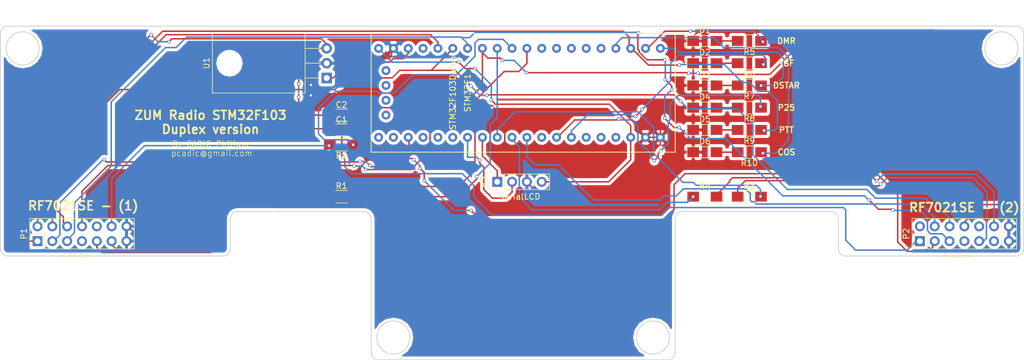
<source format=kicad_pcb>
(kicad_pcb (version 4) (host pcbnew 4.0.4-stable)

  (general
    (links 57)
    (no_connects 0)
    (area 58.344999 32.86 233.755001 94.055001)
    (thickness 1.6)
    (drawings 43)
    (tracks 597)
    (zones 0)
    (modules 23)
    (nets 34)
  )

  (page A4)
  (layers
    (0 F.Cu signal)
    (31 B.Cu signal)
    (32 B.Adhes user)
    (33 F.Adhes user)
    (34 B.Paste user)
    (35 F.Paste user)
    (36 B.SilkS user)
    (37 F.SilkS user)
    (38 B.Mask user)
    (39 F.Mask user)
    (40 Dwgs.User user)
    (41 Cmts.User user)
    (42 Eco1.User user)
    (43 Eco2.User user)
    (44 Edge.Cuts user)
    (45 Margin user)
    (46 B.CrtYd user)
    (47 F.CrtYd user)
    (48 B.Fab user)
    (49 F.Fab user)
  )

  (setup
    (last_trace_width 0.25)
    (trace_clearance 0.2)
    (zone_clearance 0.508)
    (zone_45_only no)
    (trace_min 0.2)
    (segment_width 0.2)
    (edge_width 0.15)
    (via_size 0.6)
    (via_drill 0.4)
    (via_min_size 0.4)
    (via_min_drill 0.3)
    (uvia_size 0.3)
    (uvia_drill 0.1)
    (uvias_allowed no)
    (uvia_min_size 0.2)
    (uvia_min_drill 0.1)
    (pcb_text_width 0.3)
    (pcb_text_size 1.5 1.5)
    (mod_edge_width 0.15)
    (mod_text_size 1 1)
    (mod_text_width 0.15)
    (pad_size 1.524 1.524)
    (pad_drill 0.762)
    (pad_to_mask_clearance 0.2)
    (aux_axis_origin 0 0)
    (visible_elements FFFFFF7F)
    (pcbplotparams
      (layerselection 0x0103c_80000001)
      (usegerberextensions false)
      (excludeedgelayer true)
      (linewidth 0.100000)
      (plotframeref false)
      (viasonmask false)
      (mode 1)
      (useauxorigin false)
      (hpglpennumber 1)
      (hpglpenspeed 20)
      (hpglpendiameter 15)
      (hpglpenoverlay 2)
      (psnegative false)
      (psa4output false)
      (plotreference true)
      (plotvalue true)
      (plotinvisibletext false)
      (padsonsilk false)
      (subtractmaskfromsilk false)
      (outputformat 1)
      (mirror false)
      (drillshape 0)
      (scaleselection 1)
      (outputdirectory gerber/))
  )

  (net 0 "")
  (net 1 +3.3Vs)
  (net 2 GND)
  (net 3 "Net-(D1-Pad2)")
  (net 4 "Net-(D2-Pad2)")
  (net 5 "Net-(D3-Pad2)")
  (net 6 "Net-(D4-Pad2)")
  (net 7 "Net-(D5-Pad2)")
  (net 8 "Net-(D6-Pad2)")
  (net 9 PAC)
  (net 10 CE)
  (net 11 SLE)
  (net 12 SDATA)
  (net 13 SREAD)
  (net 14 SCLK)
  (net 15 "Net-(P1-Pad9)")
  (net 16 CLKOUT)
  (net 17 "Net-(P1-Pad12)")
  (net 18 SLE2)
  (net 19 "Net-(P2-Pad9)")
  (net 20 "Net-(P2-Pad12)")
  (net 21 DISP_RxD)
  (net 22 DISP_TxD)
  (net 23 3v)
  (net 24 DATA)
  (net 25 DATAIN)
  (net 26 DATA2)
  (net 27 DCLK2)
  (net 28 DMRled)
  (net 29 YSFled)
  (net 30 DSTARled)
  (net 31 P25led)
  (net 32 COSled)
  (net 33 5Vstm)

  (net_class Default "Ceci est la Netclass par défaut"
    (clearance 0.2)
    (trace_width 0.25)
    (via_dia 0.6)
    (via_drill 0.4)
    (uvia_dia 0.3)
    (uvia_drill 0.1)
    (add_net +3.3Vs)
    (add_net 3v)
    (add_net 5Vstm)
    (add_net CE)
    (add_net CLKOUT)
    (add_net COSled)
    (add_net DATA)
    (add_net DATA2)
    (add_net DATAIN)
    (add_net DCLK2)
    (add_net DISP_RxD)
    (add_net DISP_TxD)
    (add_net DMRled)
    (add_net DSTARled)
    (add_net GND)
    (add_net "Net-(D1-Pad2)")
    (add_net "Net-(D2-Pad2)")
    (add_net "Net-(D3-Pad2)")
    (add_net "Net-(D4-Pad2)")
    (add_net "Net-(D5-Pad2)")
    (add_net "Net-(D6-Pad2)")
    (add_net "Net-(P1-Pad12)")
    (add_net "Net-(P1-Pad9)")
    (add_net "Net-(P2-Pad12)")
    (add_net "Net-(P2-Pad9)")
    (add_net P25led)
    (add_net PAC)
    (add_net SCLK)
    (add_net SDATA)
    (add_net SLE)
    (add_net SLE2)
    (add_net SREAD)
    (add_net YSFled)
  )

  (module Capacitors_SMD:C_1206_HandSoldering (layer F.Cu) (tedit 58AA84D1) (tstamp 5A3D1390)
    (at 116.84 54.61)
    (descr "Capacitor SMD 1206, hand soldering")
    (tags "capacitor 1206")
    (path /5A3D478A)
    (attr smd)
    (fp_text reference C1 (at 0 -1.75) (layer F.SilkS)
      (effects (font (size 1 1) (thickness 0.15)))
    )
    (fp_text value 47uF (at 0 2) (layer F.Fab)
      (effects (font (size 1 1) (thickness 0.15)))
    )
    (fp_text user %R (at 0 -1.75) (layer F.Fab)
      (effects (font (size 1 1) (thickness 0.15)))
    )
    (fp_line (start -1.6 0.8) (end -1.6 -0.8) (layer F.Fab) (width 0.1))
    (fp_line (start 1.6 0.8) (end -1.6 0.8) (layer F.Fab) (width 0.1))
    (fp_line (start 1.6 -0.8) (end 1.6 0.8) (layer F.Fab) (width 0.1))
    (fp_line (start -1.6 -0.8) (end 1.6 -0.8) (layer F.Fab) (width 0.1))
    (fp_line (start 1 -1.02) (end -1 -1.02) (layer F.SilkS) (width 0.12))
    (fp_line (start -1 1.02) (end 1 1.02) (layer F.SilkS) (width 0.12))
    (fp_line (start -3.25 -1.05) (end 3.25 -1.05) (layer F.CrtYd) (width 0.05))
    (fp_line (start -3.25 -1.05) (end -3.25 1.05) (layer F.CrtYd) (width 0.05))
    (fp_line (start 3.25 1.05) (end 3.25 -1.05) (layer F.CrtYd) (width 0.05))
    (fp_line (start 3.25 1.05) (end -3.25 1.05) (layer F.CrtYd) (width 0.05))
    (pad 1 smd rect (at -2 0) (size 2 1.6) (layers F.Cu F.Paste F.Mask)
      (net 1 +3.3Vs))
    (pad 2 smd rect (at 2 0) (size 2 1.6) (layers F.Cu F.Paste F.Mask)
      (net 2 GND))
    (model Capacitors_SMD.3dshapes/C_1206.wrl
      (at (xyz 0 0 0))
      (scale (xyz 1 1 1))
      (rotate (xyz 0 0 0))
    )
  )

  (module Capacitors_SMD:C_1206_HandSoldering (layer F.Cu) (tedit 58AA84D1) (tstamp 5A3D13A1)
    (at 116.84 52.07)
    (descr "Capacitor SMD 1206, hand soldering")
    (tags "capacitor 1206")
    (path /5A3D48CA)
    (attr smd)
    (fp_text reference C2 (at 0 -1.75) (layer F.SilkS)
      (effects (font (size 1 1) (thickness 0.15)))
    )
    (fp_text value 100nF (at 0 2) (layer F.Fab)
      (effects (font (size 1 1) (thickness 0.15)))
    )
    (fp_text user %R (at 0 -1.75) (layer F.Fab)
      (effects (font (size 1 1) (thickness 0.15)))
    )
    (fp_line (start -1.6 0.8) (end -1.6 -0.8) (layer F.Fab) (width 0.1))
    (fp_line (start 1.6 0.8) (end -1.6 0.8) (layer F.Fab) (width 0.1))
    (fp_line (start 1.6 -0.8) (end 1.6 0.8) (layer F.Fab) (width 0.1))
    (fp_line (start -1.6 -0.8) (end 1.6 -0.8) (layer F.Fab) (width 0.1))
    (fp_line (start 1 -1.02) (end -1 -1.02) (layer F.SilkS) (width 0.12))
    (fp_line (start -1 1.02) (end 1 1.02) (layer F.SilkS) (width 0.12))
    (fp_line (start -3.25 -1.05) (end 3.25 -1.05) (layer F.CrtYd) (width 0.05))
    (fp_line (start -3.25 -1.05) (end -3.25 1.05) (layer F.CrtYd) (width 0.05))
    (fp_line (start 3.25 1.05) (end 3.25 -1.05) (layer F.CrtYd) (width 0.05))
    (fp_line (start 3.25 1.05) (end -3.25 1.05) (layer F.CrtYd) (width 0.05))
    (pad 1 smd rect (at -2 0) (size 2 1.6) (layers F.Cu F.Paste F.Mask)
      (net 1 +3.3Vs))
    (pad 2 smd rect (at 2 0) (size 2 1.6) (layers F.Cu F.Paste F.Mask)
      (net 2 GND))
    (model Capacitors_SMD.3dshapes/C_1206.wrl
      (at (xyz 0 0 0))
      (scale (xyz 1 1 1))
      (rotate (xyz 0 0 0))
    )
  )

  (module LEDs:LED_1206_HandSoldering (layer F.Cu) (tedit 595FC724) (tstamp 5A3D13B6)
    (at 179.07 39.37)
    (descr "LED SMD 1206, hand soldering")
    (tags "LED 1206")
    (path /5A3CE62B)
    (attr smd)
    (fp_text reference D1 (at 0 -1.85) (layer F.SilkS)
      (effects (font (size 1 1) (thickness 0.15)))
    )
    (fp_text value Led_Blue (at 0 1.9) (layer F.Fab)
      (effects (font (size 1 1) (thickness 0.15)))
    )
    (fp_line (start -3.1 -0.95) (end -3.1 0.95) (layer F.SilkS) (width 0.12))
    (fp_line (start -0.4 0) (end 0.2 -0.4) (layer F.Fab) (width 0.1))
    (fp_line (start 0.2 -0.4) (end 0.2 0.4) (layer F.Fab) (width 0.1))
    (fp_line (start 0.2 0.4) (end -0.4 0) (layer F.Fab) (width 0.1))
    (fp_line (start -0.45 -0.4) (end -0.45 0.4) (layer F.Fab) (width 0.1))
    (fp_line (start -1.6 0.8) (end -1.6 -0.8) (layer F.Fab) (width 0.1))
    (fp_line (start 1.6 0.8) (end -1.6 0.8) (layer F.Fab) (width 0.1))
    (fp_line (start 1.6 -0.8) (end 1.6 0.8) (layer F.Fab) (width 0.1))
    (fp_line (start -1.6 -0.8) (end 1.6 -0.8) (layer F.Fab) (width 0.1))
    (fp_line (start -3.1 0.95) (end 1.6 0.95) (layer F.SilkS) (width 0.12))
    (fp_line (start -3.1 -0.95) (end 1.6 -0.95) (layer F.SilkS) (width 0.12))
    (fp_line (start -3.25 -1.11) (end 3.25 -1.11) (layer F.CrtYd) (width 0.05))
    (fp_line (start -3.25 -1.11) (end -3.25 1.1) (layer F.CrtYd) (width 0.05))
    (fp_line (start 3.25 1.1) (end 3.25 -1.11) (layer F.CrtYd) (width 0.05))
    (fp_line (start 3.25 1.1) (end -3.25 1.1) (layer F.CrtYd) (width 0.05))
    (pad 1 smd rect (at -2 0) (size 2 1.7) (layers F.Cu F.Paste F.Mask)
      (net 2 GND))
    (pad 2 smd rect (at 2 0) (size 2 1.7) (layers F.Cu F.Paste F.Mask)
      (net 3 "Net-(D1-Pad2)"))
    (model ${KISYS3DMOD}/LEDs.3dshapes/LED_1206.wrl
      (at (xyz 0 0 0))
      (scale (xyz 1 1 1))
      (rotate (xyz 0 0 180))
    )
  )

  (module LEDs:LED_1206_HandSoldering (layer F.Cu) (tedit 595FC724) (tstamp 5A3D13CB)
    (at 179.07 43.18)
    (descr "LED SMD 1206, hand soldering")
    (tags "LED 1206")
    (path /5A3CED43)
    (attr smd)
    (fp_text reference D2 (at 0 -1.85) (layer F.SilkS)
      (effects (font (size 1 1) (thickness 0.15)))
    )
    (fp_text value Led_Orange (at 0 1.9) (layer F.Fab)
      (effects (font (size 1 1) (thickness 0.15)))
    )
    (fp_line (start -3.1 -0.95) (end -3.1 0.95) (layer F.SilkS) (width 0.12))
    (fp_line (start -0.4 0) (end 0.2 -0.4) (layer F.Fab) (width 0.1))
    (fp_line (start 0.2 -0.4) (end 0.2 0.4) (layer F.Fab) (width 0.1))
    (fp_line (start 0.2 0.4) (end -0.4 0) (layer F.Fab) (width 0.1))
    (fp_line (start -0.45 -0.4) (end -0.45 0.4) (layer F.Fab) (width 0.1))
    (fp_line (start -1.6 0.8) (end -1.6 -0.8) (layer F.Fab) (width 0.1))
    (fp_line (start 1.6 0.8) (end -1.6 0.8) (layer F.Fab) (width 0.1))
    (fp_line (start 1.6 -0.8) (end 1.6 0.8) (layer F.Fab) (width 0.1))
    (fp_line (start -1.6 -0.8) (end 1.6 -0.8) (layer F.Fab) (width 0.1))
    (fp_line (start -3.1 0.95) (end 1.6 0.95) (layer F.SilkS) (width 0.12))
    (fp_line (start -3.1 -0.95) (end 1.6 -0.95) (layer F.SilkS) (width 0.12))
    (fp_line (start -3.25 -1.11) (end 3.25 -1.11) (layer F.CrtYd) (width 0.05))
    (fp_line (start -3.25 -1.11) (end -3.25 1.1) (layer F.CrtYd) (width 0.05))
    (fp_line (start 3.25 1.1) (end 3.25 -1.11) (layer F.CrtYd) (width 0.05))
    (fp_line (start 3.25 1.1) (end -3.25 1.1) (layer F.CrtYd) (width 0.05))
    (pad 1 smd rect (at -2 0) (size 2 1.7) (layers F.Cu F.Paste F.Mask)
      (net 2 GND))
    (pad 2 smd rect (at 2 0) (size 2 1.7) (layers F.Cu F.Paste F.Mask)
      (net 4 "Net-(D2-Pad2)"))
    (model ${KISYS3DMOD}/LEDs.3dshapes/LED_1206.wrl
      (at (xyz 0 0 0))
      (scale (xyz 1 1 1))
      (rotate (xyz 0 0 180))
    )
  )

  (module LEDs:LED_1206_HandSoldering (layer F.Cu) (tedit 595FC724) (tstamp 5A3D13E0)
    (at 179.07 46.99)
    (descr "LED SMD 1206, hand soldering")
    (tags "LED 1206")
    (path /5A3CF331)
    (attr smd)
    (fp_text reference D3 (at 0 -1.85) (layer F.SilkS)
      (effects (font (size 1 1) (thickness 0.15)))
    )
    (fp_text value Led_White (at 0 1.9) (layer F.Fab)
      (effects (font (size 1 1) (thickness 0.15)))
    )
    (fp_line (start -3.1 -0.95) (end -3.1 0.95) (layer F.SilkS) (width 0.12))
    (fp_line (start -0.4 0) (end 0.2 -0.4) (layer F.Fab) (width 0.1))
    (fp_line (start 0.2 -0.4) (end 0.2 0.4) (layer F.Fab) (width 0.1))
    (fp_line (start 0.2 0.4) (end -0.4 0) (layer F.Fab) (width 0.1))
    (fp_line (start -0.45 -0.4) (end -0.45 0.4) (layer F.Fab) (width 0.1))
    (fp_line (start -1.6 0.8) (end -1.6 -0.8) (layer F.Fab) (width 0.1))
    (fp_line (start 1.6 0.8) (end -1.6 0.8) (layer F.Fab) (width 0.1))
    (fp_line (start 1.6 -0.8) (end 1.6 0.8) (layer F.Fab) (width 0.1))
    (fp_line (start -1.6 -0.8) (end 1.6 -0.8) (layer F.Fab) (width 0.1))
    (fp_line (start -3.1 0.95) (end 1.6 0.95) (layer F.SilkS) (width 0.12))
    (fp_line (start -3.1 -0.95) (end 1.6 -0.95) (layer F.SilkS) (width 0.12))
    (fp_line (start -3.25 -1.11) (end 3.25 -1.11) (layer F.CrtYd) (width 0.05))
    (fp_line (start -3.25 -1.11) (end -3.25 1.1) (layer F.CrtYd) (width 0.05))
    (fp_line (start 3.25 1.1) (end 3.25 -1.11) (layer F.CrtYd) (width 0.05))
    (fp_line (start 3.25 1.1) (end -3.25 1.1) (layer F.CrtYd) (width 0.05))
    (pad 1 smd rect (at -2 0) (size 2 1.7) (layers F.Cu F.Paste F.Mask)
      (net 2 GND))
    (pad 2 smd rect (at 2 0) (size 2 1.7) (layers F.Cu F.Paste F.Mask)
      (net 5 "Net-(D3-Pad2)"))
    (model ${KISYS3DMOD}/LEDs.3dshapes/LED_1206.wrl
      (at (xyz 0 0 0))
      (scale (xyz 1 1 1))
      (rotate (xyz 0 0 180))
    )
  )

  (module LEDs:LED_1206_HandSoldering (layer F.Cu) (tedit 595FC724) (tstamp 5A3D13F5)
    (at 179.07 50.8)
    (descr "LED SMD 1206, hand soldering")
    (tags "LED 1206")
    (path /5A3CF341)
    (attr smd)
    (fp_text reference D4 (at 0 -1.85) (layer F.SilkS)
      (effects (font (size 1 1) (thickness 0.15)))
    )
    (fp_text value Led_Yellow (at 0 1.9) (layer F.Fab)
      (effects (font (size 1 1) (thickness 0.15)))
    )
    (fp_line (start -3.1 -0.95) (end -3.1 0.95) (layer F.SilkS) (width 0.12))
    (fp_line (start -0.4 0) (end 0.2 -0.4) (layer F.Fab) (width 0.1))
    (fp_line (start 0.2 -0.4) (end 0.2 0.4) (layer F.Fab) (width 0.1))
    (fp_line (start 0.2 0.4) (end -0.4 0) (layer F.Fab) (width 0.1))
    (fp_line (start -0.45 -0.4) (end -0.45 0.4) (layer F.Fab) (width 0.1))
    (fp_line (start -1.6 0.8) (end -1.6 -0.8) (layer F.Fab) (width 0.1))
    (fp_line (start 1.6 0.8) (end -1.6 0.8) (layer F.Fab) (width 0.1))
    (fp_line (start 1.6 -0.8) (end 1.6 0.8) (layer F.Fab) (width 0.1))
    (fp_line (start -1.6 -0.8) (end 1.6 -0.8) (layer F.Fab) (width 0.1))
    (fp_line (start -3.1 0.95) (end 1.6 0.95) (layer F.SilkS) (width 0.12))
    (fp_line (start -3.1 -0.95) (end 1.6 -0.95) (layer F.SilkS) (width 0.12))
    (fp_line (start -3.25 -1.11) (end 3.25 -1.11) (layer F.CrtYd) (width 0.05))
    (fp_line (start -3.25 -1.11) (end -3.25 1.1) (layer F.CrtYd) (width 0.05))
    (fp_line (start 3.25 1.1) (end 3.25 -1.11) (layer F.CrtYd) (width 0.05))
    (fp_line (start 3.25 1.1) (end -3.25 1.1) (layer F.CrtYd) (width 0.05))
    (pad 1 smd rect (at -2 0) (size 2 1.7) (layers F.Cu F.Paste F.Mask)
      (net 2 GND))
    (pad 2 smd rect (at 2 0) (size 2 1.7) (layers F.Cu F.Paste F.Mask)
      (net 6 "Net-(D4-Pad2)"))
    (model ${KISYS3DMOD}/LEDs.3dshapes/LED_1206.wrl
      (at (xyz 0 0 0))
      (scale (xyz 1 1 1))
      (rotate (xyz 0 0 180))
    )
  )

  (module LEDs:LED_1206_HandSoldering (layer F.Cu) (tedit 595FC724) (tstamp 5A3D140A)
    (at 179.07 54.61)
    (descr "LED SMD 1206, hand soldering")
    (tags "LED 1206")
    (path /5A3CF72F)
    (attr smd)
    (fp_text reference D5 (at 0 -1.85) (layer F.SilkS)
      (effects (font (size 1 1) (thickness 0.15)))
    )
    (fp_text value Led_Red (at 0 1.9) (layer F.Fab)
      (effects (font (size 1 1) (thickness 0.15)))
    )
    (fp_line (start -3.1 -0.95) (end -3.1 0.95) (layer F.SilkS) (width 0.12))
    (fp_line (start -0.4 0) (end 0.2 -0.4) (layer F.Fab) (width 0.1))
    (fp_line (start 0.2 -0.4) (end 0.2 0.4) (layer F.Fab) (width 0.1))
    (fp_line (start 0.2 0.4) (end -0.4 0) (layer F.Fab) (width 0.1))
    (fp_line (start -0.45 -0.4) (end -0.45 0.4) (layer F.Fab) (width 0.1))
    (fp_line (start -1.6 0.8) (end -1.6 -0.8) (layer F.Fab) (width 0.1))
    (fp_line (start 1.6 0.8) (end -1.6 0.8) (layer F.Fab) (width 0.1))
    (fp_line (start 1.6 -0.8) (end 1.6 0.8) (layer F.Fab) (width 0.1))
    (fp_line (start -1.6 -0.8) (end 1.6 -0.8) (layer F.Fab) (width 0.1))
    (fp_line (start -3.1 0.95) (end 1.6 0.95) (layer F.SilkS) (width 0.12))
    (fp_line (start -3.1 -0.95) (end 1.6 -0.95) (layer F.SilkS) (width 0.12))
    (fp_line (start -3.25 -1.11) (end 3.25 -1.11) (layer F.CrtYd) (width 0.05))
    (fp_line (start -3.25 -1.11) (end -3.25 1.1) (layer F.CrtYd) (width 0.05))
    (fp_line (start 3.25 1.1) (end 3.25 -1.11) (layer F.CrtYd) (width 0.05))
    (fp_line (start 3.25 1.1) (end -3.25 1.1) (layer F.CrtYd) (width 0.05))
    (pad 1 smd rect (at -2 0) (size 2 1.7) (layers F.Cu F.Paste F.Mask)
      (net 2 GND))
    (pad 2 smd rect (at 2 0) (size 2 1.7) (layers F.Cu F.Paste F.Mask)
      (net 7 "Net-(D5-Pad2)"))
    (model ${KISYS3DMOD}/LEDs.3dshapes/LED_1206.wrl
      (at (xyz 0 0 0))
      (scale (xyz 1 1 1))
      (rotate (xyz 0 0 180))
    )
  )

  (module LEDs:LED_1206_HandSoldering (layer F.Cu) (tedit 595FC724) (tstamp 5A3D141F)
    (at 179.07 58.42)
    (descr "LED SMD 1206, hand soldering")
    (tags "LED 1206")
    (path /5A3CF73F)
    (attr smd)
    (fp_text reference D6 (at 0 -1.85) (layer F.SilkS)
      (effects (font (size 1 1) (thickness 0.15)))
    )
    (fp_text value Led_Green (at 0 1.9) (layer F.Fab)
      (effects (font (size 1 1) (thickness 0.15)))
    )
    (fp_line (start -3.1 -0.95) (end -3.1 0.95) (layer F.SilkS) (width 0.12))
    (fp_line (start -0.4 0) (end 0.2 -0.4) (layer F.Fab) (width 0.1))
    (fp_line (start 0.2 -0.4) (end 0.2 0.4) (layer F.Fab) (width 0.1))
    (fp_line (start 0.2 0.4) (end -0.4 0) (layer F.Fab) (width 0.1))
    (fp_line (start -0.45 -0.4) (end -0.45 0.4) (layer F.Fab) (width 0.1))
    (fp_line (start -1.6 0.8) (end -1.6 -0.8) (layer F.Fab) (width 0.1))
    (fp_line (start 1.6 0.8) (end -1.6 0.8) (layer F.Fab) (width 0.1))
    (fp_line (start 1.6 -0.8) (end 1.6 0.8) (layer F.Fab) (width 0.1))
    (fp_line (start -1.6 -0.8) (end 1.6 -0.8) (layer F.Fab) (width 0.1))
    (fp_line (start -3.1 0.95) (end 1.6 0.95) (layer F.SilkS) (width 0.12))
    (fp_line (start -3.1 -0.95) (end 1.6 -0.95) (layer F.SilkS) (width 0.12))
    (fp_line (start -3.25 -1.11) (end 3.25 -1.11) (layer F.CrtYd) (width 0.05))
    (fp_line (start -3.25 -1.11) (end -3.25 1.1) (layer F.CrtYd) (width 0.05))
    (fp_line (start 3.25 1.1) (end 3.25 -1.11) (layer F.CrtYd) (width 0.05))
    (fp_line (start 3.25 1.1) (end -3.25 1.1) (layer F.CrtYd) (width 0.05))
    (pad 1 smd rect (at -2 0) (size 2 1.7) (layers F.Cu F.Paste F.Mask)
      (net 2 GND))
    (pad 2 smd rect (at 2 0) (size 2 1.7) (layers F.Cu F.Paste F.Mask)
      (net 8 "Net-(D6-Pad2)"))
    (model ${KISYS3DMOD}/LEDs.3dshapes/LED_1206.wrl
      (at (xyz 0 0 0))
      (scale (xyz 1 1 1))
      (rotate (xyz 0 0 180))
    )
  )

  (module EA:RF7021se (layer F.Cu) (tedit 5A3D0051) (tstamp 5A3D1442)
    (at 64.77 71.12 90)
    (descr "Through hole straight socket strip, 2x07, 2.54mm pitch, double rows")
    (tags "Through hole socket strip THT 2x07 2.54mm double row")
    (path /5A3D62EC)
    (fp_text reference P1 (at -1.27 -2.33 90) (layer F.SilkS)
      (effects (font (size 1 1) (thickness 0.15)))
    )
    (fp_text value RF7021SE (at -5.08 6.35 180) (layer F.SilkS)
      (effects (font (size 0.7 0.7) (thickness 0.1)))
    )
    (fp_line (start 1.27 -1.27) (end 1.27 16.51) (layer F.Fab) (width 0.1))
    (fp_line (start 1.27 16.51) (end -3.81 16.51) (layer F.Fab) (width 0.1))
    (fp_line (start -3.81 16.51) (end -3.81 -1.27) (layer F.Fab) (width 0.1))
    (fp_line (start -3.81 -1.27) (end 1.27 -1.27) (layer F.Fab) (width 0.1))
    (fp_line (start -3.87 1.27) (end -3.87 16.57) (layer F.SilkS) (width 0.12))
    (fp_line (start -3.87 16.57) (end 1.33 16.57) (layer F.SilkS) (width 0.12))
    (fp_line (start 1.33 16.57) (end 1.33 -1.33) (layer F.SilkS) (width 0.12))
    (fp_line (start 1.33 -1.33) (end -1.27 -1.33) (layer F.SilkS) (width 0.12))
    (fp_line (start -1.27 -1.33) (end -1.27 1.27) (layer F.SilkS) (width 0.12))
    (fp_line (start -1.27 1.27) (end -3.87 1.27) (layer F.SilkS) (width 0.12))
    (fp_line (start -3.87 0) (end -3.87 -1.33) (layer F.SilkS) (width 0.12))
    (fp_line (start -3.87 -1.33) (end -2.6 -1.33) (layer F.SilkS) (width 0.12))
    (fp_line (start 1.81 -1.8) (end 1.81 17.05) (layer F.CrtYd) (width 0.05))
    (fp_line (start 1.81 17.05) (end -4.34 17.05) (layer F.CrtYd) (width 0.05))
    (fp_line (start -4.34 17.05) (end -4.34 -1.8) (layer F.CrtYd) (width 0.05))
    (fp_line (start -4.34 -1.8) (end 1.81 -1.8) (layer F.CrtYd) (width 0.05))
    (fp_text user %R (at -1.27 -2.33 90) (layer F.Fab)
      (effects (font (size 1 1) (thickness 0.15)))
    )
    (pad 1 thru_hole rect (at -2.54 0 270) (size 1.7 1.7) (drill 1) (layers *.Cu *.Mask)
      (net 1 +3.3Vs))
    (pad 2 thru_hole oval (at 0 0 270) (size 1.7 1.7) (drill 1) (layers *.Cu *.Mask)
      (net 9 PAC))
    (pad 3 thru_hole oval (at -2.54 2.54 270) (size 1.7 1.7) (drill 1) (layers *.Cu *.Mask)
      (net 10 CE))
    (pad 4 thru_hole oval (at 0 2.54 270) (size 1.7 1.7) (drill 1) (layers *.Cu *.Mask)
      (net 11 SLE))
    (pad 5 thru_hole oval (at -2.54 5.08 270) (size 1.7 1.7) (drill 1) (layers *.Cu *.Mask)
      (net 12 SDATA))
    (pad 6 thru_hole oval (at 0 5.08 270) (size 1.7 1.7) (drill 1) (layers *.Cu *.Mask)
      (net 13 SREAD))
    (pad 7 thru_hole oval (at -2.54 7.62 270) (size 1.7 1.7) (drill 1) (layers *.Cu *.Mask))
    (pad 8 thru_hole oval (at 0 7.62 270) (size 1.7 1.7) (drill 1) (layers *.Cu *.Mask)
      (net 14 SCLK))
    (pad 9 thru_hole oval (at -2.54 10.16 270) (size 1.7 1.7) (drill 1) (layers *.Cu *.Mask)
      (net 15 "Net-(P1-Pad9)"))
    (pad 10 thru_hole oval (at 0 10.16 270) (size 1.7 1.7) (drill 1) (layers *.Cu *.Mask))
    (pad 11 thru_hole oval (at -2.54 12.7 270) (size 1.7 1.7) (drill 1) (layers *.Cu *.Mask)
      (net 16 CLKOUT))
    (pad 12 thru_hole oval (at 0 12.7 270) (size 1.7 1.7) (drill 1) (layers *.Cu *.Mask)
      (net 17 "Net-(P1-Pad12)"))
    (pad 13 thru_hole oval (at -2.54 15.24 270) (size 1.7 1.7) (drill 1) (layers *.Cu *.Mask)
      (net 2 GND))
    (pad 14 thru_hole oval (at 0 15.24 270) (size 1.7 1.7) (drill 1) (layers *.Cu *.Mask)
      (net 2 GND))
    (model ${KISYS3DMOD}/Socket_Strips.3dshapes/Socket_Strip_Straight_2x07_Pitch2.54mm.wrl
      (at (xyz -0.05 -0.3 0))
      (scale (xyz 1 1 1))
      (rotate (xyz 0 0 270))
    )
  )

  (module EA:RF7021se (layer F.Cu) (tedit 5A3D0051) (tstamp 5A3D1465)
    (at 215.9 71.12 90)
    (descr "Through hole straight socket strip, 2x07, 2.54mm pitch, double rows")
    (tags "Through hole socket strip THT 2x07 2.54mm double row")
    (path /5A3DFACD)
    (fp_text reference P2 (at -1.27 -2.33 90) (layer F.SilkS)
      (effects (font (size 1 1) (thickness 0.15)))
    )
    (fp_text value RF7021SE (at -5.08 6.35 180) (layer F.SilkS)
      (effects (font (size 0.7 0.7) (thickness 0.1)))
    )
    (fp_line (start 1.27 -1.27) (end 1.27 16.51) (layer F.Fab) (width 0.1))
    (fp_line (start 1.27 16.51) (end -3.81 16.51) (layer F.Fab) (width 0.1))
    (fp_line (start -3.81 16.51) (end -3.81 -1.27) (layer F.Fab) (width 0.1))
    (fp_line (start -3.81 -1.27) (end 1.27 -1.27) (layer F.Fab) (width 0.1))
    (fp_line (start -3.87 1.27) (end -3.87 16.57) (layer F.SilkS) (width 0.12))
    (fp_line (start -3.87 16.57) (end 1.33 16.57) (layer F.SilkS) (width 0.12))
    (fp_line (start 1.33 16.57) (end 1.33 -1.33) (layer F.SilkS) (width 0.12))
    (fp_line (start 1.33 -1.33) (end -1.27 -1.33) (layer F.SilkS) (width 0.12))
    (fp_line (start -1.27 -1.33) (end -1.27 1.27) (layer F.SilkS) (width 0.12))
    (fp_line (start -1.27 1.27) (end -3.87 1.27) (layer F.SilkS) (width 0.12))
    (fp_line (start -3.87 0) (end -3.87 -1.33) (layer F.SilkS) (width 0.12))
    (fp_line (start -3.87 -1.33) (end -2.6 -1.33) (layer F.SilkS) (width 0.12))
    (fp_line (start 1.81 -1.8) (end 1.81 17.05) (layer F.CrtYd) (width 0.05))
    (fp_line (start 1.81 17.05) (end -4.34 17.05) (layer F.CrtYd) (width 0.05))
    (fp_line (start -4.34 17.05) (end -4.34 -1.8) (layer F.CrtYd) (width 0.05))
    (fp_line (start -4.34 -1.8) (end 1.81 -1.8) (layer F.CrtYd) (width 0.05))
    (fp_text user %R (at -1.27 -2.33 90) (layer F.Fab)
      (effects (font (size 1 1) (thickness 0.15)))
    )
    (pad 1 thru_hole rect (at -2.54 0 270) (size 1.7 1.7) (drill 1) (layers *.Cu *.Mask)
      (net 1 +3.3Vs))
    (pad 2 thru_hole oval (at 0 0 270) (size 1.7 1.7) (drill 1) (layers *.Cu *.Mask))
    (pad 3 thru_hole oval (at -2.54 2.54 270) (size 1.7 1.7) (drill 1) (layers *.Cu *.Mask)
      (net 10 CE))
    (pad 4 thru_hole oval (at 0 2.54 270) (size 1.7 1.7) (drill 1) (layers *.Cu *.Mask)
      (net 18 SLE2))
    (pad 5 thru_hole oval (at -2.54 5.08 270) (size 1.7 1.7) (drill 1) (layers *.Cu *.Mask)
      (net 12 SDATA))
    (pad 6 thru_hole oval (at 0 5.08 270) (size 1.7 1.7) (drill 1) (layers *.Cu *.Mask)
      (net 13 SREAD))
    (pad 7 thru_hole oval (at -2.54 7.62 270) (size 1.7 1.7) (drill 1) (layers *.Cu *.Mask))
    (pad 8 thru_hole oval (at 0 7.62 270) (size 1.7 1.7) (drill 1) (layers *.Cu *.Mask)
      (net 14 SCLK))
    (pad 9 thru_hole oval (at -2.54 10.16 270) (size 1.7 1.7) (drill 1) (layers *.Cu *.Mask)
      (net 19 "Net-(P2-Pad9)"))
    (pad 10 thru_hole oval (at 0 10.16 270) (size 1.7 1.7) (drill 1) (layers *.Cu *.Mask))
    (pad 11 thru_hole oval (at -2.54 12.7 270) (size 1.7 1.7) (drill 1) (layers *.Cu *.Mask))
    (pad 12 thru_hole oval (at 0 12.7 270) (size 1.7 1.7) (drill 1) (layers *.Cu *.Mask)
      (net 20 "Net-(P2-Pad12)"))
    (pad 13 thru_hole oval (at -2.54 15.24 270) (size 1.7 1.7) (drill 1) (layers *.Cu *.Mask)
      (net 2 GND))
    (pad 14 thru_hole oval (at 0 15.24 270) (size 1.7 1.7) (drill 1) (layers *.Cu *.Mask)
      (net 2 GND))
    (model ${KISYS3DMOD}/Socket_Strips.3dshapes/Socket_Strip_Straight_2x07_Pitch2.54mm.wrl
      (at (xyz -0.05 -0.3 0))
      (scale (xyz 1 1 1))
      (rotate (xyz 0 0 270))
    )
  )

  (module Socket_Strips:Socket_Strip_Straight_1x04_Pitch2.54mm (layer F.Cu) (tedit 5A3D140C) (tstamp 5A3D147C)
    (at 143.51 63.5 90)
    (descr "Through hole straight socket strip, 1x04, 2.54mm pitch, single row")
    (tags "Through hole socket strip THT 1x04 2.54mm single row")
    (path /5A3E4ADC)
    (fp_text reference P3 (at 0 -2.33 90) (layer F.SilkS)
      (effects (font (size 1 1) (thickness 0.15)))
    )
    (fp_text value SerialLCD (at -2.54 3.81 180) (layer F.SilkS)
      (effects (font (size 1 1) (thickness 0.15)))
    )
    (fp_line (start -1.27 -1.27) (end -1.27 8.89) (layer F.Fab) (width 0.1))
    (fp_line (start -1.27 8.89) (end 1.27 8.89) (layer F.Fab) (width 0.1))
    (fp_line (start 1.27 8.89) (end 1.27 -1.27) (layer F.Fab) (width 0.1))
    (fp_line (start 1.27 -1.27) (end -1.27 -1.27) (layer F.Fab) (width 0.1))
    (fp_line (start -1.33 1.27) (end -1.33 8.95) (layer F.SilkS) (width 0.12))
    (fp_line (start -1.33 8.95) (end 1.33 8.95) (layer F.SilkS) (width 0.12))
    (fp_line (start 1.33 8.95) (end 1.33 1.27) (layer F.SilkS) (width 0.12))
    (fp_line (start 1.33 1.27) (end -1.33 1.27) (layer F.SilkS) (width 0.12))
    (fp_line (start -1.33 0) (end -1.33 -1.33) (layer F.SilkS) (width 0.12))
    (fp_line (start -1.33 -1.33) (end 0 -1.33) (layer F.SilkS) (width 0.12))
    (fp_line (start -1.8 -1.8) (end -1.8 9.4) (layer F.CrtYd) (width 0.05))
    (fp_line (start -1.8 9.4) (end 1.8 9.4) (layer F.CrtYd) (width 0.05))
    (fp_line (start 1.8 9.4) (end 1.8 -1.8) (layer F.CrtYd) (width 0.05))
    (fp_line (start 1.8 -1.8) (end -1.8 -1.8) (layer F.CrtYd) (width 0.05))
    (fp_text user %R (at 0 -2.33 90) (layer F.Fab)
      (effects (font (size 1 1) (thickness 0.15)))
    )
    (pad 1 thru_hole rect (at 0 0 90) (size 1.7 1.7) (drill 1) (layers *.Cu *.Mask)
      (net 21 DISP_RxD))
    (pad 2 thru_hole oval (at 0 2.54 90) (size 1.7 1.7) (drill 1) (layers *.Cu *.Mask)
      (net 22 DISP_TxD))
    (pad 3 thru_hole oval (at 0 5.08 90) (size 1.7 1.7) (drill 1) (layers *.Cu *.Mask)
      (net 2 GND))
    (pad 4 thru_hole oval (at 0 7.62 90) (size 1.7 1.7) (drill 1) (layers *.Cu *.Mask)
      (net 23 3v))
    (model ${KISYS3DMOD}/Socket_Strips.3dshapes/Socket_Strip_Straight_1x04_Pitch2.54mm.wrl
      (at (xyz 0 -0.15 0))
      (scale (xyz 1 1 1))
      (rotate (xyz 0 0 270))
    )
  )

  (module Resistors_SMD:R_1206_HandSoldering (layer F.Cu) (tedit 58E0A804) (tstamp 5A3D148D)
    (at 116.84 66.04)
    (descr "Resistor SMD 1206, hand soldering")
    (tags "resistor 1206")
    (path /5A3E44B9)
    (attr smd)
    (fp_text reference R1 (at 0 -1.85) (layer F.SilkS)
      (effects (font (size 1 1) (thickness 0.15)))
    )
    (fp_text value 47 (at 0 1.9) (layer F.Fab)
      (effects (font (size 1 1) (thickness 0.15)))
    )
    (fp_text user %R (at 0 0) (layer F.Fab)
      (effects (font (size 0.7 0.7) (thickness 0.105)))
    )
    (fp_line (start -1.6 0.8) (end -1.6 -0.8) (layer F.Fab) (width 0.1))
    (fp_line (start 1.6 0.8) (end -1.6 0.8) (layer F.Fab) (width 0.1))
    (fp_line (start 1.6 -0.8) (end 1.6 0.8) (layer F.Fab) (width 0.1))
    (fp_line (start -1.6 -0.8) (end 1.6 -0.8) (layer F.Fab) (width 0.1))
    (fp_line (start 1 1.07) (end -1 1.07) (layer F.SilkS) (width 0.12))
    (fp_line (start -1 -1.07) (end 1 -1.07) (layer F.SilkS) (width 0.12))
    (fp_line (start -3.25 -1.11) (end 3.25 -1.11) (layer F.CrtYd) (width 0.05))
    (fp_line (start -3.25 -1.11) (end -3.25 1.1) (layer F.CrtYd) (width 0.05))
    (fp_line (start 3.25 1.1) (end 3.25 -1.11) (layer F.CrtYd) (width 0.05))
    (fp_line (start 3.25 1.1) (end -3.25 1.1) (layer F.CrtYd) (width 0.05))
    (pad 1 smd rect (at -2 0) (size 2 1.7) (layers F.Cu F.Paste F.Mask)
      (net 15 "Net-(P1-Pad9)"))
    (pad 2 smd rect (at 2 0) (size 2 1.7) (layers F.Cu F.Paste F.Mask)
      (net 24 DATA))
    (model ${KISYS3DMOD}/Resistors_SMD.3dshapes/R_1206.wrl
      (at (xyz 0 0 0))
      (scale (xyz 1 1 1))
      (rotate (xyz 0 0 0))
    )
  )

  (module Resistors_SMD:R_1206_HandSoldering (layer F.Cu) (tedit 58E0A804) (tstamp 5A3D149E)
    (at 116.84 57.15 180)
    (descr "Resistor SMD 1206, hand soldering")
    (tags "resistor 1206")
    (path /5A3E3D50)
    (attr smd)
    (fp_text reference R2 (at 0 -1.85 180) (layer F.SilkS)
      (effects (font (size 1 1) (thickness 0.15)))
    )
    (fp_text value 47 (at 0 1.9 180) (layer F.Fab)
      (effects (font (size 1 1) (thickness 0.15)))
    )
    (fp_text user %R (at 0 0 180) (layer F.Fab)
      (effects (font (size 0.7 0.7) (thickness 0.105)))
    )
    (fp_line (start -1.6 0.8) (end -1.6 -0.8) (layer F.Fab) (width 0.1))
    (fp_line (start 1.6 0.8) (end -1.6 0.8) (layer F.Fab) (width 0.1))
    (fp_line (start 1.6 -0.8) (end 1.6 0.8) (layer F.Fab) (width 0.1))
    (fp_line (start -1.6 -0.8) (end 1.6 -0.8) (layer F.Fab) (width 0.1))
    (fp_line (start 1 1.07) (end -1 1.07) (layer F.SilkS) (width 0.12))
    (fp_line (start -1 -1.07) (end 1 -1.07) (layer F.SilkS) (width 0.12))
    (fp_line (start -3.25 -1.11) (end 3.25 -1.11) (layer F.CrtYd) (width 0.05))
    (fp_line (start -3.25 -1.11) (end -3.25 1.1) (layer F.CrtYd) (width 0.05))
    (fp_line (start 3.25 1.1) (end 3.25 -1.11) (layer F.CrtYd) (width 0.05))
    (fp_line (start 3.25 1.1) (end -3.25 1.1) (layer F.CrtYd) (width 0.05))
    (pad 1 smd rect (at -2 0 180) (size 2 1.7) (layers F.Cu F.Paste F.Mask)
      (net 25 DATAIN))
    (pad 2 smd rect (at 2 0 180) (size 2 1.7) (layers F.Cu F.Paste F.Mask)
      (net 17 "Net-(P1-Pad12)"))
    (model ${KISYS3DMOD}/Resistors_SMD.3dshapes/R_1206.wrl
      (at (xyz 0 0 0))
      (scale (xyz 1 1 1))
      (rotate (xyz 0 0 0))
    )
  )

  (module Resistors_SMD:R_1206_HandSoldering (layer F.Cu) (tedit 58E0A804) (tstamp 5A3D14AF)
    (at 186.69 66.04)
    (descr "Resistor SMD 1206, hand soldering")
    (tags "resistor 1206")
    (path /5A3E376D)
    (attr smd)
    (fp_text reference R3 (at 0 -1.85) (layer F.SilkS)
      (effects (font (size 1 1) (thickness 0.15)))
    )
    (fp_text value 47 (at 0 1.9) (layer F.Fab)
      (effects (font (size 1 1) (thickness 0.15)))
    )
    (fp_text user %R (at 0 0) (layer F.Fab)
      (effects (font (size 0.7 0.7) (thickness 0.105)))
    )
    (fp_line (start -1.6 0.8) (end -1.6 -0.8) (layer F.Fab) (width 0.1))
    (fp_line (start 1.6 0.8) (end -1.6 0.8) (layer F.Fab) (width 0.1))
    (fp_line (start 1.6 -0.8) (end 1.6 0.8) (layer F.Fab) (width 0.1))
    (fp_line (start -1.6 -0.8) (end 1.6 -0.8) (layer F.Fab) (width 0.1))
    (fp_line (start 1 1.07) (end -1 1.07) (layer F.SilkS) (width 0.12))
    (fp_line (start -1 -1.07) (end 1 -1.07) (layer F.SilkS) (width 0.12))
    (fp_line (start -3.25 -1.11) (end 3.25 -1.11) (layer F.CrtYd) (width 0.05))
    (fp_line (start -3.25 -1.11) (end -3.25 1.1) (layer F.CrtYd) (width 0.05))
    (fp_line (start 3.25 1.1) (end 3.25 -1.11) (layer F.CrtYd) (width 0.05))
    (fp_line (start 3.25 1.1) (end -3.25 1.1) (layer F.CrtYd) (width 0.05))
    (pad 1 smd rect (at -2 0) (size 2 1.7) (layers F.Cu F.Paste F.Mask)
      (net 19 "Net-(P2-Pad9)"))
    (pad 2 smd rect (at 2 0) (size 2 1.7) (layers F.Cu F.Paste F.Mask)
      (net 26 DATA2))
    (model ${KISYS3DMOD}/Resistors_SMD.3dshapes/R_1206.wrl
      (at (xyz 0 0 0))
      (scale (xyz 1 1 1))
      (rotate (xyz 0 0 0))
    )
  )

  (module Resistors_SMD:R_1206_HandSoldering (layer F.Cu) (tedit 58E0A804) (tstamp 5A3D14C0)
    (at 179.07 66.04)
    (descr "Resistor SMD 1206, hand soldering")
    (tags "resistor 1206")
    (path /5A3E34DF)
    (attr smd)
    (fp_text reference R4 (at 0 -1.85) (layer F.SilkS)
      (effects (font (size 1 1) (thickness 0.15)))
    )
    (fp_text value 47 (at 0 1.9) (layer F.Fab)
      (effects (font (size 1 1) (thickness 0.15)))
    )
    (fp_text user %R (at 0 0) (layer F.Fab)
      (effects (font (size 0.7 0.7) (thickness 0.105)))
    )
    (fp_line (start -1.6 0.8) (end -1.6 -0.8) (layer F.Fab) (width 0.1))
    (fp_line (start 1.6 0.8) (end -1.6 0.8) (layer F.Fab) (width 0.1))
    (fp_line (start 1.6 -0.8) (end 1.6 0.8) (layer F.Fab) (width 0.1))
    (fp_line (start -1.6 -0.8) (end 1.6 -0.8) (layer F.Fab) (width 0.1))
    (fp_line (start 1 1.07) (end -1 1.07) (layer F.SilkS) (width 0.12))
    (fp_line (start -1 -1.07) (end 1 -1.07) (layer F.SilkS) (width 0.12))
    (fp_line (start -3.25 -1.11) (end 3.25 -1.11) (layer F.CrtYd) (width 0.05))
    (fp_line (start -3.25 -1.11) (end -3.25 1.1) (layer F.CrtYd) (width 0.05))
    (fp_line (start 3.25 1.1) (end 3.25 -1.11) (layer F.CrtYd) (width 0.05))
    (fp_line (start 3.25 1.1) (end -3.25 1.1) (layer F.CrtYd) (width 0.05))
    (pad 1 smd rect (at -2 0) (size 2 1.7) (layers F.Cu F.Paste F.Mask)
      (net 27 DCLK2))
    (pad 2 smd rect (at 2 0) (size 2 1.7) (layers F.Cu F.Paste F.Mask)
      (net 20 "Net-(P2-Pad12)"))
    (model ${KISYS3DMOD}/Resistors_SMD.3dshapes/R_1206.wrl
      (at (xyz 0 0 0))
      (scale (xyz 1 1 1))
      (rotate (xyz 0 0 0))
    )
  )

  (module Resistors_SMD:R_1206_HandSoldering (layer F.Cu) (tedit 58E0A804) (tstamp 5A3D14D1)
    (at 186.69 39.37 180)
    (descr "Resistor SMD 1206, hand soldering")
    (tags "resistor 1206")
    (path /5A3CE758)
    (attr smd)
    (fp_text reference R5 (at 0 -1.85 180) (layer F.SilkS)
      (effects (font (size 1 1) (thickness 0.15)))
    )
    (fp_text value 1.5k (at 0 1.9 180) (layer F.Fab)
      (effects (font (size 1 1) (thickness 0.15)))
    )
    (fp_text user %R (at 0 0 180) (layer F.Fab)
      (effects (font (size 0.7 0.7) (thickness 0.105)))
    )
    (fp_line (start -1.6 0.8) (end -1.6 -0.8) (layer F.Fab) (width 0.1))
    (fp_line (start 1.6 0.8) (end -1.6 0.8) (layer F.Fab) (width 0.1))
    (fp_line (start 1.6 -0.8) (end 1.6 0.8) (layer F.Fab) (width 0.1))
    (fp_line (start -1.6 -0.8) (end 1.6 -0.8) (layer F.Fab) (width 0.1))
    (fp_line (start 1 1.07) (end -1 1.07) (layer F.SilkS) (width 0.12))
    (fp_line (start -1 -1.07) (end 1 -1.07) (layer F.SilkS) (width 0.12))
    (fp_line (start -3.25 -1.11) (end 3.25 -1.11) (layer F.CrtYd) (width 0.05))
    (fp_line (start -3.25 -1.11) (end -3.25 1.1) (layer F.CrtYd) (width 0.05))
    (fp_line (start 3.25 1.1) (end 3.25 -1.11) (layer F.CrtYd) (width 0.05))
    (fp_line (start 3.25 1.1) (end -3.25 1.1) (layer F.CrtYd) (width 0.05))
    (pad 1 smd rect (at -2 0 180) (size 2 1.7) (layers F.Cu F.Paste F.Mask)
      (net 28 DMRled))
    (pad 2 smd rect (at 2 0 180) (size 2 1.7) (layers F.Cu F.Paste F.Mask)
      (net 3 "Net-(D1-Pad2)"))
    (model ${KISYS3DMOD}/Resistors_SMD.3dshapes/R_1206.wrl
      (at (xyz 0 0 0))
      (scale (xyz 1 1 1))
      (rotate (xyz 0 0 0))
    )
  )

  (module Resistors_SMD:R_1206_HandSoldering (layer F.Cu) (tedit 58E0A804) (tstamp 5A3D14E2)
    (at 186.69 43.18 180)
    (descr "Resistor SMD 1206, hand soldering")
    (tags "resistor 1206")
    (path /5A3CED49)
    (attr smd)
    (fp_text reference R6 (at 0 -1.85 180) (layer F.SilkS)
      (effects (font (size 1 1) (thickness 0.15)))
    )
    (fp_text value 1.5k (at 0 1.9 180) (layer F.Fab)
      (effects (font (size 1 1) (thickness 0.15)))
    )
    (fp_text user %R (at 0 0 180) (layer F.Fab)
      (effects (font (size 0.7 0.7) (thickness 0.105)))
    )
    (fp_line (start -1.6 0.8) (end -1.6 -0.8) (layer F.Fab) (width 0.1))
    (fp_line (start 1.6 0.8) (end -1.6 0.8) (layer F.Fab) (width 0.1))
    (fp_line (start 1.6 -0.8) (end 1.6 0.8) (layer F.Fab) (width 0.1))
    (fp_line (start -1.6 -0.8) (end 1.6 -0.8) (layer F.Fab) (width 0.1))
    (fp_line (start 1 1.07) (end -1 1.07) (layer F.SilkS) (width 0.12))
    (fp_line (start -1 -1.07) (end 1 -1.07) (layer F.SilkS) (width 0.12))
    (fp_line (start -3.25 -1.11) (end 3.25 -1.11) (layer F.CrtYd) (width 0.05))
    (fp_line (start -3.25 -1.11) (end -3.25 1.1) (layer F.CrtYd) (width 0.05))
    (fp_line (start 3.25 1.1) (end 3.25 -1.11) (layer F.CrtYd) (width 0.05))
    (fp_line (start 3.25 1.1) (end -3.25 1.1) (layer F.CrtYd) (width 0.05))
    (pad 1 smd rect (at -2 0 180) (size 2 1.7) (layers F.Cu F.Paste F.Mask)
      (net 29 YSFled))
    (pad 2 smd rect (at 2 0 180) (size 2 1.7) (layers F.Cu F.Paste F.Mask)
      (net 4 "Net-(D2-Pad2)"))
    (model ${KISYS3DMOD}/Resistors_SMD.3dshapes/R_1206.wrl
      (at (xyz 0 0 0))
      (scale (xyz 1 1 1))
      (rotate (xyz 0 0 0))
    )
  )

  (module Resistors_SMD:R_1206_HandSoldering (layer F.Cu) (tedit 58E0A804) (tstamp 5A3D14F3)
    (at 186.69 46.99 180)
    (descr "Resistor SMD 1206, hand soldering")
    (tags "resistor 1206")
    (path /5A3CF337)
    (attr smd)
    (fp_text reference R7 (at 0 -1.85 180) (layer F.SilkS)
      (effects (font (size 1 1) (thickness 0.15)))
    )
    (fp_text value 1.5k (at 0 1.9 180) (layer F.Fab)
      (effects (font (size 1 1) (thickness 0.15)))
    )
    (fp_text user %R (at 0 0 180) (layer F.Fab)
      (effects (font (size 0.7 0.7) (thickness 0.105)))
    )
    (fp_line (start -1.6 0.8) (end -1.6 -0.8) (layer F.Fab) (width 0.1))
    (fp_line (start 1.6 0.8) (end -1.6 0.8) (layer F.Fab) (width 0.1))
    (fp_line (start 1.6 -0.8) (end 1.6 0.8) (layer F.Fab) (width 0.1))
    (fp_line (start -1.6 -0.8) (end 1.6 -0.8) (layer F.Fab) (width 0.1))
    (fp_line (start 1 1.07) (end -1 1.07) (layer F.SilkS) (width 0.12))
    (fp_line (start -1 -1.07) (end 1 -1.07) (layer F.SilkS) (width 0.12))
    (fp_line (start -3.25 -1.11) (end 3.25 -1.11) (layer F.CrtYd) (width 0.05))
    (fp_line (start -3.25 -1.11) (end -3.25 1.1) (layer F.CrtYd) (width 0.05))
    (fp_line (start 3.25 1.1) (end 3.25 -1.11) (layer F.CrtYd) (width 0.05))
    (fp_line (start 3.25 1.1) (end -3.25 1.1) (layer F.CrtYd) (width 0.05))
    (pad 1 smd rect (at -2 0 180) (size 2 1.7) (layers F.Cu F.Paste F.Mask)
      (net 30 DSTARled))
    (pad 2 smd rect (at 2 0 180) (size 2 1.7) (layers F.Cu F.Paste F.Mask)
      (net 5 "Net-(D3-Pad2)"))
    (model ${KISYS3DMOD}/Resistors_SMD.3dshapes/R_1206.wrl
      (at (xyz 0 0 0))
      (scale (xyz 1 1 1))
      (rotate (xyz 0 0 0))
    )
  )

  (module Resistors_SMD:R_1206_HandSoldering (layer F.Cu) (tedit 58E0A804) (tstamp 5A3D1504)
    (at 186.69 50.8 180)
    (descr "Resistor SMD 1206, hand soldering")
    (tags "resistor 1206")
    (path /5A3CF347)
    (attr smd)
    (fp_text reference R8 (at 0 -1.85 180) (layer F.SilkS)
      (effects (font (size 1 1) (thickness 0.15)))
    )
    (fp_text value 1.5k (at 0 1.9 180) (layer F.Fab)
      (effects (font (size 1 1) (thickness 0.15)))
    )
    (fp_text user %R (at 0 0 180) (layer F.Fab)
      (effects (font (size 0.7 0.7) (thickness 0.105)))
    )
    (fp_line (start -1.6 0.8) (end -1.6 -0.8) (layer F.Fab) (width 0.1))
    (fp_line (start 1.6 0.8) (end -1.6 0.8) (layer F.Fab) (width 0.1))
    (fp_line (start 1.6 -0.8) (end 1.6 0.8) (layer F.Fab) (width 0.1))
    (fp_line (start -1.6 -0.8) (end 1.6 -0.8) (layer F.Fab) (width 0.1))
    (fp_line (start 1 1.07) (end -1 1.07) (layer F.SilkS) (width 0.12))
    (fp_line (start -1 -1.07) (end 1 -1.07) (layer F.SilkS) (width 0.12))
    (fp_line (start -3.25 -1.11) (end 3.25 -1.11) (layer F.CrtYd) (width 0.05))
    (fp_line (start -3.25 -1.11) (end -3.25 1.1) (layer F.CrtYd) (width 0.05))
    (fp_line (start 3.25 1.1) (end 3.25 -1.11) (layer F.CrtYd) (width 0.05))
    (fp_line (start 3.25 1.1) (end -3.25 1.1) (layer F.CrtYd) (width 0.05))
    (pad 1 smd rect (at -2 0 180) (size 2 1.7) (layers F.Cu F.Paste F.Mask)
      (net 31 P25led))
    (pad 2 smd rect (at 2 0 180) (size 2 1.7) (layers F.Cu F.Paste F.Mask)
      (net 6 "Net-(D4-Pad2)"))
    (model ${KISYS3DMOD}/Resistors_SMD.3dshapes/R_1206.wrl
      (at (xyz 0 0 0))
      (scale (xyz 1 1 1))
      (rotate (xyz 0 0 0))
    )
  )

  (module Resistors_SMD:R_1206_HandSoldering (layer F.Cu) (tedit 58E0A804) (tstamp 5A3D1515)
    (at 186.69 54.61 180)
    (descr "Resistor SMD 1206, hand soldering")
    (tags "resistor 1206")
    (path /5A3CF735)
    (attr smd)
    (fp_text reference R9 (at 0 -1.85 180) (layer F.SilkS)
      (effects (font (size 1 1) (thickness 0.15)))
    )
    (fp_text value 1.5k (at 0 1.9 180) (layer F.Fab)
      (effects (font (size 1 1) (thickness 0.15)))
    )
    (fp_text user %R (at 0 0 180) (layer F.Fab)
      (effects (font (size 0.7 0.7) (thickness 0.105)))
    )
    (fp_line (start -1.6 0.8) (end -1.6 -0.8) (layer F.Fab) (width 0.1))
    (fp_line (start 1.6 0.8) (end -1.6 0.8) (layer F.Fab) (width 0.1))
    (fp_line (start 1.6 -0.8) (end 1.6 0.8) (layer F.Fab) (width 0.1))
    (fp_line (start -1.6 -0.8) (end 1.6 -0.8) (layer F.Fab) (width 0.1))
    (fp_line (start 1 1.07) (end -1 1.07) (layer F.SilkS) (width 0.12))
    (fp_line (start -1 -1.07) (end 1 -1.07) (layer F.SilkS) (width 0.12))
    (fp_line (start -3.25 -1.11) (end 3.25 -1.11) (layer F.CrtYd) (width 0.05))
    (fp_line (start -3.25 -1.11) (end -3.25 1.1) (layer F.CrtYd) (width 0.05))
    (fp_line (start 3.25 1.1) (end 3.25 -1.11) (layer F.CrtYd) (width 0.05))
    (fp_line (start 3.25 1.1) (end -3.25 1.1) (layer F.CrtYd) (width 0.05))
    (pad 1 smd rect (at -2 0 180) (size 2 1.7) (layers F.Cu F.Paste F.Mask)
      (net 9 PAC))
    (pad 2 smd rect (at 2 0 180) (size 2 1.7) (layers F.Cu F.Paste F.Mask)
      (net 7 "Net-(D5-Pad2)"))
    (model ${KISYS3DMOD}/Resistors_SMD.3dshapes/R_1206.wrl
      (at (xyz 0 0 0))
      (scale (xyz 1 1 1))
      (rotate (xyz 0 0 0))
    )
  )

  (module Resistors_SMD:R_1206_HandSoldering (layer F.Cu) (tedit 58E0A804) (tstamp 5A3D1526)
    (at 186.69 58.42 180)
    (descr "Resistor SMD 1206, hand soldering")
    (tags "resistor 1206")
    (path /5A3CF745)
    (attr smd)
    (fp_text reference R10 (at 0 -1.85 180) (layer F.SilkS)
      (effects (font (size 1 1) (thickness 0.15)))
    )
    (fp_text value 1.5k (at 0 1.9 180) (layer F.Fab)
      (effects (font (size 1 1) (thickness 0.15)))
    )
    (fp_text user %R (at 0 0 180) (layer F.Fab)
      (effects (font (size 0.7 0.7) (thickness 0.105)))
    )
    (fp_line (start -1.6 0.8) (end -1.6 -0.8) (layer F.Fab) (width 0.1))
    (fp_line (start 1.6 0.8) (end -1.6 0.8) (layer F.Fab) (width 0.1))
    (fp_line (start 1.6 -0.8) (end 1.6 0.8) (layer F.Fab) (width 0.1))
    (fp_line (start -1.6 -0.8) (end 1.6 -0.8) (layer F.Fab) (width 0.1))
    (fp_line (start 1 1.07) (end -1 1.07) (layer F.SilkS) (width 0.12))
    (fp_line (start -1 -1.07) (end 1 -1.07) (layer F.SilkS) (width 0.12))
    (fp_line (start -3.25 -1.11) (end 3.25 -1.11) (layer F.CrtYd) (width 0.05))
    (fp_line (start -3.25 -1.11) (end -3.25 1.1) (layer F.CrtYd) (width 0.05))
    (fp_line (start 3.25 1.1) (end 3.25 -1.11) (layer F.CrtYd) (width 0.05))
    (fp_line (start 3.25 1.1) (end -3.25 1.1) (layer F.CrtYd) (width 0.05))
    (pad 1 smd rect (at -2 0 180) (size 2 1.7) (layers F.Cu F.Paste F.Mask)
      (net 32 COSled))
    (pad 2 smd rect (at 2 0 180) (size 2 1.7) (layers F.Cu F.Paste F.Mask)
      (net 8 "Net-(D6-Pad2)"))
    (model ${KISYS3DMOD}/Resistors_SMD.3dshapes/R_1206.wrl
      (at (xyz 0 0 0))
      (scale (xyz 1 1 1))
      (rotate (xyz 0 0 0))
    )
  )

  (module EA:STM32F103 (layer F.Cu) (tedit 5A3CD2A7) (tstamp 5A3D155A)
    (at 123.19 55.88 90)
    (path /5A3CE39F)
    (fp_text reference STM32F1 (at 7.62 15.24 90) (layer F.SilkS)
      (effects (font (size 1 1) (thickness 0.15)))
    )
    (fp_text value STM32F103Duino (at 7.62 12.7 90) (layer F.SilkS)
      (effects (font (size 1 1) (thickness 0.15)))
    )
    (fp_line (start -2.54 -1.27) (end 17.78 -1.27) (layer F.SilkS) (width 0.15))
    (fp_line (start 17.78 -1.27) (end 17.78 50.8) (layer F.SilkS) (width 0.15))
    (fp_line (start 17.78 50.8) (end -2.54 50.8) (layer F.SilkS) (width 0.15))
    (fp_line (start -2.54 50.8) (end -2.54 -1.27) (layer F.SilkS) (width 0.15))
    (pad 1 thru_hole circle (at 0 0 90) (size 1.524 1.524) (drill 0.762) (layers *.Cu *.Mask))
    (pad 2 thru_hole circle (at 0 2.54 90) (size 1.524 1.524) (drill 0.762) (layers *.Cu *.Mask))
    (pad 3 thru_hole circle (at 0 5.08 90) (size 1.524 1.524) (drill 0.762) (layers *.Cu *.Mask)
      (net 10 CE))
    (pad 4 thru_hole circle (at 0 7.62 90) (size 1.524 1.524) (drill 0.762) (layers *.Cu *.Mask))
    (pad 5 thru_hole circle (at 0 10.16 90) (size 1.524 1.524) (drill 0.762) (layers *.Cu *.Mask))
    (pad 6 thru_hole circle (at 0 12.7 90) (size 1.524 1.524) (drill 0.762) (layers *.Cu *.Mask))
    (pad 7 thru_hole circle (at 0 15.24 90) (size 1.524 1.524) (drill 0.762) (layers *.Cu *.Mask)
      (net 22 DISP_TxD))
    (pad 8 thru_hole circle (at 0 17.78 90) (size 1.524 1.524) (drill 0.762) (layers *.Cu *.Mask)
      (net 21 DISP_RxD))
    (pad 9 thru_hole circle (at 0 20.32 90) (size 1.524 1.524) (drill 0.762) (layers *.Cu *.Mask)
      (net 26 DATA2))
    (pad 10 thru_hole circle (at 0 22.86 90) (size 1.524 1.524) (drill 0.762) (layers *.Cu *.Mask)
      (net 27 DCLK2))
    (pad 11 thru_hole circle (at 0 25.4 90) (size 1.524 1.524) (drill 0.762) (layers *.Cu *.Mask)
      (net 18 SLE2))
    (pad 12 thru_hole circle (at 0 27.94 90) (size 1.524 1.524) (drill 0.762) (layers *.Cu *.Mask))
    (pad 13 thru_hole circle (at 0 30.48 90) (size 1.524 1.524) (drill 0.762) (layers *.Cu *.Mask)
      (net 31 P25led))
    (pad 14 thru_hole circle (at 0 33.02 90) (size 1.524 1.524) (drill 0.762) (layers *.Cu *.Mask)
      (net 29 YSFled))
    (pad 15 thru_hole circle (at 0 35.56 90) (size 1.524 1.524) (drill 0.762) (layers *.Cu *.Mask))
    (pad 16 thru_hole circle (at 0 38.1 90) (size 1.524 1.524) (drill 0.762) (layers *.Cu *.Mask))
    (pad 17 thru_hole circle (at 0 40.64 90) (size 1.524 1.524) (drill 0.762) (layers *.Cu *.Mask))
    (pad 18 thru_hole circle (at 0 43.18 90) (size 1.524 1.524) (drill 0.762) (layers *.Cu *.Mask)
      (net 23 3v))
    (pad 19 thru_hole circle (at 0 45.72 90) (size 1.524 1.524) (drill 0.762) (layers *.Cu *.Mask)
      (net 2 GND))
    (pad 20 thru_hole circle (at 0 48.26 90) (size 1.524 1.524) (drill 0.762) (layers *.Cu *.Mask)
      (net 2 GND))
    (pad 21 thru_hole circle (at 15.24 0 90) (size 1.524 1.524) (drill 0.762) (layers *.Cu *.Mask)
      (net 23 3v))
    (pad 22 thru_hole circle (at 15.24 2.54 90) (size 1.524 1.524) (drill 0.762) (layers *.Cu *.Mask)
      (net 2 GND))
    (pad 23 thru_hole circle (at 15.24 5.08 90) (size 1.524 1.524) (drill 0.762) (layers *.Cu *.Mask)
      (net 33 5Vstm))
    (pad 24 thru_hole circle (at 15.24 7.62 90) (size 1.524 1.524) (drill 0.762) (layers *.Cu *.Mask))
    (pad 25 thru_hole circle (at 15.24 10.16 90) (size 1.524 1.524) (drill 0.762) (layers *.Cu *.Mask)
      (net 11 SLE))
    (pad 26 thru_hole circle (at 15.24 12.7 90) (size 1.524 1.524) (drill 0.762) (layers *.Cu *.Mask)
      (net 13 SREAD))
    (pad 27 thru_hole circle (at 15.24 15.24 90) (size 1.524 1.524) (drill 0.762) (layers *.Cu *.Mask)
      (net 12 SDATA))
    (pad 28 thru_hole circle (at 15.24 17.78 90) (size 1.524 1.524) (drill 0.762) (layers *.Cu *.Mask)
      (net 14 SCLK))
    (pad 29 thru_hole circle (at 15.24 20.32 90) (size 1.524 1.524) (drill 0.762) (layers *.Cu *.Mask)
      (net 24 DATA))
    (pad 30 thru_hole circle (at 15.24 22.86 90) (size 1.524 1.524) (drill 0.762) (layers *.Cu *.Mask)
      (net 25 DATAIN))
    (pad 31 thru_hole circle (at 15.24 25.4 90) (size 1.524 1.524) (drill 0.762) (layers *.Cu *.Mask)
      (net 16 CLKOUT))
    (pad 32 thru_hole circle (at 15.24 27.94 90) (size 1.524 1.524) (drill 0.762) (layers *.Cu *.Mask))
    (pad 33 thru_hole circle (at 15.24 30.48 90) (size 1.524 1.524) (drill 0.762) (layers *.Cu *.Mask))
    (pad 34 thru_hole circle (at 15.24 33.02 90) (size 1.524 1.524) (drill 0.762) (layers *.Cu *.Mask))
    (pad 35 thru_hole circle (at 15.24 35.56 90) (size 1.524 1.524) (drill 0.762) (layers *.Cu *.Mask))
    (pad 36 thru_hole circle (at 15.24 38.1 90) (size 1.524 1.524) (drill 0.762) (layers *.Cu *.Mask))
    (pad 37 thru_hole circle (at 15.24 40.64 90) (size 1.524 1.524) (drill 0.762) (layers *.Cu *.Mask)
      (net 32 COSled))
    (pad 38 thru_hole circle (at 15.24 43.18 90) (size 1.524 1.524) (drill 0.762) (layers *.Cu *.Mask)
      (net 9 PAC))
    (pad 39 thru_hole circle (at 15.24 45.72 90) (size 1.524 1.524) (drill 0.762) (layers *.Cu *.Mask)
      (net 28 DMRled))
    (pad 40 thru_hole circle (at 15.24 48.26 90) (size 1.524 1.524) (drill 0.762) (layers *.Cu *.Mask)
      (net 30 DSTARled))
    (pad 41 thru_hole circle (at 3.81 1.27 90) (size 1.524 1.524) (drill 0.762) (layers *.Cu *.Mask))
    (pad 42 thru_hole circle (at 6.35 1.27 90) (size 1.524 1.524) (drill 0.762) (layers *.Cu *.Mask))
    (pad 43 thru_hole circle (at 8.89 1.27 90) (size 1.524 1.524) (drill 0.762) (layers *.Cu *.Mask))
    (pad 44 thru_hole circle (at 11.43 1.27 90) (size 1.524 1.524) (drill 0.762) (layers *.Cu *.Mask))
  )

  (module TO_SOT_Packages_THT:TO-220-3_Horizontal (layer F.Cu) (tedit 58CE52AD) (tstamp 5A3D157A)
    (at 114.3 45.72 90)
    (descr "TO-220-3, Horizontal, RM 2.54mm")
    (tags "TO-220-3 Horizontal RM 2.54mm")
    (path /5A3D2FA3)
    (fp_text reference U1 (at 2.54 -20.58 90) (layer F.SilkS)
      (effects (font (size 1 1) (thickness 0.15)))
    )
    (fp_text value LM3940 (at 2.54 1.9 90) (layer F.Fab)
      (effects (font (size 1 1) (thickness 0.15)))
    )
    (fp_text user %R (at 2.54 -20.58 90) (layer F.Fab)
      (effects (font (size 1 1) (thickness 0.15)))
    )
    (fp_line (start -2.46 -13.06) (end -2.46 -19.46) (layer F.Fab) (width 0.1))
    (fp_line (start -2.46 -19.46) (end 7.54 -19.46) (layer F.Fab) (width 0.1))
    (fp_line (start 7.54 -19.46) (end 7.54 -13.06) (layer F.Fab) (width 0.1))
    (fp_line (start 7.54 -13.06) (end -2.46 -13.06) (layer F.Fab) (width 0.1))
    (fp_line (start -2.46 -3.81) (end -2.46 -13.06) (layer F.Fab) (width 0.1))
    (fp_line (start -2.46 -13.06) (end 7.54 -13.06) (layer F.Fab) (width 0.1))
    (fp_line (start 7.54 -13.06) (end 7.54 -3.81) (layer F.Fab) (width 0.1))
    (fp_line (start 7.54 -3.81) (end -2.46 -3.81) (layer F.Fab) (width 0.1))
    (fp_line (start 0 -3.81) (end 0 0) (layer F.Fab) (width 0.1))
    (fp_line (start 2.54 -3.81) (end 2.54 0) (layer F.Fab) (width 0.1))
    (fp_line (start 5.08 -3.81) (end 5.08 0) (layer F.Fab) (width 0.1))
    (fp_line (start -2.58 -3.69) (end 7.66 -3.69) (layer F.SilkS) (width 0.12))
    (fp_line (start -2.58 -19.58) (end 7.66 -19.58) (layer F.SilkS) (width 0.12))
    (fp_line (start -2.58 -19.58) (end -2.58 -3.69) (layer F.SilkS) (width 0.12))
    (fp_line (start 7.66 -19.58) (end 7.66 -3.69) (layer F.SilkS) (width 0.12))
    (fp_line (start 0 -3.69) (end 0 -1.05) (layer F.SilkS) (width 0.12))
    (fp_line (start 2.54 -3.69) (end 2.54 -1.066) (layer F.SilkS) (width 0.12))
    (fp_line (start 5.08 -3.69) (end 5.08 -1.066) (layer F.SilkS) (width 0.12))
    (fp_line (start -2.71 -19.71) (end -2.71 1.15) (layer F.CrtYd) (width 0.05))
    (fp_line (start -2.71 1.15) (end 7.79 1.15) (layer F.CrtYd) (width 0.05))
    (fp_line (start 7.79 1.15) (end 7.79 -19.71) (layer F.CrtYd) (width 0.05))
    (fp_line (start 7.79 -19.71) (end -2.71 -19.71) (layer F.CrtYd) (width 0.05))
    (fp_circle (center 2.54 -16.66) (end 4.39 -16.66) (layer F.Fab) (width 0.1))
    (pad 0 np_thru_hole oval (at 2.54 -16.66 90) (size 3.5 3.5) (drill 3.5) (layers *.Cu *.Mask))
    (pad 1 thru_hole rect (at 0 0 90) (size 1.8 1.8) (drill 1) (layers *.Cu *.Mask)
      (net 33 5Vstm))
    (pad 2 thru_hole oval (at 2.54 0 90) (size 1.8 1.8) (drill 1) (layers *.Cu *.Mask)
      (net 2 GND))
    (pad 3 thru_hole oval (at 5.08 0 90) (size 1.8 1.8) (drill 1) (layers *.Cu *.Mask)
      (net 1 +3.3Vs))
    (model ${KISYS3DMOD}/TO_SOT_Packages_THT.3dshapes/TO-220-3_Horizontal.wrl
      (at (xyz 0.1 0 0))
      (scale (xyz 0.393701 0.393701 0.393701))
      (rotate (xyz 0 0 0))
    )
  )

  (gr_text "Dr CADIC Philippe\npcadic@gmail.com" (at 94.6 57.8) (layer F.SilkS)
    (effects (font (size 1 1) (thickness 0.1)))
  )
  (gr_text "RF7021SE - (2)" (at 223.5 67.9) (layer F.SilkS)
    (effects (font (size 1.5 1.5) (thickness 0.3)))
  )
  (gr_text "RF7021SE - (1)" (at 72.6 67.6) (layer F.SilkS)
    (effects (font (size 1.5 1.5) (thickness 0.3)))
  )
  (gr_text "ZUM Radio STM32F103\nDuplex version" (at 94.4 53.3) (layer F.SilkS)
    (effects (font (size 1.5 1.5) (thickness 0.3)))
  )
  (gr_circle (center 170.18 90.17) (end 172.72 88.9) (layer Edge.Cuts) (width 0.15))
  (gr_circle (center 125.73 90.17) (end 128.27 88.9) (layer Edge.Cuts) (width 0.15))
  (gr_circle (center 229.87 40.64) (end 232.41 39.37) (layer Edge.Cuts) (width 0.15))
  (gr_circle (center 62.23 40.64) (end 64.77 39.37) (layer Edge.Cuts) (width 0.15))
  (gr_arc (start 123.19 92.71) (end 123.19 93.98) (angle 90) (layer Edge.Cuts) (width 0.15))
  (gr_arc (start 172.72 92.71) (end 173.99 92.71) (angle 90) (layer Edge.Cuts) (width 0.15))
  (gr_arc (start 175.26 69.85) (end 173.99 69.85) (angle 90) (layer Edge.Cuts) (width 0.15))
  (gr_arc (start 120.65 69.85) (end 120.65 68.58) (angle 90) (layer Edge.Cuts) (width 0.15))
  (gr_line (start 99.06 68.58) (end 120.65 68.58) (angle 90) (layer Edge.Cuts) (width 0.15))
  (gr_line (start 175.26 68.58) (end 200.66 68.58) (angle 90) (layer Edge.Cuts) (width 0.15))
  (gr_line (start 173.99 92.71) (end 173.99 69.85) (angle 90) (layer Edge.Cuts) (width 0.15))
  (gr_line (start 123.19 93.98) (end 172.72 93.98) (angle 90) (layer Edge.Cuts) (width 0.15))
  (gr_line (start 121.92 69.85) (end 121.92 92.71) (angle 90) (layer Edge.Cuts) (width 0.15))
  (gr_text COS (at 193.04 58.42) (layer F.SilkS)
    (effects (font (size 1 1) (thickness 0.2)))
  )
  (gr_text PTT (at 193.04 54.61) (layer F.SilkS)
    (effects (font (size 1 1) (thickness 0.2)))
  )
  (gr_text P25 (at 193.04 50.8) (layer F.SilkS)
    (effects (font (size 1 1) (thickness 0.2)))
  )
  (gr_text DSTAR (at 193.04 46.99) (layer F.SilkS)
    (effects (font (size 1 1) (thickness 0.2)))
  )
  (gr_text YSF (at 193.04 43.18) (layer F.SilkS)
    (effects (font (size 1 1) (thickness 0.2)))
  )
  (gr_text DMR (at 193.04 39.37) (layer F.SilkS)
    (effects (font (size 1 1) (thickness 0.2)))
  )
  (gr_arc (start 232.41 38.1) (end 232.41 36.83) (angle 90) (layer Edge.Cuts) (width 0.15))
  (gr_arc (start 232.41 74.93) (end 233.68 74.93) (angle 90) (layer Edge.Cuts) (width 0.15))
  (gr_arc (start 203.2 74.93) (end 203.2 76.2) (angle 90) (layer Edge.Cuts) (width 0.15))
  (gr_arc (start 200.66 69.85) (end 200.66 68.58) (angle 90) (layer Edge.Cuts) (width 0.15))
  (gr_arc (start 59.69 38.1) (end 58.42 38.1) (angle 90) (layer Edge.Cuts) (width 0.15))
  (gr_line (start 93.98 36.83) (end 59.69 36.83) (angle 90) (layer Edge.Cuts) (width 0.15))
  (gr_line (start 58.42 69.85) (end 58.42 38.1) (angle 90) (layer Edge.Cuts) (width 0.15))
  (gr_line (start 232.41 36.83) (end 207.01 36.83) (angle 90) (layer Edge.Cuts) (width 0.15))
  (gr_line (start 233.68 69.85) (end 233.68 38.1) (angle 90) (layer Edge.Cuts) (width 0.15))
  (gr_line (start 233.68 74.93) (end 233.68 69.85) (angle 90) (layer Edge.Cuts) (width 0.15))
  (gr_line (start 203.2 76.2) (end 232.41 76.2) (angle 90) (layer Edge.Cuts) (width 0.15))
  (gr_line (start 201.93 69.85) (end 201.93 74.93) (angle 90) (layer Edge.Cuts) (width 0.15))
  (gr_arc (start 99.06 69.85) (end 97.79 69.85) (angle 90) (layer Edge.Cuts) (width 0.15))
  (gr_arc (start 96.52 74.93) (end 97.79 74.93) (angle 90) (layer Edge.Cuts) (width 0.15))
  (gr_arc (start 59.69 74.93) (end 59.69 76.2) (angle 90) (layer Edge.Cuts) (width 0.15))
  (gr_line (start 97.79 74.93) (end 97.79 69.85) (angle 90) (layer Edge.Cuts) (width 0.15))
  (gr_line (start 59.69 76.2) (end 96.52 76.2) (angle 90) (layer Edge.Cuts) (width 0.15))
  (gr_line (start 58.42 69.85) (end 58.42 74.93) (angle 90) (layer Edge.Cuts) (width 0.15))
  (gr_line (start 93.98 36.83) (end 207.01 36.83) (angle 90) (layer Edge.Cuts) (width 0.15))
  (dimension 151.13 (width 0.3) (layer Dwgs.User)
    (gr_text "151,130 mm" (at 147.955 34.21) (layer Dwgs.User)
      (effects (font (size 1.5 1.5) (thickness 0.3)))
    )
    (feature1 (pts (xy 223.52 68.58) (xy 223.52 32.86)))
    (feature2 (pts (xy 72.39 68.58) (xy 72.39 32.86)))
    (crossbar (pts (xy 72.39 35.56) (xy 223.52 35.56)))
    (arrow1a (pts (xy 223.52 35.56) (xy 222.393496 36.146421)))
    (arrow1b (pts (xy 223.52 35.56) (xy 222.393496 34.973579)))
    (arrow2a (pts (xy 72.39 35.56) (xy 73.516504 36.146421)))
    (arrow2b (pts (xy 72.39 35.56) (xy 73.516504 34.973579)))
  )

  (segment (start 114.84 54.61) (end 116.81 54.61) (width 0.25) (layer F.Cu) (net 1))
  (segment (start 213.7 75.2) (end 215.24 73.66) (width 0.25) (layer B.Cu) (net 1) (tstamp 5A3D1ED3))
  (segment (start 204.9 75.2) (end 213.7 75.2) (width 0.25) (layer B.Cu) (net 1) (tstamp 5A3D1ED1))
  (segment (start 203.2 73.5) (end 204.9 75.2) (width 0.25) (layer B.Cu) (net 1) (tstamp 5A3D1ECF))
  (segment (start 203.2 68.3) (end 203.2 73.5) (width 0.25) (layer B.Cu) (net 1) (tstamp 5A3D1ECD))
  (segment (start 202.8 67.9) (end 203.2 68.3) (width 0.25) (layer B.Cu) (net 1) (tstamp 5A3D1ECB))
  (segment (start 172.9 67.9) (end 202.8 67.9) (width 0.25) (layer B.Cu) (net 1) (tstamp 5A3D1EC5))
  (segment (start 171.6 69.2) (end 172.9 67.9) (width 0.25) (layer B.Cu) (net 1) (tstamp 5A3D1EC3))
  (segment (start 142.6 69.2) (end 171.6 69.2) (width 0.25) (layer B.Cu) (net 1) (tstamp 5A3D1EC1))
  (segment (start 139.5 66.1) (end 142.6 69.2) (width 0.25) (layer B.Cu) (net 1) (tstamp 5A3D1EB5))
  (segment (start 139.5 64.1) (end 139.5 66.1) (width 0.25) (layer B.Cu) (net 1) (tstamp 5A3D1EB4))
  (segment (start 137.5 62.1) (end 139.5 64.1) (width 0.25) (layer B.Cu) (net 1) (tstamp 5A3D1EB3))
  (segment (start 118.6 62.1) (end 137.5 62.1) (width 0.25) (layer B.Cu) (net 1) (tstamp 5A3D1EAC))
  (segment (start 117.4 60.9) (end 118.6 62.1) (width 0.25) (layer B.Cu) (net 1) (tstamp 5A3D1EA8))
  (segment (start 117.4 59.6) (end 117.4 60.9) (width 0.25) (layer B.Cu) (net 1) (tstamp 5A3D1EA7))
  (segment (start 117.1 59.3) (end 117.4 59.6) (width 0.25) (layer B.Cu) (net 1) (tstamp 5A3D1EA6))
  (via (at 117.1 59.3) (size 0.6) (drill 0.4) (layers F.Cu B.Cu) (net 1))
  (segment (start 116.9 59.1) (end 117.1 59.3) (width 0.25) (layer F.Cu) (net 1) (tstamp 5A3D1EA1))
  (segment (start 116.9 54.7) (end 116.9 59.1) (width 0.25) (layer F.Cu) (net 1) (tstamp 5A3D1E9F))
  (segment (start 116.81 54.61) (end 116.9 54.7) (width 0.25) (layer F.Cu) (net 1) (tstamp 5A3D1E9E))
  (segment (start 215.24 73.66) (end 215.9 73.66) (width 0.25) (layer B.Cu) (net 1) (tstamp 5A3D1ED4))
  (segment (start 114.84 52.07) (end 114.84 54.61) (width 0.25) (layer F.Cu) (net 1))
  (segment (start 110.45 52.85) (end 110.85 52.85) (width 0.25) (layer F.Cu) (net 1))
  (segment (start 111.63 52.07) (end 114.84 52.07) (width 0.25) (layer F.Cu) (net 1) (tstamp 5A3D1E53))
  (segment (start 110.85 52.85) (end 111.63 52.07) (width 0.25) (layer F.Cu) (net 1) (tstamp 5A3D1E52))
  (segment (start 114.3 40.64) (end 112.06 40.64) (width 0.25) (layer F.Cu) (net 1))
  (segment (start 112 54.4) (end 114.63 54.4) (width 0.25) (layer F.Cu) (net 1) (tstamp 5A3D1E4C))
  (segment (start 109.5 51.9) (end 110.45 52.85) (width 0.25) (layer F.Cu) (net 1) (tstamp 5A3D1E4B))
  (segment (start 110.45 52.85) (end 112 54.4) (width 0.25) (layer F.Cu) (net 1) (tstamp 5A3D1E50))
  (segment (start 109.5 49) (end 109.5 51.9) (width 0.25) (layer F.Cu) (net 1) (tstamp 5A3D1E4A))
  (via (at 109.5 49) (size 0.6) (drill 0.4) (layers F.Cu B.Cu) (net 1))
  (segment (start 109.5 46.7) (end 109.5 49) (width 0.25) (layer B.Cu) (net 1) (tstamp 5A3D1E47))
  (via (at 109.5 46.7) (size 0.6) (drill 0.4) (layers F.Cu B.Cu) (net 1))
  (segment (start 109.5 43.2) (end 109.5 46.7) (width 0.25) (layer F.Cu) (net 1) (tstamp 5A3D1E41))
  (segment (start 112.06 40.64) (end 109.5 43.2) (width 0.25) (layer F.Cu) (net 1) (tstamp 5A3D1E3E))
  (segment (start 114.63 54.4) (end 114.84 54.61) (width 0.25) (layer F.Cu) (net 1) (tstamp 5A3D1E4D))
  (segment (start 64.77 73.66) (end 62.96 73.66) (width 0.25) (layer F.Cu) (net 1))
  (segment (start 113.4 39) (end 114.3 39.9) (width 0.25) (layer F.Cu) (net 1) (tstamp 5A3D1BF0))
  (segment (start 87.8 39) (end 113.4 39) (width 0.25) (layer F.Cu) (net 1) (tstamp 5A3D1BEF))
  (segment (start 87.3 39.5) (end 87.8 39) (width 0.25) (layer F.Cu) (net 1) (tstamp 5A3D1BEE))
  (via (at 87.3 39.5) (size 0.6) (drill 0.4) (layers F.Cu B.Cu) (net 1))
  (segment (start 85.4 39.5) (end 87.3 39.5) (width 0.25) (layer B.Cu) (net 1) (tstamp 5A3D1BEB))
  (segment (start 84.2 38.3) (end 85.4 39.5) (width 0.25) (layer B.Cu) (net 1) (tstamp 5A3D1BEA))
  (via (at 84.2 38.3) (size 0.6) (drill 0.4) (layers F.Cu B.Cu) (net 1))
  (segment (start 65.7 56.8) (end 84.2 38.3) (width 0.25) (layer F.Cu) (net 1) (tstamp 5A3D1BE7))
  (segment (start 65.7 67.2) (end 65.7 56.8) (width 0.25) (layer F.Cu) (net 1) (tstamp 5A3D1BE5))
  (segment (start 62.8 70.1) (end 65.7 67.2) (width 0.25) (layer F.Cu) (net 1) (tstamp 5A3D1BE3))
  (segment (start 62.8 73.5) (end 62.8 70.1) (width 0.25) (layer F.Cu) (net 1) (tstamp 5A3D1BE2))
  (segment (start 62.96 73.66) (end 62.8 73.5) (width 0.25) (layer F.Cu) (net 1) (tstamp 5A3D1BE1))
  (segment (start 114.3 39.9) (end 114.3 40.64) (width 0.25) (layer F.Cu) (net 1) (tstamp 5A3D1BF1))
  (segment (start 231.14 73.66) (end 231.14 71.12) (width 0.25) (layer F.Cu) (net 2))
  (segment (start 177.07 39.37) (end 177.07 38.63) (width 0.25) (layer F.Cu) (net 2))
  (segment (start 177.07 38.63) (end 178.2 37.5) (width 0.25) (layer F.Cu) (net 2) (tstamp 5A3D2450))
  (segment (start 231.14 61.14) (end 231.14 71.12) (width 0.25) (layer F.Cu) (net 2) (tstamp 5A3D245C))
  (segment (start 230.5 60.5) (end 231.14 61.14) (width 0.25) (layer F.Cu) (net 2) (tstamp 5A3D2459))
  (segment (start 230.5 49.8) (end 230.5 60.5) (width 0.25) (layer F.Cu) (net 2) (tstamp 5A3D2457))
  (segment (start 218.2 37.5) (end 230.5 49.8) (width 0.25) (layer F.Cu) (net 2) (tstamp 5A3D2453))
  (segment (start 178.2 37.5) (end 218.2 37.5) (width 0.25) (layer F.Cu) (net 2) (tstamp 5A3D2451))
  (segment (start 167.8 59.3) (end 169.2 59.3) (width 0.25) (layer F.Cu) (net 2))
  (segment (start 171.45 57.05) (end 171.45 55.88) (width 0.25) (layer F.Cu) (net 2) (tstamp 5A3D1FA2))
  (segment (start 169.2 59.3) (end 171.45 57.05) (width 0.25) (layer F.Cu) (net 2) (tstamp 5A3D1FA0))
  (segment (start 148.59 63.5) (end 148.59 63.59) (width 0.25) (layer F.Cu) (net 2))
  (segment (start 148.59 63.59) (end 150.1 65.1) (width 0.25) (layer F.Cu) (net 2) (tstamp 5A3D1F90))
  (segment (start 167.8 56.99) (end 168.91 55.88) (width 0.25) (layer F.Cu) (net 2) (tstamp 5A3D1F9A))
  (segment (start 167.8 59.3) (end 167.8 59.3) (width 0.25) (layer F.Cu) (net 2) (tstamp 5A3D1F99))
  (segment (start 167.8 59.3) (end 167.8 56.99) (width 0.25) (layer F.Cu) (net 2) (tstamp 5A3D1F9E))
  (segment (start 162.9 64.2) (end 167.8 59.3) (width 0.25) (layer F.Cu) (net 2) (tstamp 5A3D1F95))
  (segment (start 153.3 64.2) (end 162.9 64.2) (width 0.25) (layer F.Cu) (net 2) (tstamp 5A3D1F94))
  (segment (start 152.4 65.1) (end 153.3 64.2) (width 0.25) (layer F.Cu) (net 2) (tstamp 5A3D1F93))
  (segment (start 150.1 65.1) (end 152.4 65.1) (width 0.25) (layer F.Cu) (net 2) (tstamp 5A3D1F91))
  (segment (start 119.1 49.54) (end 120.54 49.54) (width 0.25) (layer F.Cu) (net 2))
  (segment (start 148.59 62.39) (end 148.59 63.5) (width 0.25) (layer F.Cu) (net 2) (tstamp 5A3D1F17))
  (segment (start 147.6 61.4) (end 148.59 62.39) (width 0.25) (layer F.Cu) (net 2) (tstamp 5A3D1F16))
  (segment (start 146.7 61.4) (end 147.6 61.4) (width 0.25) (layer F.Cu) (net 2) (tstamp 5A3D1F14))
  (segment (start 144.8 59.5) (end 146.7 61.4) (width 0.25) (layer F.Cu) (net 2) (tstamp 5A3D1F12))
  (segment (start 144.8 55.2) (end 144.8 59.5) (width 0.25) (layer F.Cu) (net 2) (tstamp 5A3D1F10))
  (segment (start 144.6 55) (end 144.8 55.2) (width 0.25) (layer F.Cu) (net 2) (tstamp 5A3D1F0F))
  (segment (start 144.6 52.8) (end 144.6 55) (width 0.25) (layer F.Cu) (net 2) (tstamp 5A3D1F07))
  (segment (start 142.6 50.8) (end 144.6 52.8) (width 0.25) (layer F.Cu) (net 2) (tstamp 5A3D1F06))
  (via (at 142.6 50.8) (size 0.6) (drill 0.4) (layers F.Cu B.Cu) (net 2))
  (segment (start 136.3 50.8) (end 142.6 50.8) (width 0.25) (layer B.Cu) (net 2) (tstamp 5A3D1F02))
  (segment (start 136.2 50.7) (end 136.3 50.8) (width 0.25) (layer B.Cu) (net 2) (tstamp 5A3D1F01))
  (via (at 136.2 50.7) (size 0.6) (drill 0.4) (layers F.Cu B.Cu) (net 2))
  (segment (start 136.1 50.8) (end 136.2 50.7) (width 0.25) (layer F.Cu) (net 2) (tstamp 5A3D1EF9))
  (segment (start 121.8 50.8) (end 136.1 50.8) (width 0.25) (layer F.Cu) (net 2) (tstamp 5A3D1EF7))
  (segment (start 120.54 49.54) (end 121.8 50.8) (width 0.25) (layer F.Cu) (net 2) (tstamp 5A3D1EF6))
  (segment (start 121.15 52.25) (end 121.15 51.35) (width 0.25) (layer F.Cu) (net 2))
  (segment (start 119.34 49.54) (end 119.1 49.54) (width 0.25) (layer F.Cu) (net 2) (tstamp 5A3D1BD1))
  (segment (start 119.1 49.54) (end 118.84 49.54) (width 0.25) (layer F.Cu) (net 2) (tstamp 5A3D1EF4))
  (segment (start 121.15 51.35) (end 119.34 49.54) (width 0.25) (layer F.Cu) (net 2) (tstamp 5A3D1BD0))
  (segment (start 114.3 43.18) (end 112.82 43.18) (width 0.25) (layer F.Cu) (net 2))
  (segment (start 112.82 43.18) (end 111.6 44.4) (width 0.25) (layer F.Cu) (net 2) (tstamp 5A3D1BBE))
  (segment (start 111.6 44.4) (end 111.6 46.9) (width 0.25) (layer F.Cu) (net 2) (tstamp 5A3D1BBF))
  (via (at 111.6 46.9) (size 0.6) (drill 0.4) (layers F.Cu B.Cu) (net 2))
  (segment (start 111.6 46.9) (end 111.6 48.7) (width 0.25) (layer B.Cu) (net 2) (tstamp 5A3D1BC2))
  (via (at 111.6 48.7) (size 0.6) (drill 0.4) (layers F.Cu B.Cu) (net 2))
  (segment (start 111.6 48.7) (end 111.9 48.4) (width 0.25) (layer F.Cu) (net 2) (tstamp 5A3D1BC5))
  (segment (start 111.9 48.4) (end 116.4 48.4) (width 0.25) (layer F.Cu) (net 2) (tstamp 5A3D1BC6))
  (segment (start 116.4 48.4) (end 116.6 48.6) (width 0.25) (layer F.Cu) (net 2) (tstamp 5A3D1BC7))
  (segment (start 116.6 48.6) (end 117.9 48.6) (width 0.25) (layer F.Cu) (net 2) (tstamp 5A3D1BC8))
  (segment (start 117.9 48.6) (end 118.84 49.54) (width 0.25) (layer F.Cu) (net 2) (tstamp 5A3D1BC9))
  (segment (start 118.84 49.54) (end 118.84 52.07) (width 0.25) (layer F.Cu) (net 2) (tstamp 5A3D1BCB))
  (segment (start 121.49 54.61) (end 121.49 52.59) (width 0.25) (layer F.Cu) (net 2))
  (segment (start 121.49 52.59) (end 121.15 52.25) (width 0.25) (layer F.Cu) (net 2) (tstamp 5A3D1BB9))
  (segment (start 121.15 52.25) (end 120.97 52.07) (width 0.25) (layer F.Cu) (net 2) (tstamp 5A3D1BCE))
  (segment (start 120.97 52.07) (end 118.84 52.07) (width 0.25) (layer F.Cu) (net 2) (tstamp 5A3D1BBA))
  (segment (start 80.01 71.12) (end 80.22 71.12) (width 0.25) (layer F.Cu) (net 2))
  (segment (start 80.22 71.12) (end 83.4 74.3) (width 0.25) (layer F.Cu) (net 2) (tstamp 5A3D1BA7))
  (segment (start 121.49 54.61) (end 118.84 54.61) (width 0.25) (layer F.Cu) (net 2) (tstamp 5A3D1BB6))
  (segment (start 121.5 54.6) (end 121.49 54.61) (width 0.25) (layer F.Cu) (net 2) (tstamp 5A3D1BB5))
  (segment (start 121.5 59.5) (end 121.5 54.6) (width 0.25) (layer F.Cu) (net 2) (tstamp 5A3D1BB3))
  (segment (start 119.4 61.6) (end 121.5 59.5) (width 0.25) (layer F.Cu) (net 2) (tstamp 5A3D1BB2))
  (segment (start 119.1 61.6) (end 119.4 61.6) (width 0.25) (layer F.Cu) (net 2) (tstamp 5A3D1BB0))
  (segment (start 117.4 63.3) (end 119.1 61.6) (width 0.25) (layer F.Cu) (net 2) (tstamp 5A3D1BAF))
  (segment (start 106.5 63.3) (end 117.4 63.3) (width 0.25) (layer F.Cu) (net 2) (tstamp 5A3D1BAE))
  (segment (start 104.3 65.5) (end 106.5 63.3) (width 0.25) (layer F.Cu) (net 2) (tstamp 5A3D1BAD))
  (segment (start 97.7 65.5) (end 104.3 65.5) (width 0.25) (layer F.Cu) (net 2) (tstamp 5A3D1BAC))
  (segment (start 94.7 68.5) (end 97.7 65.5) (width 0.25) (layer F.Cu) (net 2) (tstamp 5A3D1BAB))
  (segment (start 94.7 73.2) (end 94.7 68.5) (width 0.25) (layer F.Cu) (net 2) (tstamp 5A3D1BAA))
  (segment (start 93.6 74.3) (end 94.7 73.2) (width 0.25) (layer F.Cu) (net 2) (tstamp 5A3D1BA9))
  (segment (start 83.4 74.3) (end 93.6 74.3) (width 0.25) (layer F.Cu) (net 2) (tstamp 5A3D1BA8))
  (segment (start 80.01 73.66) (end 80.01 71.12) (width 0.25) (layer F.Cu) (net 2))
  (segment (start 171.45 55.88) (end 168.91 55.88) (width 0.25) (layer F.Cu) (net 2))
  (segment (start 177.07 50.8) (end 172.9 50.8) (width 0.25) (layer F.Cu) (net 2))
  (segment (start 172.9 50.8) (end 171.45 52.25) (width 0.25) (layer F.Cu) (net 2) (tstamp 5A3D1B77))
  (segment (start 171.45 52.25) (end 171.45 55.88) (width 0.25) (layer F.Cu) (net 2) (tstamp 5A3D1B79))
  (segment (start 177.07 54.61) (end 177.07 58.42) (width 0.25) (layer F.Cu) (net 2))
  (segment (start 177.07 50.8) (end 177.07 54.61) (width 0.25) (layer F.Cu) (net 2))
  (segment (start 177.07 46.99) (end 177.07 50.8) (width 0.25) (layer F.Cu) (net 2))
  (segment (start 177.07 43.18) (end 177.07 46.99) (width 0.25) (layer F.Cu) (net 2))
  (segment (start 177.07 39.37) (end 177.07 43.18) (width 0.25) (layer F.Cu) (net 2))
  (segment (start 114.3 43.18) (end 121.92 43.18) (width 0.25) (layer F.Cu) (net 2))
  (segment (start 125.4 42) (end 125.4 40.97) (width 0.25) (layer F.Cu) (net 2) (tstamp 5A3D1B37))
  (segment (start 125 42.4) (end 125.4 42) (width 0.25) (layer F.Cu) (net 2) (tstamp 5A3D1B36))
  (segment (start 122.7 42.4) (end 125 42.4) (width 0.25) (layer F.Cu) (net 2) (tstamp 5A3D1B35))
  (segment (start 121.92 43.18) (end 122.7 42.4) (width 0.25) (layer F.Cu) (net 2) (tstamp 5A3D1B34))
  (segment (start 125.4 40.97) (end 125.73 40.64) (width 0.25) (layer F.Cu) (net 2) (tstamp 5A3D1B38))
  (segment (start 181.07 39.37) (end 184.69 39.37) (width 0.25) (layer F.Cu) (net 3))
  (segment (start 181.07 43.18) (end 184.69 43.18) (width 0.25) (layer F.Cu) (net 4))
  (segment (start 181.07 46.99) (end 184.69 46.99) (width 0.25) (layer F.Cu) (net 5))
  (segment (start 181.07 50.8) (end 184.69 50.8) (width 0.25) (layer F.Cu) (net 6))
  (segment (start 181.07 54.61) (end 184.69 54.61) (width 0.25) (layer F.Cu) (net 7))
  (segment (start 181.07 58.42) (end 184.69 58.42) (width 0.25) (layer F.Cu) (net 8))
  (segment (start 166.37 40.64) (end 166.54 40.64) (width 0.25) (layer F.Cu) (net 9))
  (segment (start 166.54 40.64) (end 169.4 43.5) (width 0.25) (layer F.Cu) (net 9) (tstamp 5A3D258C))
  (segment (start 189.2 54.7) (end 189.11 54.61) (width 0.25) (layer F.Cu) (net 9) (tstamp 5A3D259F))
  (via (at 189.2 54.7) (size 0.6) (drill 0.4) (layers F.Cu B.Cu) (net 9))
  (segment (start 191 54.7) (end 189.2 54.7) (width 0.25) (layer B.Cu) (net 9) (tstamp 5A3D259D))
  (segment (start 191.5 54.2) (end 191 54.7) (width 0.25) (layer B.Cu) (net 9) (tstamp 5A3D259C))
  (segment (start 191.5 49.6) (end 191.5 54.2) (width 0.25) (layer B.Cu) (net 9) (tstamp 5A3D2599))
  (segment (start 189.9 48) (end 191.5 49.6) (width 0.25) (layer B.Cu) (net 9) (tstamp 5A3D2597))
  (segment (start 188.2 48) (end 189.9 48) (width 0.25) (layer B.Cu) (net 9) (tstamp 5A3D2596))
  (segment (start 186.7 46.5) (end 188.2 48) (width 0.25) (layer B.Cu) (net 9) (tstamp 5A3D2595))
  (segment (start 185.5 46.5) (end 186.7 46.5) (width 0.25) (layer B.Cu) (net 9) (tstamp 5A3D2594))
  (segment (start 182.4 43.4) (end 185.5 46.5) (width 0.25) (layer B.Cu) (net 9) (tstamp 5A3D2593))
  (segment (start 174.8 43.4) (end 182.4 43.4) (width 0.25) (layer B.Cu) (net 9) (tstamp 5A3D2592))
  (segment (start 174.7 43.5) (end 174.8 43.4) (width 0.25) (layer B.Cu) (net 9) (tstamp 5A3D2591))
  (via (at 174.7 43.5) (size 0.6) (drill 0.4) (layers F.Cu B.Cu) (net 9))
  (segment (start 169.4 43.5) (end 174.7 43.5) (width 0.25) (layer F.Cu) (net 9) (tstamp 5A3D258D))
  (segment (start 189.11 54.61) (end 188.69 54.61) (width 0.25) (layer F.Cu) (net 9) (tstamp 5A3D25A0))
  (segment (start 64.77 71.12) (end 64.77 70.03) (width 0.25) (layer F.Cu) (net 9))
  (segment (start 166.1 38.7) (end 166.1 40.37) (width 0.25) (layer F.Cu) (net 9) (tstamp 5A3D1B68))
  (segment (start 165.1 37.7) (end 166.1 38.7) (width 0.25) (layer F.Cu) (net 9) (tstamp 5A3D1B67))
  (segment (start 128.3 37.7) (end 165.1 37.7) (width 0.25) (layer F.Cu) (net 9) (tstamp 5A3D1B66))
  (segment (start 86.2 37.7) (end 128.3 37.7) (width 0.25) (layer F.Cu) (net 9) (tstamp 5A3D1B65))
  (segment (start 66.6 57.3) (end 86.2 37.7) (width 0.25) (layer F.Cu) (net 9) (tstamp 5A3D1B64))
  (segment (start 66.6 68.2) (end 66.6 57.3) (width 0.25) (layer F.Cu) (net 9) (tstamp 5A3D1B62))
  (segment (start 64.77 70.03) (end 66.6 68.2) (width 0.25) (layer F.Cu) (net 9) (tstamp 5A3D1B60))
  (segment (start 166.1 40.37) (end 166.37 40.64) (width 0.25) (layer F.Cu) (net 9) (tstamp 5A3D1B69))
  (segment (start 128.4 59.5) (end 129 59.5) (width 0.25) (layer F.Cu) (net 10))
  (segment (start 218.1 74.7) (end 218.1 74) (width 0.25) (layer F.Cu) (net 10) (tstamp 5A3D1F63))
  (segment (start 217.4 75.4) (end 218.1 74.7) (width 0.25) (layer F.Cu) (net 10) (tstamp 5A3D1F62))
  (segment (start 213.7 75.4) (end 217.4 75.4) (width 0.25) (layer F.Cu) (net 10) (tstamp 5A3D1F61))
  (segment (start 212.1 73.8) (end 213.7 75.4) (width 0.25) (layer F.Cu) (net 10) (tstamp 5A3D1F5F))
  (segment (start 212.1 65.7) (end 212.1 73.8) (width 0.25) (layer F.Cu) (net 10) (tstamp 5A3D1F5D))
  (segment (start 208.5 62.1) (end 212.1 65.7) (width 0.25) (layer F.Cu) (net 10) (tstamp 5A3D1F59))
  (segment (start 175.7 62.1) (end 208.5 62.1) (width 0.25) (layer F.Cu) (net 10) (tstamp 5A3D1F57))
  (segment (start 173.8 64) (end 175.7 62.1) (width 0.25) (layer F.Cu) (net 10) (tstamp 5A3D1F55))
  (segment (start 173.8 68.2) (end 173.8 64) (width 0.25) (layer F.Cu) (net 10) (tstamp 5A3D1F52))
  (segment (start 172 70) (end 173.8 68.2) (width 0.25) (layer F.Cu) (net 10) (tstamp 5A3D1F50))
  (segment (start 140.6 70) (end 172 70) (width 0.25) (layer F.Cu) (net 10) (tstamp 5A3D1F4E))
  (segment (start 139 68.4) (end 140.6 70) (width 0.25) (layer F.Cu) (net 10) (tstamp 5A3D1F4D))
  (via (at 139 68.4) (size 0.6) (drill 0.4) (layers F.Cu B.Cu) (net 10))
  (segment (start 136.1 68.4) (end 139 68.4) (width 0.25) (layer B.Cu) (net 10) (tstamp 5A3D1F45))
  (segment (start 131 63.3) (end 136.1 68.4) (width 0.25) (layer B.Cu) (net 10) (tstamp 5A3D1F44))
  (via (at 131 63.3) (size 0.6) (drill 0.4) (layers F.Cu B.Cu) (net 10))
  (segment (start 131 61.9) (end 131 63.3) (width 0.25) (layer F.Cu) (net 10) (tstamp 5A3D1F3F))
  (segment (start 130.3 61.2) (end 131 61.9) (width 0.25) (layer F.Cu) (net 10) (tstamp 5A3D1F3E))
  (via (at 130.3 61.2) (size 0.6) (drill 0.4) (layers F.Cu B.Cu) (net 10))
  (segment (start 130.3 60.8) (end 130.3 61.2) (width 0.25) (layer B.Cu) (net 10) (tstamp 5A3D1F3C))
  (segment (start 129.2 59.7) (end 130.3 60.8) (width 0.25) (layer B.Cu) (net 10) (tstamp 5A3D1F3B))
  (via (at 129.2 59.7) (size 0.6) (drill 0.4) (layers F.Cu B.Cu) (net 10))
  (segment (start 129 59.5) (end 129.2 59.7) (width 0.25) (layer F.Cu) (net 10) (tstamp 5A3D1F37))
  (segment (start 218.1 74) (end 218.44 73.66) (width 0.25) (layer F.Cu) (net 10) (tstamp 5A3D1F64))
  (segment (start 67.31 73.66) (end 67.54 73.66) (width 0.25) (layer B.Cu) (net 10))
  (segment (start 67.54 73.66) (end 68.6 72.6) (width 0.25) (layer B.Cu) (net 10) (tstamp 5A3D1DD4))
  (segment (start 68.6 72.6) (end 68.6 67.1) (width 0.25) (layer B.Cu) (net 10) (tstamp 5A3D1DD5))
  (segment (start 68.6 67.1) (end 76 59.7) (width 0.25) (layer B.Cu) (net 10) (tstamp 5A3D1DD8))
  (segment (start 76 59.7) (end 76.2 59.7) (width 0.25) (layer B.Cu) (net 10) (tstamp 5A3D1DE5))
  (via (at 76.2 59.7) (size 0.6) (drill 0.4) (layers F.Cu B.Cu) (net 10))
  (segment (start 76.2 59.7) (end 76.6 60.1) (width 0.25) (layer F.Cu) (net 10) (tstamp 5A3D1DE7))
  (segment (start 76.6 60.1) (end 119.9 60.1) (width 0.25) (layer F.Cu) (net 10) (tstamp 5A3D1DE8))
  (segment (start 119.9 60.1) (end 120 60) (width 0.25) (layer F.Cu) (net 10) (tstamp 5A3D1DEA))
  (via (at 120 60) (size 0.6) (drill 0.4) (layers F.Cu B.Cu) (net 10))
  (segment (start 120 60) (end 121 60) (width 0.25) (layer B.Cu) (net 10) (tstamp 5A3D1DEE))
  (segment (start 121 60) (end 121.5 60.5) (width 0.25) (layer B.Cu) (net 10) (tstamp 5A3D1DEF))
  (segment (start 121.5 60.5) (end 121.7 60.7) (width 0.25) (layer B.Cu) (net 10) (tstamp 5A3D1DF0))
  (via (at 121.7 60.7) (size 0.6) (drill 0.4) (layers F.Cu B.Cu) (net 10))
  (segment (start 121.7 60.7) (end 121.9 60.9) (width 0.25) (layer F.Cu) (net 10) (tstamp 5A3D1DF8))
  (segment (start 121.9 60.9) (end 127 60.9) (width 0.25) (layer F.Cu) (net 10) (tstamp 5A3D1DF9))
  (segment (start 127 60.9) (end 128.4 59.5) (width 0.25) (layer F.Cu) (net 10) (tstamp 5A3D1DFA))
  (segment (start 128.4 59.5) (end 128.4 56.01) (width 0.25) (layer F.Cu) (net 10) (tstamp 5A3D1DFC))
  (segment (start 128.4 56.01) (end 128.27 55.88) (width 0.25) (layer F.Cu) (net 10) (tstamp 5A3D1DFE))
  (segment (start 67.31 71.12) (end 67.31 57.79) (width 0.25) (layer F.Cu) (net 11))
  (segment (start 133.35 39.55) (end 133.35 40.64) (width 0.25) (layer F.Cu) (net 11) (tstamp 5A3D1B4C))
  (segment (start 132.1 38.3) (end 133.35 39.55) (width 0.25) (layer F.Cu) (net 11) (tstamp 5A3D1B4B))
  (segment (start 86.8 38.3) (end 132.1 38.3) (width 0.25) (layer F.Cu) (net 11) (tstamp 5A3D1B49))
  (segment (start 67.31 57.79) (end 86.8 38.3) (width 0.25) (layer F.Cu) (net 11) (tstamp 5A3D1B47))
  (segment (start 137.4 38.8) (end 138.8 38.8) (width 0.25) (layer B.Cu) (net 12))
  (segment (start 219.72 72.4) (end 220.98 73.66) (width 0.25) (layer B.Cu) (net 12) (tstamp 5A3D2687))
  (segment (start 217.7 72.4) (end 219.72 72.4) (width 0.25) (layer B.Cu) (net 12) (tstamp 5A3D2684))
  (segment (start 217.4 72.1) (end 217.7 72.4) (width 0.25) (layer B.Cu) (net 12) (tstamp 5A3D2683))
  (segment (start 217.4 72) (end 217.4 72.1) (width 0.25) (layer B.Cu) (net 12) (tstamp 5A3D2682))
  (segment (start 217.2 71.8) (end 217.4 72) (width 0.25) (layer B.Cu) (net 12) (tstamp 5A3D2680))
  (segment (start 217.2 69.7) (end 217.2 71.8) (width 0.25) (layer B.Cu) (net 12) (tstamp 5A3D267F))
  (segment (start 215.9 68.4) (end 217.2 69.7) (width 0.25) (layer B.Cu) (net 12) (tstamp 5A3D267C))
  (segment (start 211.4 68.4) (end 215.9 68.4) (width 0.25) (layer B.Cu) (net 12) (tstamp 5A3D267B))
  (segment (start 211.3 68.3) (end 211.4 68.4) (width 0.25) (layer B.Cu) (net 12) (tstamp 5A3D267A))
  (via (at 211.3 68.3) (size 0.6) (drill 0.4) (layers F.Cu B.Cu) (net 12))
  (segment (start 211.2 68.2) (end 211.3 68.3) (width 0.25) (layer F.Cu) (net 12) (tstamp 5A3D2676))
  (segment (start 208.8 68.2) (end 211.2 68.2) (width 0.25) (layer F.Cu) (net 12) (tstamp 5A3D2675))
  (segment (start 207.2 66.6) (end 208.8 68.2) (width 0.25) (layer F.Cu) (net 12) (tstamp 5A3D2674))
  (via (at 207.2 66.6) (size 0.6) (drill 0.4) (layers F.Cu B.Cu) (net 12))
  (segment (start 207.2 66.7) (end 207.2 66.6) (width 0.25) (layer B.Cu) (net 12) (tstamp 5A3D266C))
  (segment (start 206.4 65.9) (end 207.2 66.7) (width 0.25) (layer B.Cu) (net 12) (tstamp 5A3D2665))
  (segment (start 192.4 65.9) (end 206.4 65.9) (width 0.25) (layer B.Cu) (net 12) (tstamp 5A3D2664))
  (segment (start 182.6 56.1) (end 192.4 65.9) (width 0.25) (layer B.Cu) (net 12) (tstamp 5A3D265F))
  (segment (start 176.6 56.1) (end 182.6 56.1) (width 0.25) (layer B.Cu) (net 12) (tstamp 5A3D265D))
  (segment (start 174.7 54.2) (end 176.6 56.1) (width 0.25) (layer B.Cu) (net 12) (tstamp 5A3D265C))
  (via (at 174.7 54.2) (size 0.6) (drill 0.4) (layers F.Cu B.Cu) (net 12))
  (segment (start 173.8 54.2) (end 174.7 54.2) (width 0.25) (layer F.Cu) (net 12) (tstamp 5A3D2659))
  (segment (start 172.2 52.6) (end 173.8 54.2) (width 0.25) (layer F.Cu) (net 12) (tstamp 5A3D2658))
  (via (at 172.2 52.6) (size 0.6) (drill 0.4) (layers F.Cu B.Cu) (net 12))
  (segment (start 172.2 48.9) (end 172.2 52.6) (width 0.25) (layer B.Cu) (net 12) (tstamp 5A3D2653))
  (segment (start 173.4 47.7) (end 172.2 48.9) (width 0.25) (layer B.Cu) (net 12) (tstamp 5A3D2652))
  (via (at 173.4 47.7) (size 0.6) (drill 0.4) (layers F.Cu B.Cu) (net 12))
  (segment (start 173.4 47.1) (end 173.4 47.7) (width 0.25) (layer F.Cu) (net 12) (tstamp 5A3D264E))
  (segment (start 172.3 46) (end 173.4 47.1) (width 0.25) (layer F.Cu) (net 12) (tstamp 5A3D264D))
  (via (at 172.3 46) (size 0.6) (drill 0.4) (layers F.Cu B.Cu) (net 12))
  (segment (start 172.3 42.7) (end 172.3 46) (width 0.25) (layer B.Cu) (net 12) (tstamp 5A3D2640))
  (segment (start 172.2 42.6) (end 172.3 42.7) (width 0.25) (layer B.Cu) (net 12) (tstamp 5A3D263F))
  (via (at 172.2 42.6) (size 0.6) (drill 0.4) (layers F.Cu B.Cu) (net 12))
  (segment (start 169.136398 42.6) (end 172.2 42.6) (width 0.25) (layer F.Cu) (net 12) (tstamp 5A3D2636))
  (segment (start 167.818199 41.281801) (end 169.136398 42.6) (width 0.25) (layer F.Cu) (net 12) (tstamp 5A3D2635))
  (segment (start 167.818199 41.018199) (end 167.818199 41.281801) (width 0.25) (layer F.Cu) (net 12) (tstamp 5A3D2634))
  (segment (start 167.6 40.8) (end 167.818199 41.018199) (width 0.25) (layer F.Cu) (net 12) (tstamp 5A3D2633))
  (segment (start 167.6 38.1) (end 167.6 40.8) (width 0.25) (layer F.Cu) (net 12) (tstamp 5A3D2632))
  (segment (start 167.7 38) (end 167.6 38.1) (width 0.25) (layer F.Cu) (net 12) (tstamp 5A3D2631))
  (via (at 167.7 38) (size 0.6) (drill 0.4) (layers F.Cu B.Cu) (net 12))
  (segment (start 167.6 37.9) (end 167.7 38) (width 0.25) (layer B.Cu) (net 12) (tstamp 5A3D2619))
  (segment (start 139.7 37.9) (end 167.6 37.9) (width 0.25) (layer B.Cu) (net 12) (tstamp 5A3D2618))
  (segment (start 138.8 38.8) (end 139.7 37.9) (width 0.25) (layer B.Cu) (net 12) (tstamp 5A3D2617))
  (segment (start 69.85 73.66) (end 69.85 73.45) (width 0.25) (layer B.Cu) (net 12))
  (segment (start 69.85 73.45) (end 71.1 72.2) (width 0.25) (layer B.Cu) (net 12) (tstamp 5A3D1E04))
  (segment (start 71.1 72.2) (end 71.1 67.1) (width 0.25) (layer B.Cu) (net 12) (tstamp 5A3D1E07))
  (segment (start 71.1 67.1) (end 77.4 60.8) (width 0.25) (layer B.Cu) (net 12) (tstamp 5A3D1E0B))
  (segment (start 77.4 60.8) (end 77.4 49.8) (width 0.25) (layer B.Cu) (net 12) (tstamp 5A3D1E0E))
  (segment (start 77.4 49.8) (end 86.7 40.5) (width 0.25) (layer B.Cu) (net 12) (tstamp 5A3D1E16))
  (segment (start 86.7 40.5) (end 88.5 40.5) (width 0.25) (layer B.Cu) (net 12) (tstamp 5A3D1E1A))
  (segment (start 88.5 40.5) (end 90.3 38.7) (width 0.25) (layer B.Cu) (net 12) (tstamp 5A3D1E1C))
  (segment (start 90.3 38.7) (end 137.3 38.7) (width 0.25) (layer B.Cu) (net 12) (tstamp 5A3D1E1D))
  (segment (start 137.3 38.7) (end 137.4 38.8) (width 0.25) (layer B.Cu) (net 12) (tstamp 5A3D1E24))
  (segment (start 137.4 38.8) (end 138.43 39.83) (width 0.25) (layer B.Cu) (net 12) (tstamp 5A3D2615))
  (segment (start 138.43 39.83) (end 138.43 40.64) (width 0.25) (layer B.Cu) (net 12) (tstamp 5A3D1E27))
  (segment (start 132.2 44.4) (end 136.3 44.4) (width 0.25) (layer F.Cu) (net 13))
  (segment (start 220.98 69.68) (end 220.98 71.12) (width 0.25) (layer B.Cu) (net 13) (tstamp 5A3D260F))
  (segment (start 220 68.7) (end 220.98 69.68) (width 0.25) (layer B.Cu) (net 13) (tstamp 5A3D260E))
  (segment (start 219.2 68.7) (end 220 68.7) (width 0.25) (layer B.Cu) (net 13) (tstamp 5A3D260C))
  (segment (start 216.8 66.3) (end 219.2 68.7) (width 0.25) (layer B.Cu) (net 13) (tstamp 5A3D260B))
  (segment (start 208.3 66.3) (end 216.8 66.3) (width 0.25) (layer B.Cu) (net 13) (tstamp 5A3D2609))
  (segment (start 206.8 64.8) (end 208.3 66.3) (width 0.25) (layer B.Cu) (net 13) (tstamp 5A3D2607))
  (segment (start 193.2 64.8) (end 206.8 64.8) (width 0.25) (layer B.Cu) (net 13) (tstamp 5A3D2605))
  (segment (start 187.3 58.9) (end 193.2 64.8) (width 0.25) (layer B.Cu) (net 13) (tstamp 5A3D2603))
  (segment (start 187.3 53.7) (end 187.3 58.9) (width 0.25) (layer B.Cu) (net 13) (tstamp 5A3D2601))
  (segment (start 184.6 51) (end 187.3 53.7) (width 0.25) (layer B.Cu) (net 13) (tstamp 5A3D25FF))
  (segment (start 176.2 51) (end 184.6 51) (width 0.25) (layer B.Cu) (net 13) (tstamp 5A3D25FE))
  (segment (start 174.9 49.7) (end 176.2 51) (width 0.25) (layer B.Cu) (net 13) (tstamp 5A3D25FD))
  (via (at 174.9 49.7) (size 0.6) (drill 0.4) (layers F.Cu B.Cu) (net 13))
  (segment (start 173.8 48.6) (end 174.9 49.7) (width 0.25) (layer F.Cu) (net 13) (tstamp 5A3D25F0))
  (segment (start 141.8 48.6) (end 173.8 48.6) (width 0.25) (layer F.Cu) (net 13) (tstamp 5A3D25EF))
  (segment (start 141.7 48.7) (end 141.8 48.6) (width 0.25) (layer F.Cu) (net 13) (tstamp 5A3D25EE))
  (via (at 141.7 48.7) (size 0.6) (drill 0.4) (layers F.Cu B.Cu) (net 13))
  (segment (start 140.6 48.7) (end 141.7 48.7) (width 0.25) (layer B.Cu) (net 13) (tstamp 5A3D25EA))
  (segment (start 139 47.1) (end 140.6 48.7) (width 0.25) (layer B.Cu) (net 13) (tstamp 5A3D25E9))
  (via (at 139 47.1) (size 0.6) (drill 0.4) (layers F.Cu B.Cu) (net 13))
  (segment (start 136.3 44.4) (end 139 47.1) (width 0.25) (layer F.Cu) (net 13) (tstamp 5A3D25D8))
  (segment (start 135.89 40.64) (end 135.89 40.71) (width 0.25) (layer F.Cu) (net 13))
  (segment (start 135.89 40.71) (end 132.2 44.4) (width 0.25) (layer F.Cu) (net 13) (tstamp 5A3D1B50))
  (segment (start 132.2 44.4) (end 126.8 44.4) (width 0.25) (layer F.Cu) (net 13) (tstamp 5A3D1B51))
  (segment (start 126.8 44.4) (end 125.5 45.7) (width 0.25) (layer F.Cu) (net 13) (tstamp 5A3D1B53))
  (segment (start 125.5 45.7) (end 118.1 45.7) (width 0.25) (layer F.Cu) (net 13) (tstamp 5A3D1B54))
  (segment (start 118.1 45.7) (end 116.6 47.2) (width 0.25) (layer F.Cu) (net 13) (tstamp 5A3D1B55))
  (segment (start 116.6 47.2) (end 116.2 47.2) (width 0.25) (layer F.Cu) (net 13) (tstamp 5A3D1B56))
  (segment (start 116.2 47.2) (end 115.7 47.7) (width 0.25) (layer F.Cu) (net 13) (tstamp 5A3D1B57))
  (segment (start 115.7 47.7) (end 78.8 47.7) (width 0.25) (layer F.Cu) (net 13) (tstamp 5A3D1B58))
  (segment (start 78.8 47.7) (end 67.9 58.6) (width 0.25) (layer F.Cu) (net 13) (tstamp 5A3D1B59))
  (segment (start 67.9 58.6) (end 67.9 68.2) (width 0.25) (layer F.Cu) (net 13) (tstamp 5A3D1B5A))
  (segment (start 67.9 68.2) (end 69.2 69.5) (width 0.25) (layer F.Cu) (net 13) (tstamp 5A3D1B5B))
  (segment (start 69.2 69.5) (end 69.2 70.47) (width 0.25) (layer F.Cu) (net 13) (tstamp 5A3D1B5C))
  (segment (start 69.2 70.47) (end 69.85 71.12) (width 0.25) (layer F.Cu) (net 13) (tstamp 5A3D1B5D))
  (segment (start 223.52 71.12) (end 223.52 70.38) (width 0.25) (layer F.Cu) (net 14))
  (segment (start 223.52 70.38) (end 226.5 67.4) (width 0.25) (layer F.Cu) (net 14) (tstamp 5A3D2533))
  (segment (start 226.5 67.4) (end 229.4 67.4) (width 0.25) (layer F.Cu) (net 14) (tstamp 5A3D2534))
  (segment (start 229.4 67.4) (end 230.5 66.3) (width 0.25) (layer F.Cu) (net 14) (tstamp 5A3D2536))
  (segment (start 230.5 66.3) (end 230.5 61.5) (width 0.25) (layer F.Cu) (net 14) (tstamp 5A3D2538))
  (segment (start 230.5 61.5) (end 229.7 60.7) (width 0.25) (layer F.Cu) (net 14) (tstamp 5A3D253A))
  (segment (start 229.7 60.7) (end 229.7 50.1) (width 0.25) (layer F.Cu) (net 14) (tstamp 5A3D253B))
  (segment (start 229.7 50.1) (end 217.8 38.2) (width 0.25) (layer F.Cu) (net 14) (tstamp 5A3D253C))
  (segment (start 217.8 38.2) (end 197.1 38.2) (width 0.25) (layer F.Cu) (net 14) (tstamp 5A3D253D))
  (segment (start 197.1 38.2) (end 190.2 45.1) (width 0.25) (layer F.Cu) (net 14) (tstamp 5A3D2549))
  (segment (start 190.2 45.1) (end 178.1 45.1) (width 0.25) (layer F.Cu) (net 14) (tstamp 5A3D254C))
  (segment (start 178.1 45.1) (end 177.9 44.9) (width 0.25) (layer F.Cu) (net 14) (tstamp 5A3D2553))
  (via (at 177.9 44.9) (size 0.6) (drill 0.4) (layers F.Cu B.Cu) (net 14))
  (segment (start 177.9 44.9) (end 176.3 44.9) (width 0.25) (layer B.Cu) (net 14) (tstamp 5A3D255A))
  (via (at 176.3 44.9) (size 0.6) (drill 0.4) (layers F.Cu B.Cu) (net 14))
  (segment (start 176.3 44.9) (end 176.2 44.8) (width 0.25) (layer F.Cu) (net 14) (tstamp 5A3D255E))
  (segment (start 176.2 44.8) (end 148.5 44.8) (width 0.25) (layer F.Cu) (net 14) (tstamp 5A3D255F))
  (via (at 148.5 44.8) (size 0.6) (drill 0.4) (layers F.Cu B.Cu) (net 14))
  (segment (start 148.5 44.8) (end 146.4 42.7) (width 0.25) (layer B.Cu) (net 14) (tstamp 5A3D256D))
  (segment (start 146.4 42.7) (end 144.4 42.7) (width 0.25) (layer B.Cu) (net 14) (tstamp 5A3D256E))
  (via (at 144.4 42.7) (size 0.6) (drill 0.4) (layers F.Cu B.Cu) (net 14))
  (segment (start 144.4 42.7) (end 144 42.3) (width 0.25) (layer F.Cu) (net 14) (tstamp 5A3D2574))
  (segment (start 144 42.3) (end 141.9 42.3) (width 0.25) (layer F.Cu) (net 14) (tstamp 5A3D2575))
  (segment (start 141.9 42.3) (end 140.97 41.37) (width 0.25) (layer F.Cu) (net 14) (tstamp 5A3D2576))
  (segment (start 140.97 41.37) (end 140.97 40.64) (width 0.25) (layer F.Cu) (net 14) (tstamp 5A3D2578))
  (segment (start 140.97 40.64) (end 140.97 47.03) (width 0.25) (layer F.Cu) (net 14))
  (segment (start 72.39 65.11) (end 72.39 71.12) (width 0.25) (layer F.Cu) (net 14) (tstamp 5A3D1DCA))
  (segment (start 76.8 60.7) (end 72.39 65.11) (width 0.25) (layer F.Cu) (net 14) (tstamp 5A3D1DC8))
  (segment (start 118.9 60.7) (end 76.8 60.7) (width 0.25) (layer F.Cu) (net 14) (tstamp 5A3D1DC4))
  (segment (start 119 60.8) (end 118.9 60.7) (width 0.25) (layer F.Cu) (net 14) (tstamp 5A3D1DC3))
  (via (at 119 60.8) (size 0.6) (drill 0.4) (layers F.Cu B.Cu) (net 14))
  (segment (start 120.4 60.8) (end 119 60.8) (width 0.25) (layer B.Cu) (net 14) (tstamp 5A3D1DC1))
  (segment (start 121 61.4) (end 120.4 60.8) (width 0.25) (layer B.Cu) (net 14) (tstamp 5A3D1DC0))
  (via (at 121 61.4) (size 0.6) (drill 0.4) (layers F.Cu B.Cu) (net 14))
  (segment (start 128.7 61.4) (end 121 61.4) (width 0.25) (layer F.Cu) (net 14) (tstamp 5A3D1DBB))
  (segment (start 132 58.1) (end 128.7 61.4) (width 0.25) (layer F.Cu) (net 14) (tstamp 5A3D1DAD))
  (segment (start 132 54.9) (end 132 58.1) (width 0.25) (layer F.Cu) (net 14) (tstamp 5A3D1DAB))
  (segment (start 132.8 54.1) (end 132 54.9) (width 0.25) (layer F.Cu) (net 14) (tstamp 5A3D1DAA))
  (segment (start 134 54.1) (end 132.8 54.1) (width 0.25) (layer F.Cu) (net 14) (tstamp 5A3D1DA7))
  (segment (start 139 49.1) (end 134 54.1) (width 0.25) (layer F.Cu) (net 14) (tstamp 5A3D1DA2))
  (segment (start 139 49) (end 139 49.1) (width 0.25) (layer F.Cu) (net 14) (tstamp 5A3D1D9F))
  (segment (start 140.97 47.03) (end 139 49) (width 0.25) (layer F.Cu) (net 14) (tstamp 5A3D1D9C))
  (segment (start 114.84 66.04) (end 106.46 66.04) (width 0.25) (layer F.Cu) (net 15))
  (segment (start 74.93 74.73) (end 74.93 73.66) (width 0.25) (layer F.Cu) (net 15) (tstamp 5A3D1B8A))
  (segment (start 75.8 75.6) (end 74.93 74.73) (width 0.25) (layer F.Cu) (net 15) (tstamp 5A3D1B89))
  (segment (start 94.4 75.6) (end 75.8 75.6) (width 0.25) (layer F.Cu) (net 15) (tstamp 5A3D1B87))
  (segment (start 96.3 73.7) (end 94.4 75.6) (width 0.25) (layer F.Cu) (net 15) (tstamp 5A3D1B85))
  (segment (start 96.3 68.6) (end 96.3 73.7) (width 0.25) (layer F.Cu) (net 15) (tstamp 5A3D1B83))
  (segment (start 97.6 67.3) (end 96.3 68.6) (width 0.25) (layer F.Cu) (net 15) (tstamp 5A3D1B82))
  (segment (start 105.2 67.3) (end 97.6 67.3) (width 0.25) (layer F.Cu) (net 15) (tstamp 5A3D1B80))
  (segment (start 106.46 66.04) (end 105.2 67.3) (width 0.25) (layer F.Cu) (net 15) (tstamp 5A3D1B7F))
  (segment (start 77.47 73.66) (end 77.47 74.27) (width 0.25) (layer F.Cu) (net 16))
  (segment (start 77.47 74.27) (end 78.3 75.1) (width 0.25) (layer F.Cu) (net 16) (tstamp 5A3D1B8D))
  (segment (start 78.3 75.1) (end 94.1 75.1) (width 0.25) (layer F.Cu) (net 16) (tstamp 5A3D1B8E))
  (segment (start 94.1 75.1) (end 95.6 73.6) (width 0.25) (layer F.Cu) (net 16) (tstamp 5A3D1B8F))
  (segment (start 95.6 73.6) (end 95.6 68.6) (width 0.25) (layer F.Cu) (net 16) (tstamp 5A3D1B90))
  (segment (start 95.6 68.6) (end 97.5 66.7) (width 0.25) (layer F.Cu) (net 16) (tstamp 5A3D1B91))
  (segment (start 97.5 66.7) (end 104.8 66.7) (width 0.25) (layer F.Cu) (net 16) (tstamp 5A3D1B92))
  (segment (start 104.8 66.7) (end 107.2 64.3) (width 0.25) (layer F.Cu) (net 16) (tstamp 5A3D1B93))
  (segment (start 107.2 64.3) (end 136.9 64.3) (width 0.25) (layer F.Cu) (net 16) (tstamp 5A3D1B95))
  (segment (start 136.9 64.3) (end 139.7 61.5) (width 0.25) (layer F.Cu) (net 16) (tstamp 5A3D1B97))
  (segment (start 139.7 61.5) (end 139.7 49.6) (width 0.25) (layer F.Cu) (net 16) (tstamp 5A3D1B99))
  (segment (start 139.7 49.6) (end 144.7 44.6) (width 0.25) (layer F.Cu) (net 16) (tstamp 5A3D1B9B))
  (segment (start 144.7 44.6) (end 147.2 44.6) (width 0.25) (layer F.Cu) (net 16) (tstamp 5A3D1B9D))
  (segment (start 147.2 44.6) (end 148.59 43.21) (width 0.25) (layer F.Cu) (net 16) (tstamp 5A3D1B9F))
  (segment (start 148.59 43.21) (end 148.59 40.64) (width 0.25) (layer F.Cu) (net 16) (tstamp 5A3D1BA1))
  (segment (start 77.47 71.12) (end 77.47 62.93) (width 0.25) (layer B.Cu) (net 17))
  (segment (start 114.7 57.3) (end 114.84 57.16) (width 0.25) (layer F.Cu) (net 17) (tstamp 5A3D1E36))
  (via (at 114.7 57.3) (size 0.6) (drill 0.4) (layers F.Cu B.Cu) (net 17))
  (segment (start 83.1 57.3) (end 114.7 57.3) (width 0.25) (layer B.Cu) (net 17) (tstamp 5A3D1E31))
  (segment (start 77.47 62.93) (end 83.1 57.3) (width 0.25) (layer B.Cu) (net 17) (tstamp 5A3D1E2D))
  (segment (start 114.84 57.16) (end 114.84 57.15) (width 0.25) (layer F.Cu) (net 17) (tstamp 5A3D1E37))
  (segment (start 148.59 55.88) (end 148.59 59.19) (width 0.25) (layer B.Cu) (net 18))
  (segment (start 218.44 69.64) (end 218.44 71.12) (width 0.25) (layer B.Cu) (net 18) (tstamp 5A3D2010))
  (segment (start 216.1 67.3) (end 218.44 69.64) (width 0.25) (layer B.Cu) (net 18) (tstamp 5A3D2007))
  (segment (start 187.9 67.3) (end 216.1 67.3) (width 0.25) (layer B.Cu) (net 18) (tstamp 5A3D2004))
  (segment (start 187.499996 66.899996) (end 187.9 67.3) (width 0.25) (layer B.Cu) (net 18) (tstamp 5A3D2002))
  (segment (start 187.1 66.899996) (end 187.499996 66.899996) (width 0.25) (layer B.Cu) (net 18) (tstamp 5A3D2001))
  (segment (start 186.850002 66.649998) (end 187.1 66.899996) (width 0.25) (layer B.Cu) (net 18) (tstamp 5A3D2000))
  (segment (start 186.850002 65.5) (end 186.850002 66.649998) (width 0.25) (layer B.Cu) (net 18) (tstamp 5A3D1FFF))
  (segment (start 186.050002 64.7) (end 186.850002 65.5) (width 0.25) (layer B.Cu) (net 18) (tstamp 5A3D1FFE))
  (segment (start 175.4 64.7) (end 186.050002 64.7) (width 0.25) (layer B.Cu) (net 18) (tstamp 5A3D1FFC))
  (segment (start 174.2 65.9) (end 175.4 64.7) (width 0.25) (layer B.Cu) (net 18) (tstamp 5A3D1FFA))
  (segment (start 172.1 65.9) (end 174.2 65.9) (width 0.25) (layer B.Cu) (net 18) (tstamp 5A3D1FF8))
  (segment (start 171.4 66.6) (end 172.1 65.9) (width 0.25) (layer B.Cu) (net 18) (tstamp 5A3D1FF7))
  (segment (start 160 66.6) (end 171.4 66.6) (width 0.25) (layer B.Cu) (net 18) (tstamp 5A3D1FF5))
  (segment (start 154 60.6) (end 160 66.6) (width 0.25) (layer B.Cu) (net 18) (tstamp 5A3D1FF3))
  (segment (start 150 60.6) (end 154 60.6) (width 0.25) (layer B.Cu) (net 18) (tstamp 5A3D1FF1))
  (segment (start 148.59 59.19) (end 150 60.6) (width 0.25) (layer B.Cu) (net 18) (tstamp 5A3D1FEE))
  (segment (start 184.69 66.04) (end 184.69 64.61) (width 0.25) (layer F.Cu) (net 19))
  (segment (start 227.3 73.2) (end 226.84 73.66) (width 0.25) (layer B.Cu) (net 19) (tstamp 5A3D243F))
  (segment (start 227.3 70.1) (end 227.3 73.2) (width 0.25) (layer B.Cu) (net 19) (tstamp 5A3D243C))
  (segment (start 227.4 70) (end 227.3 70.1) (width 0.25) (layer B.Cu) (net 19) (tstamp 5A3D2439))
  (segment (start 227.4 65.2) (end 227.4 70) (width 0.25) (layer B.Cu) (net 19) (tstamp 5A3D2437))
  (segment (start 225 62.8) (end 227.4 65.2) (width 0.25) (layer B.Cu) (net 19) (tstamp 5A3D2433))
  (segment (start 210.3 62.8) (end 225 62.8) (width 0.25) (layer B.Cu) (net 19) (tstamp 5A3D2431))
  (segment (start 209.2 63.9) (end 210.3 62.8) (width 0.25) (layer B.Cu) (net 19) (tstamp 5A3D2430))
  (via (at 209.2 63.9) (size 0.6) (drill 0.4) (layers F.Cu B.Cu) (net 19))
  (segment (start 208.9 64.2) (end 209.2 63.9) (width 0.25) (layer F.Cu) (net 19) (tstamp 5A3D242C))
  (segment (start 207.9 64.2) (end 208.9 64.2) (width 0.25) (layer F.Cu) (net 19) (tstamp 5A3D242A))
  (segment (start 207 63.3) (end 207.9 64.2) (width 0.25) (layer F.Cu) (net 19) (tstamp 5A3D2429))
  (segment (start 186 63.3) (end 207 63.3) (width 0.25) (layer F.Cu) (net 19) (tstamp 5A3D2427))
  (segment (start 184.69 64.61) (end 186 63.3) (width 0.25) (layer F.Cu) (net 19) (tstamp 5A3D2425))
  (segment (start 226.84 73.66) (end 226.06 73.66) (width 0.25) (layer B.Cu) (net 19) (tstamp 5A3D2440))
  (segment (start 181.07 66.04) (end 181.07 65.73) (width 0.25) (layer F.Cu) (net 20))
  (segment (start 181.07 65.73) (end 183.3 63.5) (width 0.25) (layer F.Cu) (net 20) (tstamp 5A3D23EF))
  (segment (start 183.3 63.5) (end 183.3 63.3) (width 0.25) (layer F.Cu) (net 20) (tstamp 5A3D23F5))
  (segment (start 183.3 63.3) (end 183.8 62.8) (width 0.25) (layer F.Cu) (net 20) (tstamp 5A3D23F6))
  (segment (start 183.8 62.8) (end 207.9 62.8) (width 0.25) (layer F.Cu) (net 20) (tstamp 5A3D23F7))
  (segment (start 207.9 62.8) (end 208.5 63.4) (width 0.25) (layer F.Cu) (net 20) (tstamp 5A3D23FA))
  (via (at 208.5 63.4) (size 0.6) (drill 0.4) (layers F.Cu B.Cu) (net 20))
  (segment (start 208.5 63.4) (end 209.7 62.2) (width 0.25) (layer B.Cu) (net 20) (tstamp 5A3D23FF))
  (segment (start 209.7 62.2) (end 225.6 62.2) (width 0.25) (layer B.Cu) (net 20) (tstamp 5A3D2400))
  (segment (start 225.6 62.2) (end 228.6 65.2) (width 0.25) (layer B.Cu) (net 20) (tstamp 5A3D2402))
  (segment (start 228.6 65.2) (end 228.6 71.12) (width 0.25) (layer B.Cu) (net 20) (tstamp 5A3D2404))
  (segment (start 143.51 63.5) (end 143.51 61.61) (width 0.25) (layer F.Cu) (net 21))
  (segment (start 140.97 59.07) (end 140.97 55.88) (width 0.25) (layer F.Cu) (net 21) (tstamp 5A3D1B30))
  (segment (start 143.51 61.61) (end 140.97 59.07) (width 0.25) (layer F.Cu) (net 21) (tstamp 5A3D1B2E))
  (segment (start 146.05 63.5) (end 146.05 65.25) (width 0.25) (layer F.Cu) (net 22))
  (segment (start 138.43 59.27) (end 138.43 55.88) (width 0.25) (layer B.Cu) (net 22) (tstamp 5A3D1F2A))
  (segment (start 138.4 59.3) (end 138.43 59.27) (width 0.25) (layer B.Cu) (net 22) (tstamp 5A3D1F29))
  (segment (start 140 59.3) (end 138.4 59.3) (width 0.25) (layer B.Cu) (net 22) (tstamp 5A3D1F28))
  (segment (start 140.5 59.8) (end 140 59.3) (width 0.25) (layer B.Cu) (net 22) (tstamp 5A3D1F27))
  (via (at 140.5 59.8) (size 0.6) (drill 0.4) (layers F.Cu B.Cu) (net 22))
  (segment (start 140.5 60.3) (end 140.5 59.8) (width 0.25) (layer F.Cu) (net 22) (tstamp 5A3D1F25))
  (segment (start 141.2 61) (end 140.5 60.3) (width 0.25) (layer F.Cu) (net 22) (tstamp 5A3D1F24))
  (segment (start 141.2 64.8) (end 141.2 61) (width 0.25) (layer F.Cu) (net 22) (tstamp 5A3D1F22))
  (segment (start 142.7 66.3) (end 141.2 64.8) (width 0.25) (layer F.Cu) (net 22) (tstamp 5A3D1F20))
  (segment (start 145 66.3) (end 142.7 66.3) (width 0.25) (layer F.Cu) (net 22) (tstamp 5A3D1F1E))
  (segment (start 146.05 65.25) (end 145 66.3) (width 0.25) (layer F.Cu) (net 22) (tstamp 5A3D1F1C))
  (segment (start 151.13 63.5) (end 162.6 63.5) (width 0.25) (layer F.Cu) (net 23))
  (segment (start 166.37 59.73) (end 166.37 55.88) (width 0.25) (layer F.Cu) (net 23) (tstamp 5A3D1F8A))
  (segment (start 162.6 63.5) (end 166.37 59.73) (width 0.25) (layer F.Cu) (net 23) (tstamp 5A3D1F89))
  (segment (start 123.19 40.64) (end 123.19 40.69) (width 0.25) (layer B.Cu) (net 23))
  (segment (start 123.19 40.69) (end 125.5 43) (width 0.25) (layer B.Cu) (net 23) (tstamp 5A3D1F6E))
  (segment (start 125.5 43) (end 136.9 43) (width 0.25) (layer B.Cu) (net 23) (tstamp 5A3D1F6F))
  (via (at 136.9 43) (size 0.6) (drill 0.4) (layers F.Cu B.Cu) (net 23))
  (segment (start 136.9 43) (end 138 44.1) (width 0.25) (layer F.Cu) (net 23) (tstamp 5A3D1F77))
  (segment (start 138 44.1) (end 139.7 44.1) (width 0.25) (layer F.Cu) (net 23) (tstamp 5A3D1F78))
  (via (at 139.7 44.1) (size 0.6) (drill 0.4) (layers F.Cu B.Cu) (net 23))
  (segment (start 139.7 44.1) (end 142.5 46.9) (width 0.25) (layer B.Cu) (net 23) (tstamp 5A3D1F7D))
  (segment (start 142.5 46.9) (end 142.5 49.5) (width 0.25) (layer B.Cu) (net 23) (tstamp 5A3D1F7E))
  (via (at 142.5 49.5) (size 0.6) (drill 0.4) (layers F.Cu B.Cu) (net 23))
  (segment (start 142.5 49.5) (end 143.2 50.2) (width 0.25) (layer F.Cu) (net 23) (tstamp 5A3D1F81))
  (segment (start 143.2 50.2) (end 162.7 50.2) (width 0.25) (layer F.Cu) (net 23) (tstamp 5A3D1F82))
  (segment (start 162.7 50.2) (end 166.37 53.87) (width 0.25) (layer F.Cu) (net 23) (tstamp 5A3D1F83))
  (segment (start 166.37 53.87) (end 166.37 55.88) (width 0.25) (layer F.Cu) (net 23) (tstamp 5A3D1F85))
  (segment (start 118.84 66.04) (end 136.96 66.04) (width 0.25) (layer F.Cu) (net 24))
  (segment (start 143.51 52.49) (end 143.51 40.64) (width 0.25) (layer B.Cu) (net 24) (tstamp 5A3D1BDD))
  (segment (start 142.3 53.7) (end 143.51 52.49) (width 0.25) (layer B.Cu) (net 24) (tstamp 5A3D1BDC))
  (segment (start 142.3 56.6) (end 142.3 53.7) (width 0.25) (layer B.Cu) (net 24) (tstamp 5A3D1BDB))
  (segment (start 142.3 60.3) (end 142.3 56.6) (width 0.25) (layer B.Cu) (net 24) (tstamp 5A3D1BD9))
  (segment (start 140 62.6) (end 142.3 60.3) (width 0.25) (layer B.Cu) (net 24) (tstamp 5A3D1BD8))
  (via (at 140 62.6) (size 0.6) (drill 0.4) (layers F.Cu B.Cu) (net 24))
  (segment (start 140 63) (end 140 62.6) (width 0.25) (layer F.Cu) (net 24) (tstamp 5A3D1BD6))
  (segment (start 136.96 66.04) (end 140 63) (width 0.25) (layer F.Cu) (net 24) (tstamp 5A3D1BD4))
  (via (at 118.84 57.15) (size 0.6) (drill 0.4) (layers F.Cu B.Cu) (net 25))
  (segment (start 146.05 40.64) (end 144.51 39.1) (width 0.25) (layer B.Cu) (net 25) (tstamp 5A3D1E8E))
  (segment (start 140.3 39.1) (end 144.51 39.1) (width 0.25) (layer B.Cu) (net 25) (tstamp 5A3D1E8D))
  (segment (start 139.7 39.7) (end 140.3 39.1) (width 0.25) (layer B.Cu) (net 25) (tstamp 5A3D1E8B))
  (segment (start 139.7 42) (end 139.7 39.7) (width 0.25) (layer B.Cu) (net 25) (tstamp 5A3D1E89))
  (segment (start 136.5 45.2) (end 139.7 42) (width 0.25) (layer B.Cu) (net 25) (tstamp 5A3D1E87))
  (segment (start 129 45.2) (end 136.5 45.2) (width 0.25) (layer B.Cu) (net 25) (tstamp 5A3D1E83))
  (segment (start 125.9 48.3) (end 129 45.2) (width 0.25) (layer B.Cu) (net 25) (tstamp 5A3D1E81))
  (segment (start 123.2 48.3) (end 125.9 48.3) (width 0.25) (layer B.Cu) (net 25) (tstamp 5A3D1E80))
  (segment (start 122.9 48) (end 123.2 48.3) (width 0.25) (layer B.Cu) (net 25) (tstamp 5A3D1E79))
  (segment (start 115.8 48) (end 122.9 48) (width 0.25) (layer B.Cu) (net 25) (tstamp 5A3D1E77))
  (segment (start 112.9 50.9) (end 115.8 48) (width 0.25) (layer B.Cu) (net 25) (tstamp 5A3D1E75))
  (segment (start 112.9 55.3) (end 112.9 50.9) (width 0.25) (layer B.Cu) (net 25) (tstamp 5A3D1E73))
  (segment (start 113.9 56.3) (end 112.9 55.3) (width 0.25) (layer B.Cu) (net 25) (tstamp 5A3D1E71))
  (segment (start 117.99 56.3) (end 113.9 56.3) (width 0.25) (layer B.Cu) (net 25) (tstamp 5A3D1E6C))
  (segment (start 117.99 56.3) (end 118.84 57.15) (width 0.25) (layer B.Cu) (net 25) (tstamp 5A3D1E6B))
  (segment (start 143.51 55.88) (end 143.51 54.59) (width 0.25) (layer B.Cu) (net 26))
  (segment (start 188.6 66) (end 188.64 66.04) (width 0.25) (layer F.Cu) (net 26) (tstamp 5A3D1FE6))
  (via (at 188.6 66) (size 0.6) (drill 0.4) (layers F.Cu B.Cu) (net 26))
  (segment (start 188.6 64.8) (end 188.6 66) (width 0.25) (layer B.Cu) (net 26) (tstamp 5A3D1FE2))
  (segment (start 187.9 64.1) (end 188.6 64.8) (width 0.25) (layer B.Cu) (net 26) (tstamp 5A3D1FE1))
  (segment (start 177.6 64.1) (end 187.9 64.1) (width 0.25) (layer B.Cu) (net 26) (tstamp 5A3D1FDE))
  (segment (start 177.1 63.6) (end 177.6 64.1) (width 0.25) (layer B.Cu) (net 26) (tstamp 5A3D1FDC))
  (segment (start 175.3 63.6) (end 177.1 63.6) (width 0.25) (layer B.Cu) (net 26) (tstamp 5A3D1FD7))
  (segment (start 170.3 58.6) (end 175.3 63.6) (width 0.25) (layer B.Cu) (net 26) (tstamp 5A3D1FD6))
  (segment (start 170.3 54.2) (end 170.3 58.6) (width 0.25) (layer B.Cu) (net 26) (tstamp 5A3D1FD5))
  (segment (start 167.6 51.5) (end 170.3 54.2) (width 0.25) (layer B.Cu) (net 26) (tstamp 5A3D1FCF))
  (segment (start 146.6 51.5) (end 167.6 51.5) (width 0.25) (layer B.Cu) (net 26) (tstamp 5A3D1FC9))
  (segment (start 143.51 54.59) (end 146.6 51.5) (width 0.25) (layer B.Cu) (net 26) (tstamp 5A3D1FC8))
  (segment (start 188.64 66.04) (end 188.69 66.04) (width 0.25) (layer F.Cu) (net 26) (tstamp 5A3D1FE7))
  (via (at 177.07 66.04) (size 0.6) (drill 0.4) (layers F.Cu B.Cu) (net 27))
  (segment (start 146.05 56.25) (end 147.3 57.5) (width 0.25) (layer B.Cu) (net 27) (tstamp 5A3D1FC1))
  (segment (start 147.3 61.9) (end 147.3 57.5) (width 0.25) (layer B.Cu) (net 27) (tstamp 5A3D1FC0))
  (segment (start 147.3 66.1) (end 147.3 61.9) (width 0.25) (layer B.Cu) (net 27) (tstamp 5A3D1FBC))
  (segment (start 149.5 68.3) (end 147.3 66.1) (width 0.25) (layer B.Cu) (net 27) (tstamp 5A3D1FB8))
  (segment (start 171.3 68.3) (end 149.5 68.3) (width 0.25) (layer B.Cu) (net 27) (tstamp 5A3D1FB7))
  (segment (start 172.59 67.01) (end 171.3 68.3) (width 0.25) (layer B.Cu) (net 27) (tstamp 5A3D1FB6))
  (segment (start 176.1 67.01) (end 172.59 67.01) (width 0.25) (layer B.Cu) (net 27) (tstamp 5A3D1FB5))
  (segment (start 176.1 67.01) (end 177.07 66.04) (width 0.25) (layer B.Cu) (net 27) (tstamp 5A3D1FB4))
  (segment (start 146.05 56.25) (end 146.05 55.88) (width 0.25) (layer B.Cu) (net 27) (tstamp 5A3D1FC4))
  (segment (start 168.91 40.64) (end 169.26 40.64) (width 0.25) (layer F.Cu) (net 28))
  (segment (start 169.26 40.64) (end 172.2 37.7) (width 0.25) (layer F.Cu) (net 28) (tstamp 5A3D2477))
  (segment (start 172.2 37.7) (end 176.6 37.7) (width 0.25) (layer F.Cu) (net 28) (tstamp 5A3D247B))
  (via (at 176.6 37.7) (size 0.6) (drill 0.4) (layers F.Cu B.Cu) (net 28))
  (segment (start 176.6 37.7) (end 187.5 37.7) (width 0.25) (layer B.Cu) (net 28) (tstamp 5A3D2480))
  (segment (start 187.5 37.7) (end 188.7 38.9) (width 0.25) (layer B.Cu) (net 28) (tstamp 5A3D2481))
  (segment (start 188.7 38.9) (end 188.7 39.2) (width 0.25) (layer B.Cu) (net 28) (tstamp 5A3D2482))
  (segment (start 188.7 39.2) (end 189 39.5) (width 0.25) (layer B.Cu) (net 28) (tstamp 5A3D2483))
  (via (at 189 39.5) (size 0.6) (drill 0.4) (layers F.Cu B.Cu) (net 28))
  (segment (start 189 39.5) (end 188.87 39.37) (width 0.25) (layer F.Cu) (net 28) (tstamp 5A3D2486))
  (segment (start 188.87 39.37) (end 188.69 39.37) (width 0.25) (layer F.Cu) (net 28) (tstamp 5A3D2487))
  (segment (start 156.21 55.88) (end 156.21 54.79) (width 0.25) (layer B.Cu) (net 29))
  (segment (start 189.1 43.4) (end 188.88 43.18) (width 0.25) (layer F.Cu) (net 29) (tstamp 5A3D24E7))
  (via (at 189.1 43.4) (size 0.6) (drill 0.4) (layers F.Cu B.Cu) (net 29))
  (segment (start 189.4 43.1) (end 189.1 43.4) (width 0.25) (layer B.Cu) (net 29) (tstamp 5A3D24E3))
  (segment (start 189.4 42.2) (end 189.4 43.1) (width 0.25) (layer B.Cu) (net 29) (tstamp 5A3D24E2))
  (segment (start 189 41.8) (end 189.4 42.2) (width 0.25) (layer B.Cu) (net 29) (tstamp 5A3D24E0))
  (segment (start 174.6 41.8) (end 189 41.8) (width 0.25) (layer B.Cu) (net 29) (tstamp 5A3D24DE))
  (segment (start 173.2 43.2) (end 174.6 41.8) (width 0.25) (layer B.Cu) (net 29) (tstamp 5A3D24DC))
  (segment (start 173.2 46.2) (end 173.2 43.2) (width 0.25) (layer B.Cu) (net 29) (tstamp 5A3D24D8))
  (segment (start 168.3 51.1) (end 173.2 46.2) (width 0.25) (layer B.Cu) (net 29) (tstamp 5A3D24D7))
  (via (at 168.3 51.1) (size 0.6) (drill 0.4) (layers F.Cu B.Cu) (net 29))
  (segment (start 168.3 51.2) (end 168.3 51.1) (width 0.25) (layer F.Cu) (net 29) (tstamp 5A3D24D2))
  (segment (start 167.2 52.3) (end 168.3 51.2) (width 0.25) (layer F.Cu) (net 29) (tstamp 5A3D24D1))
  (via (at 167.2 52.3) (size 0.6) (drill 0.4) (layers F.Cu B.Cu) (net 29))
  (segment (start 166.550002 52.3) (end 167.2 52.3) (width 0.25) (layer B.Cu) (net 29) (tstamp 5A3D24CE))
  (segment (start 166.250002 52) (end 166.550002 52.3) (width 0.25) (layer B.Cu) (net 29) (tstamp 5A3D24CD))
  (segment (start 159 52) (end 166.250002 52) (width 0.25) (layer B.Cu) (net 29) (tstamp 5A3D24CB))
  (segment (start 156.21 54.79) (end 159 52) (width 0.25) (layer B.Cu) (net 29) (tstamp 5A3D24C5))
  (segment (start 188.88 43.18) (end 188.69 43.18) (width 0.25) (layer F.Cu) (net 29) (tstamp 5A3D24E8))
  (segment (start 171.45 40.64) (end 173.94 40.64) (width 0.25) (layer B.Cu) (net 30))
  (segment (start 188.7 47) (end 188.69 46.99) (width 0.25) (layer F.Cu) (net 30) (tstamp 5A3D249F))
  (via (at 188.7 47) (size 0.6) (drill 0.4) (layers F.Cu B.Cu) (net 30))
  (segment (start 191 47) (end 188.7 47) (width 0.25) (layer B.Cu) (net 30) (tstamp 5A3D249A))
  (segment (start 192.5 45.5) (end 191 47) (width 0.25) (layer B.Cu) (net 30) (tstamp 5A3D2499))
  (segment (start 192.5 42.3) (end 192.5 45.5) (width 0.25) (layer B.Cu) (net 30) (tstamp 5A3D2498))
  (segment (start 191.5 41.3) (end 192.5 42.3) (width 0.25) (layer B.Cu) (net 30) (tstamp 5A3D2494))
  (segment (start 186.2 41.3) (end 191.5 41.3) (width 0.25) (layer B.Cu) (net 30) (tstamp 5A3D2492))
  (segment (start 174.6 41.3) (end 186.2 41.3) (width 0.25) (layer B.Cu) (net 30) (tstamp 5A3D2490))
  (segment (start 173.94 40.64) (end 174.6 41.3) (width 0.25) (layer B.Cu) (net 30) (tstamp 5A3D248F))
  (segment (start 153.67 55.88) (end 153.82 55.88) (width 0.25) (layer F.Cu) (net 31))
  (segment (start 153.82 55.88) (end 156.8 52.9) (width 0.25) (layer F.Cu) (net 31) (tstamp 5A3D24F3))
  (segment (start 156.8 52.9) (end 164.1 52.9) (width 0.25) (layer F.Cu) (net 31) (tstamp 5A3D24F9))
  (segment (start 164.1 52.9) (end 164.3 52.7) (width 0.25) (layer F.Cu) (net 31) (tstamp 5A3D24FB))
  (via (at 164.3 52.7) (size 0.6) (drill 0.4) (layers F.Cu B.Cu) (net 31))
  (segment (start 164.3 52.7) (end 164.5 52.9) (width 0.25) (layer B.Cu) (net 31) (tstamp 5A3D24FE))
  (segment (start 164.5 52.9) (end 166.7 52.9) (width 0.25) (layer B.Cu) (net 31) (tstamp 5A3D24FF))
  (segment (start 166.7 52.9) (end 167.6 53.8) (width 0.25) (layer B.Cu) (net 31) (tstamp 5A3D2500))
  (segment (start 167.6 53.8) (end 167.6 56.6) (width 0.25) (layer B.Cu) (net 31) (tstamp 5A3D2501))
  (segment (start 167.6 56.6) (end 168.7 57.7) (width 0.25) (layer B.Cu) (net 31) (tstamp 5A3D2503))
  (segment (start 168.7 57.7) (end 168.9 57.7) (width 0.25) (layer B.Cu) (net 31) (tstamp 5A3D2505))
  (segment (start 168.9 57.7) (end 169.7 58.5) (width 0.25) (layer B.Cu) (net 31) (tstamp 5A3D2509))
  (segment (start 169.7 58.5) (end 169.7 59.2) (width 0.25) (layer B.Cu) (net 31) (tstamp 5A3D250A))
  (segment (start 169.7 59.2) (end 170.4 59.9) (width 0.25) (layer B.Cu) (net 31) (tstamp 5A3D250B))
  (via (at 170.4 59.9) (size 0.6) (drill 0.4) (layers F.Cu B.Cu) (net 31))
  (segment (start 170.4 59.9) (end 171.1 59.2) (width 0.25) (layer F.Cu) (net 31) (tstamp 5A3D2511))
  (segment (start 171.1 59.2) (end 171.1 58.6) (width 0.25) (layer F.Cu) (net 31) (tstamp 5A3D2512))
  (segment (start 171.1 58.6) (end 171.5 58.2) (width 0.25) (layer F.Cu) (net 31) (tstamp 5A3D2513))
  (via (at 171.5 58.2) (size 0.6) (drill 0.4) (layers F.Cu B.Cu) (net 31))
  (segment (start 171.5 58.2) (end 172.8 56.9) (width 0.25) (layer B.Cu) (net 31) (tstamp 5A3D2517))
  (segment (start 172.8 56.9) (end 172.8 53.2) (width 0.25) (layer B.Cu) (net 31) (tstamp 5A3D2518))
  (segment (start 172.8 53.2) (end 173.1 52.9) (width 0.25) (layer B.Cu) (net 31) (tstamp 5A3D2519))
  (segment (start 173.1 52.9) (end 173.1 50.1) (width 0.25) (layer B.Cu) (net 31) (tstamp 5A3D251B))
  (segment (start 173.1 50.1) (end 174.5 48.7) (width 0.25) (layer B.Cu) (net 31) (tstamp 5A3D251D))
  (segment (start 174.5 48.7) (end 188.3 48.7) (width 0.25) (layer B.Cu) (net 31) (tstamp 5A3D251F))
  (segment (start 188.3 48.7) (end 188.6 49) (width 0.25) (layer B.Cu) (net 31) (tstamp 5A3D2523))
  (segment (start 188.6 49) (end 188.6 50.6) (width 0.25) (layer B.Cu) (net 31) (tstamp 5A3D2524))
  (via (at 188.6 50.6) (size 0.6) (drill 0.4) (layers F.Cu B.Cu) (net 31))
  (segment (start 188.6 50.6) (end 188.69 50.69) (width 0.25) (layer F.Cu) (net 31) (tstamp 5A3D2526))
  (segment (start 188.69 50.69) (end 188.69 50.8) (width 0.25) (layer F.Cu) (net 31) (tstamp 5A3D2527))
  (segment (start 163.83 40.64) (end 163.83 39.87) (width 0.25) (layer B.Cu) (net 32))
  (segment (start 189 58.6) (end 188.82 58.42) (width 0.25) (layer F.Cu) (net 32) (tstamp 5A3D25C6))
  (via (at 189 58.6) (size 0.6) (drill 0.4) (layers F.Cu B.Cu) (net 32))
  (segment (start 191.2 58.6) (end 189 58.6) (width 0.25) (layer B.Cu) (net 32) (tstamp 5A3D25C3))
  (segment (start 193.4 56.4) (end 191.2 58.6) (width 0.25) (layer B.Cu) (net 32) (tstamp 5A3D25C1))
  (segment (start 193.4 42.2) (end 193.4 56.4) (width 0.25) (layer B.Cu) (net 32) (tstamp 5A3D25BC))
  (segment (start 191.7 40.5) (end 193.4 42.2) (width 0.25) (layer B.Cu) (net 32) (tstamp 5A3D25BB))
  (segment (start 182.3 40.5) (end 191.7 40.5) (width 0.25) (layer B.Cu) (net 32) (tstamp 5A3D25B8))
  (segment (start 180.6 38.8) (end 182.3 40.5) (width 0.25) (layer B.Cu) (net 32) (tstamp 5A3D25B6))
  (segment (start 164.9 38.8) (end 180.6 38.8) (width 0.25) (layer B.Cu) (net 32) (tstamp 5A3D25B2))
  (segment (start 163.83 39.87) (end 164.9 38.8) (width 0.25) (layer B.Cu) (net 32) (tstamp 5A3D25B1))
  (segment (start 188.82 58.42) (end 188.69 58.42) (width 0.25) (layer F.Cu) (net 32) (tstamp 5A3D25C7))
  (segment (start 114.3 45.72) (end 115.38 45.72) (width 0.25) (layer F.Cu) (net 33))
  (segment (start 128.27 41.53) (end 128.27 40.64) (width 0.25) (layer F.Cu) (net 33) (tstamp 5A3D1B44))
  (segment (start 127.4 42.4) (end 128.27 41.53) (width 0.25) (layer F.Cu) (net 33) (tstamp 5A3D1B43))
  (segment (start 125.7 42.4) (end 127.4 42.4) (width 0.25) (layer F.Cu) (net 33) (tstamp 5A3D1B42))
  (segment (start 125.1 43) (end 125.7 42.4) (width 0.25) (layer F.Cu) (net 33) (tstamp 5A3D1B41))
  (segment (start 123 43) (end 125.1 43) (width 0.25) (layer F.Cu) (net 33) (tstamp 5A3D1B40))
  (segment (start 122.1 43.9) (end 123 43) (width 0.25) (layer F.Cu) (net 33) (tstamp 5A3D1B3F))
  (segment (start 117.2 43.9) (end 122.1 43.9) (width 0.25) (layer F.Cu) (net 33) (tstamp 5A3D1B3D))
  (segment (start 115.38 45.72) (end 117.2 43.9) (width 0.25) (layer F.Cu) (net 33) (tstamp 5A3D1B3B))

  (zone (net 2) (net_name GND) (layer F.Cu) (tstamp 5A3D269D) (hatch edge 0.508)
    (connect_pads (clearance 0.508))
    (min_thickness 0.254)
    (fill yes (arc_segments 16) (thermal_gap 0.508) (thermal_bridge_width 0.508))
    (polygon
      (pts
        (xy 232.7 36.9) (xy 233.3 37.2) (xy 233.6 37.7) (xy 233.7 38.2) (xy 233.7 75)
        (xy 233.6 75.5) (xy 233.2 75.9) (xy 232.7 76.1) (xy 232.3 76.2) (xy 203.1 76.2)
        (xy 202.7 76.1) (xy 202.4 75.9) (xy 202.2 75.7) (xy 202 75.4) (xy 201.9 75)
        (xy 201.9 69.8) (xy 201.7 69.1) (xy 201.2 68.7) (xy 200.9 68.6) (xy 175.2 68.6)
        (xy 174.7 68.7) (xy 174.2 69) (xy 174 69.5) (xy 174 92.7) (xy 173.9 93.2)
        (xy 173.6 93.6) (xy 173.1 93.9) (xy 172.6 94) (xy 123.2 94) (xy 122.6 93.8)
        (xy 122.2 93.6) (xy 122 93) (xy 121.9 92.8) (xy 121.9 69.7) (xy 121.8 69.3)
        (xy 121.5 68.9) (xy 121.1 68.7) (xy 120.7 68.6) (xy 98.7 68.6) (xy 98.3 68.8)
        (xy 97.8 69.4) (xy 97.8 75.1) (xy 97.6 75.5) (xy 97.2 76) (xy 96.4 76.2)
        (xy 59.5 76.2) (xy 59.2 76.1) (xy 58.6 75.6) (xy 58.4 75.1) (xy 58.4 38)
        (xy 58.5 37.6) (xy 58.7 37.3) (xy 59.3 36.9) (xy 59.7 36.9) (xy 59.9 36.8)
        (xy 232.2 36.8)
      )
    )
    (filled_polygon
      (pts
        (xy 228.94 50.414802) (xy 228.94 60.7) (xy 228.997852 60.990839) (xy 229.162599 61.237401) (xy 229.74 61.814802)
        (xy 229.74 65.985198) (xy 229.085198 66.64) (xy 226.5 66.64) (xy 226.257414 66.688254) (xy 226.20916 66.697852)
        (xy 225.962599 66.862599) (xy 223.144624 69.680574) (xy 222.951715 69.718946) (xy 222.469946 70.040853) (xy 222.25 70.370026)
        (xy 222.030054 70.040853) (xy 221.548285 69.718946) (xy 220.98 69.605907) (xy 220.411715 69.718946) (xy 219.929946 70.040853)
        (xy 219.71 70.370026) (xy 219.490054 70.040853) (xy 219.008285 69.718946) (xy 218.44 69.605907) (xy 217.871715 69.718946)
        (xy 217.389946 70.040853) (xy 217.17 70.370026) (xy 216.950054 70.040853) (xy 216.468285 69.718946) (xy 215.9 69.605907)
        (xy 215.331715 69.718946) (xy 214.849946 70.040853) (xy 214.528039 70.522622) (xy 214.415 71.090907) (xy 214.415 71.149093)
        (xy 214.528039 71.717378) (xy 214.849946 72.199147) (xy 214.851179 72.199971) (xy 214.814683 72.206838) (xy 214.598559 72.34591)
        (xy 214.453569 72.55811) (xy 214.40256 72.81) (xy 214.40256 74.51) (xy 214.427021 74.64) (xy 214.014802 74.64)
        (xy 212.86 73.485198) (xy 212.86 65.7) (xy 212.802148 65.409161) (xy 212.637401 65.162599) (xy 209.037401 61.562599)
        (xy 208.790839 61.397852) (xy 208.5 61.34) (xy 175.7 61.34) (xy 175.409161 61.397852) (xy 175.162599 61.562599)
        (xy 173.262599 63.462599) (xy 173.097852 63.709161) (xy 173.04 64) (xy 173.04 67.885198) (xy 171.685198 69.24)
        (xy 140.914802 69.24) (xy 139.935122 68.26032) (xy 139.935162 68.214833) (xy 139.793117 67.871057) (xy 139.530327 67.607808)
        (xy 139.186799 67.465162) (xy 138.814833 67.464838) (xy 138.471057 67.606883) (xy 138.207808 67.869673) (xy 138.065162 68.213201)
        (xy 138.064838 68.585167) (xy 138.206883 68.928943) (xy 138.469673 69.192192) (xy 138.813201 69.334838) (xy 138.860077 69.334879)
        (xy 140.062599 70.537401) (xy 140.309161 70.702148) (xy 140.6 70.76) (xy 172 70.76) (xy 172.290839 70.702148)
        (xy 172.537401 70.537401) (xy 173.293642 69.78116) (xy 173.293642 69.781416) (xy 173.28 69.85) (xy 173.28 88.542768)
        (xy 172.690092 87.659908) (xy 171.538452 86.890407) (xy 170.18 86.620194) (xy 168.821548 86.890407) (xy 167.669908 87.659908)
        (xy 166.900407 88.811548) (xy 166.630194 90.17) (xy 166.900407 91.528452) (xy 167.669908 92.680092) (xy 168.552768 93.27)
        (xy 127.357232 93.27) (xy 128.240092 92.680092) (xy 129.009593 91.528452) (xy 129.279806 90.17) (xy 129.009593 88.811548)
        (xy 128.240092 87.659908) (xy 127.088452 86.890407) (xy 125.73 86.620194) (xy 124.371548 86.890407) (xy 123.219908 87.659908)
        (xy 122.63 88.542768) (xy 122.63 69.85) (xy 122.616357 69.781413) (xy 122.616357 69.711485) (xy 122.519685 69.225478)
        (xy 122.46377 69.090488) (xy 122.413671 68.969537) (xy 122.13837 68.55752) (xy 121.94248 68.36163) (xy 121.530462 68.086329)
        (xy 121.424448 68.042417) (xy 121.274522 67.980315) (xy 120.788514 67.883642) (xy 120.718584 67.883642) (xy 120.65 67.87)
        (xy 105.688613 67.87) (xy 105.737401 67.837401) (xy 106.774802 66.8) (xy 113.19256 66.8) (xy 113.19256 66.89)
        (xy 113.236838 67.125317) (xy 113.37591 67.341441) (xy 113.58811 67.486431) (xy 113.84 67.53744) (xy 115.84 67.53744)
        (xy 116.075317 67.493162) (xy 116.291441 67.35409) (xy 116.436431 67.14189) (xy 116.48744 66.89) (xy 116.48744 65.19)
        (xy 116.462979 65.06) (xy 117.218886 65.06) (xy 117.19256 65.19) (xy 117.19256 66.89) (xy 117.236838 67.125317)
        (xy 117.37591 67.341441) (xy 117.58811 67.486431) (xy 117.84 67.53744) (xy 119.84 67.53744) (xy 120.075317 67.493162)
        (xy 120.291441 67.35409) (xy 120.436431 67.14189) (xy 120.48744 66.89) (xy 120.48744 66.8) (xy 136.96 66.8)
        (xy 137.250839 66.742148) (xy 137.497401 66.577401) (xy 140.44 63.634802) (xy 140.44 64.8) (xy 140.497852 65.090839)
        (xy 140.662599 65.337401) (xy 142.162599 66.837401) (xy 142.40916 67.002148) (xy 142.7 67.06) (xy 145 67.06)
        (xy 145.290839 67.002148) (xy 145.537401 66.837401) (xy 146.587401 65.787401) (xy 146.752148 65.54084) (xy 146.81 65.25)
        (xy 146.81 64.772954) (xy 147.100054 64.579147) (xy 147.327702 64.238447) (xy 147.394817 64.381358) (xy 147.823076 64.771645)
        (xy 148.23311 64.941476) (xy 148.463 64.820155) (xy 148.463 63.627) (xy 148.443 63.627) (xy 148.443 63.373)
        (xy 148.463 63.373) (xy 148.463 62.179845) (xy 148.23311 62.058524) (xy 147.823076 62.228355) (xy 147.394817 62.618642)
        (xy 147.327702 62.761553) (xy 147.100054 62.420853) (xy 146.618285 62.098946) (xy 146.05 61.985907) (xy 145.481715 62.098946)
        (xy 144.999946 62.420853) (xy 144.97215 62.462452) (xy 144.963162 62.414683) (xy 144.82409 62.198559) (xy 144.61189 62.053569)
        (xy 144.36 62.00256) (xy 144.27 62.00256) (xy 144.27 61.61) (xy 144.212148 61.319161) (xy 144.212148 61.31916)
        (xy 144.047401 61.072599) (xy 141.73 58.755198) (xy 141.73 57.077531) (xy 141.760303 57.06501) (xy 142.153629 56.67237)
        (xy 142.239949 56.464488) (xy 142.32499 56.670303) (xy 142.71763 57.063629) (xy 143.2309 57.276757) (xy 143.786661 57.277242)
        (xy 144.300303 57.06501) (xy 144.693629 56.67237) (xy 144.779949 56.464488) (xy 144.86499 56.670303) (xy 145.25763 57.063629)
        (xy 145.7709 57.276757) (xy 146.326661 57.277242) (xy 146.840303 57.06501) (xy 147.233629 56.67237) (xy 147.319949 56.464488)
        (xy 147.40499 56.670303) (xy 147.79763 57.063629) (xy 148.3109 57.276757) (xy 148.866661 57.277242) (xy 149.380303 57.06501)
        (xy 149.773629 56.67237) (xy 149.859949 56.464488) (xy 149.94499 56.670303) (xy 150.33763 57.063629) (xy 150.8509 57.276757)
        (xy 151.406661 57.277242) (xy 151.920303 57.06501) (xy 152.313629 56.67237) (xy 152.399949 56.464488) (xy 152.48499 56.670303)
        (xy 152.87763 57.063629) (xy 153.3909 57.276757) (xy 153.946661 57.277242) (xy 154.460303 57.06501) (xy 154.853629 56.67237)
        (xy 154.939949 56.464488) (xy 155.02499 56.670303) (xy 155.41763 57.063629) (xy 155.9309 57.276757) (xy 156.486661 57.277242)
        (xy 157.000303 57.06501) (xy 157.393629 56.67237) (xy 157.479949 56.464488) (xy 157.56499 56.670303) (xy 157.95763 57.063629)
        (xy 158.4709 57.276757) (xy 159.026661 57.277242) (xy 159.540303 57.06501) (xy 159.933629 56.67237) (xy 160.019949 56.464488)
        (xy 160.10499 56.670303) (xy 160.49763 57.063629) (xy 161.0109 57.276757) (xy 161.566661 57.277242) (xy 162.080303 57.06501)
        (xy 162.473629 56.67237) (xy 162.559949 56.464488) (xy 162.64499 56.670303) (xy 163.03763 57.063629) (xy 163.5509 57.276757)
        (xy 164.106661 57.277242) (xy 164.620303 57.06501) (xy 165.013629 56.67237) (xy 165.099949 56.464488) (xy 165.18499 56.670303)
        (xy 165.57763 57.063629) (xy 165.61 57.07707) (xy 165.61 59.415198) (xy 162.285198 62.74) (xy 152.393301 62.74)
        (xy 152.180054 62.420853) (xy 151.698285 62.098946) (xy 151.13 61.985907) (xy 150.561715 62.098946) (xy 150.079946 62.420853)
        (xy 149.852298 62.761553) (xy 149.785183 62.618642) (xy 149.356924 62.228355) (xy 148.94689 62.058524) (xy 148.717 62.179845)
        (xy 148.717 63.373) (xy 148.737 63.373) (xy 148.737 63.627) (xy 148.717 63.627) (xy 148.717 64.820155)
        (xy 148.94689 64.941476) (xy 149.356924 64.771645) (xy 149.785183 64.381358) (xy 149.852298 64.238447) (xy 150.079946 64.579147)
        (xy 150.561715 64.901054) (xy 151.13 65.014093) (xy 151.698285 64.901054) (xy 152.180054 64.579147) (xy 152.393301 64.26)
        (xy 162.6 64.26) (xy 162.890839 64.202148) (xy 163.137401 64.037401) (xy 166.907401 60.267401) (xy 167.029165 60.085167)
        (xy 169.464838 60.085167) (xy 169.606883 60.428943) (xy 169.869673 60.692192) (xy 170.213201 60.834838) (xy 170.585167 60.835162)
        (xy 170.928943 60.693117) (xy 171.192192 60.430327) (xy 171.334838 60.086799) (xy 171.334879 60.039924) (xy 171.637401 59.737402)
        (xy 171.787206 59.513201) (xy 171.802148 59.490839) (xy 171.86 59.2) (xy 171.86 59.062923) (xy 172.028943 58.993117)
        (xy 172.292192 58.730327) (xy 172.302397 58.70575) (xy 175.435 58.70575) (xy 175.435 59.39631) (xy 175.531673 59.629699)
        (xy 175.710302 59.808327) (xy 175.943691 59.905) (xy 176.78425 59.905) (xy 176.943 59.74625) (xy 176.943 58.547)
        (xy 177.197 58.547) (xy 177.197 59.74625) (xy 177.35575 59.905) (xy 178.196309 59.905) (xy 178.429698 59.808327)
        (xy 178.608327 59.629699) (xy 178.705 59.39631) (xy 178.705 58.70575) (xy 178.54625 58.547) (xy 177.197 58.547)
        (xy 176.943 58.547) (xy 175.59375 58.547) (xy 175.435 58.70575) (xy 172.302397 58.70575) (xy 172.434838 58.386799)
        (xy 172.435162 58.014833) (xy 172.293117 57.671057) (xy 172.066147 57.44369) (xy 175.435 57.44369) (xy 175.435 58.13425)
        (xy 175.59375 58.293) (xy 176.943 58.293) (xy 176.943 57.09375) (xy 177.197 57.09375) (xy 177.197 58.293)
        (xy 178.54625 58.293) (xy 178.705 58.13425) (xy 178.705 57.57) (xy 179.42256 57.57) (xy 179.42256 59.27)
        (xy 179.466838 59.505317) (xy 179.60591 59.721441) (xy 179.81811 59.866431) (xy 180.07 59.91744) (xy 182.07 59.91744)
        (xy 182.305317 59.873162) (xy 182.521441 59.73409) (xy 182.666431 59.52189) (xy 182.71744 59.27) (xy 182.71744 59.18)
        (xy 183.04256 59.18) (xy 183.04256 59.27) (xy 183.086838 59.505317) (xy 183.22591 59.721441) (xy 183.43811 59.866431)
        (xy 183.69 59.91744) (xy 185.69 59.91744) (xy 185.925317 59.873162) (xy 186.141441 59.73409) (xy 186.286431 59.52189)
        (xy 186.33744 59.27) (xy 186.33744 57.57) (xy 187.04256 57.57) (xy 187.04256 59.27) (xy 187.086838 59.505317)
        (xy 187.22591 59.721441) (xy 187.43811 59.866431) (xy 187.69 59.91744) (xy 189.69 59.91744) (xy 189.925317 59.873162)
        (xy 190.141441 59.73409) (xy 190.286431 59.52189) (xy 190.33744 59.27) (xy 190.33744 57.57) (xy 190.293162 57.334683)
        (xy 190.15409 57.118559) (xy 189.94189 56.973569) (xy 189.69 56.92256) (xy 187.69 56.92256) (xy 187.454683 56.966838)
        (xy 187.238559 57.10591) (xy 187.093569 57.31811) (xy 187.04256 57.57) (xy 186.33744 57.57) (xy 186.293162 57.334683)
        (xy 186.15409 57.118559) (xy 185.94189 56.973569) (xy 185.69 56.92256) (xy 183.69 56.92256) (xy 183.454683 56.966838)
        (xy 183.238559 57.10591) (xy 183.093569 57.31811) (xy 183.04256 57.57) (xy 183.04256 57.66) (xy 182.71744 57.66)
        (xy 182.71744 57.57) (xy 182.673162 57.334683) (xy 182.53409 57.118559) (xy 182.32189 56.973569) (xy 182.07 56.92256)
        (xy 180.07 56.92256) (xy 179.834683 56.966838) (xy 179.618559 57.10591) (xy 179.473569 57.31811) (xy 179.42256 57.57)
        (xy 178.705 57.57) (xy 178.705 57.44369) (xy 178.608327 57.210301) (xy 178.429698 57.031673) (xy 178.196309 56.935)
        (xy 177.35575 56.935) (xy 177.197 57.09375) (xy 176.943 57.09375) (xy 176.78425 56.935) (xy 175.943691 56.935)
        (xy 175.710302 57.031673) (xy 175.531673 57.210301) (xy 175.435 57.44369) (xy 172.066147 57.44369) (xy 172.030327 57.407808)
        (xy 171.690526 57.26671) (xy 171.797368 57.261362) (xy 172.181143 57.102397) (xy 172.250608 56.860213) (xy 171.45 56.059605)
        (xy 170.649392 56.860213) (xy 170.718857 57.102397) (xy 171.242302 57.289144) (xy 171.257897 57.288363) (xy 170.971057 57.406883)
        (xy 170.707808 57.669673) (xy 170.565162 58.013201) (xy 170.565121 58.060077) (xy 170.562599 58.062599) (xy 170.397852 58.309161)
        (xy 170.34 58.6) (xy 170.34 58.885197) (xy 170.26032 58.964878) (xy 170.214833 58.964838) (xy 169.871057 59.106883)
        (xy 169.607808 59.369673) (xy 169.465162 59.713201) (xy 169.464838 60.085167) (xy 167.029165 60.085167) (xy 167.072148 60.020839)
        (xy 167.13 59.73) (xy 167.13 57.077531) (xy 167.160303 57.06501) (xy 167.365457 56.860213) (xy 168.109392 56.860213)
        (xy 168.178857 57.102397) (xy 168.702302 57.289144) (xy 169.257368 57.261362) (xy 169.641143 57.102397) (xy 169.710608 56.860213)
        (xy 168.91 56.059605) (xy 168.109392 56.860213) (xy 167.365457 56.860213) (xy 167.553629 56.67237) (xy 167.633395 56.480273)
        (xy 167.687603 56.611143) (xy 167.929787 56.680608) (xy 168.730395 55.88) (xy 169.089605 55.88) (xy 169.890213 56.680608)
        (xy 170.132397 56.611143) (xy 170.176453 56.487656) (xy 170.227603 56.611143) (xy 170.469787 56.680608) (xy 171.270395 55.88)
        (xy 171.629605 55.88) (xy 172.430213 56.680608) (xy 172.672397 56.611143) (xy 172.859144 56.087698) (xy 172.831362 55.532632)
        (xy 172.672397 55.148857) (xy 172.430213 55.079392) (xy 171.629605 55.88) (xy 171.270395 55.88) (xy 170.469787 55.079392)
        (xy 170.227603 55.148857) (xy 170.183547 55.272344) (xy 170.132397 55.148857) (xy 169.890213 55.079392) (xy 169.089605 55.88)
        (xy 168.730395 55.88) (xy 167.929787 55.079392) (xy 167.687603 55.148857) (xy 167.637491 55.289318) (xy 167.55501 55.089697)
        (xy 167.365432 54.899787) (xy 168.109392 54.899787) (xy 168.91 55.700395) (xy 169.710608 54.899787) (xy 170.649392 54.899787)
        (xy 171.45 55.700395) (xy 172.250608 54.899787) (xy 172.181143 54.657603) (xy 171.657698 54.470856) (xy 171.102632 54.498638)
        (xy 170.718857 54.657603) (xy 170.649392 54.899787) (xy 169.710608 54.899787) (xy 169.641143 54.657603) (xy 169.117698 54.470856)
        (xy 168.562632 54.498638) (xy 168.178857 54.657603) (xy 168.109392 54.899787) (xy 167.365432 54.899787) (xy 167.16237 54.696371)
        (xy 167.13 54.68293) (xy 167.13 53.87) (xy 167.072148 53.579161) (xy 166.907401 53.332599) (xy 166.059969 52.485167)
        (xy 166.264838 52.485167) (xy 166.406883 52.828943) (xy 166.669673 53.092192) (xy 167.013201 53.234838) (xy 167.385167 53.235162)
        (xy 167.728943 53.093117) (xy 167.992192 52.830327) (xy 168.010944 52.785167) (xy 171.264838 52.785167) (xy 171.406883 53.128943)
        (xy 171.669673 53.392192) (xy 172.013201 53.534838) (xy 172.060077 53.534879) (xy 173.262599 54.737401) (xy 173.509161 54.902148)
        (xy 173.8 54.96) (xy 174.137537 54.96) (xy 174.169673 54.992192) (xy 174.513201 55.134838) (xy 174.885167 55.135162)
        (xy 175.228943 54.993117) (xy 175.485505 54.737002) (xy 175.593748 54.737002) (xy 175.435 54.89575) (xy 175.435 55.58631)
        (xy 175.531673 55.819699) (xy 175.710302 55.998327) (xy 175.943691 56.095) (xy 176.78425 56.095) (xy 176.943 55.93625)
        (xy 176.943 54.737) (xy 177.197 54.737) (xy 177.197 55.93625) (xy 177.35575 56.095) (xy 178.196309 56.095)
        (xy 178.429698 55.998327) (xy 178.608327 55.819699) (xy 178.705 55.58631) (xy 178.705 54.89575) (xy 178.54625 54.737)
        (xy 177.197 54.737) (xy 176.943 54.737) (xy 176.923 54.737) (xy 176.923 54.483) (xy 176.943 54.483)
        (xy 176.943 53.28375) (xy 177.197 53.28375) (xy 177.197 54.483) (xy 178.54625 54.483) (xy 178.705 54.32425)
        (xy 178.705 53.76) (xy 179.42256 53.76) (xy 179.42256 55.46) (xy 179.466838 55.695317) (xy 179.60591 55.911441)
        (xy 179.81811 56.056431) (xy 180.07 56.10744) (xy 182.07 56.10744) (xy 182.305317 56.063162) (xy 182.521441 55.92409)
        (xy 182.666431 55.71189) (xy 182.71744 55.46) (xy 182.71744 55.37) (xy 183.04256 55.37) (xy 183.04256 55.46)
        (xy 183.086838 55.695317) (xy 183.22591 55.911441) (xy 183.43811 56.056431) (xy 183.69 56.10744) (xy 185.69 56.10744)
        (xy 185.925317 56.063162) (xy 186.141441 55.92409) (xy 186.286431 55.71189) (xy 186.33744 55.46) (xy 186.33744 53.76)
        (xy 187.04256 53.76) (xy 187.04256 55.46) (xy 187.086838 55.695317) (xy 187.22591 55.911441) (xy 187.43811 56.056431)
        (xy 187.69 56.10744) (xy 189.69 56.10744) (xy 189.925317 56.063162) (xy 190.141441 55.92409) (xy 190.286431 55.71189)
        (xy 190.33744 55.46) (xy 190.33744 53.76) (xy 190.293162 53.524683) (xy 190.15409 53.308559) (xy 189.94189 53.163569)
        (xy 189.69 53.11256) (xy 187.69 53.11256) (xy 187.454683 53.156838) (xy 187.238559 53.29591) (xy 187.093569 53.50811)
        (xy 187.04256 53.76) (xy 186.33744 53.76) (xy 186.293162 53.524683) (xy 186.15409 53.308559) (xy 185.94189 53.163569)
        (xy 185.69 53.11256) (xy 183.69 53.11256) (xy 183.454683 53.156838) (xy 183.238559 53.29591) (xy 183.093569 53.50811)
        (xy 183.04256 53.76) (xy 183.04256 53.85) (xy 182.71744 53.85) (xy 182.71744 53.76) (xy 182.673162 53.524683)
        (xy 182.53409 53.308559) (xy 182.32189 53.163569) (xy 182.07 53.11256) (xy 180.07 53.11256) (xy 179.834683 53.156838)
        (xy 179.618559 53.29591) (xy 179.473569 53.50811) (xy 179.42256 53.76) (xy 178.705 53.76) (xy 178.705 53.63369)
        (xy 178.608327 53.400301) (xy 178.429698 53.221673) (xy 178.196309 53.125) (xy 177.35575 53.125) (xy 177.197 53.28375)
        (xy 176.943 53.28375) (xy 176.78425 53.125) (xy 175.943691 53.125) (xy 175.710302 53.221673) (xy 175.531673 53.400301)
        (xy 175.441104 53.618953) (xy 175.230327 53.407808) (xy 174.886799 53.265162) (xy 174.514833 53.264838) (xy 174.171057 53.406883)
        (xy 174.137882 53.44) (xy 174.114802 53.44) (xy 173.135122 52.46032) (xy 173.135162 52.414833) (xy 172.993117 52.071057)
        (xy 172.730327 51.807808) (xy 172.386799 51.665162) (xy 172.014833 51.664838) (xy 171.671057 51.806883) (xy 171.407808 52.069673)
        (xy 171.265162 52.413201) (xy 171.264838 52.785167) (xy 168.010944 52.785167) (xy 168.134838 52.486799) (xy 168.134879 52.439923)
        (xy 168.577996 51.996806) (xy 168.828943 51.893117) (xy 169.092192 51.630327) (xy 169.234838 51.286799) (xy 169.235013 51.08575)
        (xy 175.435 51.08575) (xy 175.435 51.77631) (xy 175.531673 52.009699) (xy 175.710302 52.188327) (xy 175.943691 52.285)
        (xy 176.78425 52.285) (xy 176.943 52.12625) (xy 176.943 50.927) (xy 177.197 50.927) (xy 177.197 52.12625)
        (xy 177.35575 52.285) (xy 178.196309 52.285) (xy 178.429698 52.188327) (xy 178.608327 52.009699) (xy 178.705 51.77631)
        (xy 178.705 51.08575) (xy 178.54625 50.927) (xy 177.197 50.927) (xy 176.943 50.927) (xy 175.59375 50.927)
        (xy 175.435 51.08575) (xy 169.235013 51.08575) (xy 169.235162 50.914833) (xy 169.093117 50.571057) (xy 168.830327 50.307808)
        (xy 168.486799 50.165162) (xy 168.114833 50.164838) (xy 167.771057 50.306883) (xy 167.507808 50.569673) (xy 167.365162 50.913201)
        (xy 167.365034 51.060164) (xy 167.06032 51.364878) (xy 167.014833 51.364838) (xy 166.671057 51.506883) (xy 166.407808 51.769673)
        (xy 166.265162 52.113201) (xy 166.264838 52.485167) (xy 166.059969 52.485167) (xy 163.237401 49.662599) (xy 162.990839 49.497852)
        (xy 162.7 49.44) (xy 143.514803 49.44) (xy 143.435122 49.36032) (xy 143.435123 49.36) (xy 173.485198 49.36)
        (xy 173.964878 49.83968) (xy 173.964838 49.885167) (xy 174.106883 50.228943) (xy 174.369673 50.492192) (xy 174.713201 50.634838)
        (xy 175.085167 50.635162) (xy 175.428943 50.493117) (xy 175.435 50.487071) (xy 175.435 50.51425) (xy 175.59375 50.673)
        (xy 176.943 50.673) (xy 176.943 49.47375) (xy 177.197 49.47375) (xy 177.197 50.673) (xy 178.54625 50.673)
        (xy 178.705 50.51425) (xy 178.705 49.95) (xy 179.42256 49.95) (xy 179.42256 51.65) (xy 179.466838 51.885317)
        (xy 179.60591 52.101441) (xy 179.81811 52.246431) (xy 180.07 52.29744) (xy 182.07 52.29744) (xy 182.305317 52.253162)
        (xy 182.521441 52.11409) (xy 182.666431 51.90189) (xy 182.71744 51.65) (xy 182.71744 51.56) (xy 183.04256 51.56)
        (xy 183.04256 51.65) (xy 183.086838 51.885317) (xy 183.22591 52.101441) (xy 183.43811 52.246431) (xy 183.69 52.29744)
        (xy 185.69 52.29744) (xy 185.925317 52.253162) (xy 186.141441 52.11409) (xy 186.286431 51.90189) (xy 186.33744 51.65)
        (xy 186.33744 49.95) (xy 187.04256 49.95) (xy 187.04256 51.65) (xy 187.086838 51.885317) (xy 187.22591 52.101441)
        (xy 187.43811 52.246431) (xy 187.69 52.29744) (xy 189.69 52.29744) (xy 189.925317 52.253162) (xy 190.141441 52.11409)
        (xy 190.286431 51.90189) (xy 190.33744 51.65) (xy 190.33744 49.95) (xy 190.293162 49.714683) (xy 190.15409 49.498559)
        (xy 189.94189 49.353569) (xy 189.69 49.30256) (xy 187.69 49.30256) (xy 187.454683 49.346838) (xy 187.238559 49.48591)
        (xy 187.093569 49.69811) (xy 187.04256 49.95) (xy 186.33744 49.95) (xy 186.293162 49.714683) (xy 186.15409 49.498559)
        (xy 185.94189 49.353569) (xy 185.69 49.30256) (xy 183.69 49.30256) (xy 183.454683 49.346838) (xy 183.238559 49.48591)
        (xy 183.093569 49.69811) (xy 183.04256 49.95) (xy 183.04256 50.04) (xy 182.71744 50.04) (xy 182.71744 49.95)
        (xy 182.673162 49.714683) (xy 182.53409 49.498559) (xy 182.32189 49.353569) (xy 182.07 49.30256) (xy 180.07 49.30256)
        (xy 179.834683 49.346838) (xy 179.618559 49.48591) (xy 179.473569 49.69811) (xy 179.42256 49.95) (xy 178.705 49.95)
        (xy 178.705 49.82369) (xy 178.608327 49.590301) (xy 178.429698 49.411673) (xy 178.196309 49.315) (xy 177.35575 49.315)
        (xy 177.197 49.47375) (xy 176.943 49.47375) (xy 176.78425 49.315) (xy 175.943691 49.315) (xy 175.78052 49.382588)
        (xy 175.693117 49.171057) (xy 175.430327 48.907808) (xy 175.086799 48.765162) (xy 175.039923 48.765121) (xy 174.337401 48.062599)
        (xy 174.278251 48.023076) (xy 174.334838 47.886799) (xy 174.335162 47.514833) (xy 174.236376 47.27575) (xy 175.435 47.27575)
        (xy 175.435 47.96631) (xy 175.531673 48.199699) (xy 175.710302 48.378327) (xy 175.943691 48.475) (xy 176.78425 48.475)
        (xy 176.943 48.31625) (xy 176.943 47.117) (xy 177.197 47.117) (xy 177.197 48.31625) (xy 177.35575 48.475)
        (xy 178.196309 48.475) (xy 178.429698 48.378327) (xy 178.608327 48.199699) (xy 178.705 47.96631) (xy 178.705 47.27575)
        (xy 178.54625 47.117) (xy 177.197 47.117) (xy 176.943 47.117) (xy 175.59375 47.117) (xy 175.435 47.27575)
        (xy 174.236376 47.27575) (xy 174.193117 47.171057) (xy 174.16 47.137882) (xy 174.16 47.1) (xy 174.102148 46.809161)
        (xy 173.937401 46.562599) (xy 173.235122 45.86032) (xy 173.235162 45.814833) (xy 173.129867 45.56) (xy 175.637711 45.56)
        (xy 175.694793 45.617182) (xy 175.531673 45.780301) (xy 175.435 46.01369) (xy 175.435 46.70425) (xy 175.59375 46.863)
        (xy 176.943 46.863) (xy 176.943 45.66375) (xy 176.900718 45.621468) (xy 177.092192 45.430327) (xy 177.099842 45.411903)
        (xy 177.106883 45.428943) (xy 177.269203 45.591547) (xy 177.197 45.66375) (xy 177.197 46.863) (xy 178.54625 46.863)
        (xy 178.705 46.70425) (xy 178.705 46.01369) (xy 178.641339 45.86) (xy 179.492776 45.86) (xy 179.473569 45.88811)
        (xy 179.42256 46.14) (xy 179.42256 47.84) (xy 179.466838 48.075317) (xy 179.60591 48.291441) (xy 179.81811 48.436431)
        (xy 180.07 48.48744) (xy 182.07 48.48744) (xy 182.305317 48.443162) (xy 182.521441 48.30409) (xy 182.666431 48.09189)
        (xy 182.71744 47.84) (xy 182.71744 47.75) (xy 183.04256 47.75) (xy 183.04256 47.84) (xy 183.086838 48.075317)
        (xy 183.22591 48.291441) (xy 183.43811 48.436431) (xy 183.69 48.48744) (xy 185.69 48.48744) (xy 185.925317 48.443162)
        (xy 186.141441 48.30409) (xy 186.286431 48.09189) (xy 186.33744 47.84) (xy 186.33744 46.14) (xy 186.293162 45.904683)
        (xy 186.264409 45.86) (xy 187.112776 45.86) (xy 187.093569 45.88811) (xy 187.04256 46.14) (xy 187.04256 47.84)
        (xy 187.086838 48.075317) (xy 187.22591 48.291441) (xy 187.43811 48.436431) (xy 187.69 48.48744) (xy 189.69 48.48744)
        (xy 189.925317 48.443162) (xy 190.141441 48.30409) (xy 190.286431 48.09189) (xy 190.33744 47.84) (xy 190.33744 46.14)
        (xy 190.293162 45.904683) (xy 190.257101 45.848642) (xy 190.490839 45.802148) (xy 190.737401 45.637401) (xy 197.414802 38.96)
        (xy 217.485198 38.96)
      )
    )
    (filled_polygon
      (pts
        (xy 227.359908 38.129908) (xy 226.590407 39.281548) (xy 226.320194 40.64) (xy 226.590407 41.998452) (xy 227.359908 43.150092)
        (xy 228.511548 43.919593) (xy 229.87 44.189806) (xy 231.228452 43.919593) (xy 232.380092 43.150092) (xy 232.97 42.267232)
        (xy 232.97 74.860069) (xy 232.914521 75.138981) (xy 232.796145 75.316144) (xy 232.618979 75.434522) (xy 232.34007 75.49)
        (xy 218.384803 75.49) (xy 218.637401 75.237402) (xy 218.716444 75.119105) (xy 219.008285 75.061054) (xy 219.490054 74.739147)
        (xy 219.71 74.409974) (xy 219.929946 74.739147) (xy 220.411715 75.061054) (xy 220.98 75.174093) (xy 221.548285 75.061054)
        (xy 222.030054 74.739147) (xy 222.25 74.409974) (xy 222.469946 74.739147) (xy 222.951715 75.061054) (xy 223.52 75.174093)
        (xy 224.088285 75.061054) (xy 224.570054 74.739147) (xy 224.79 74.409974) (xy 225.009946 74.739147) (xy 225.491715 75.061054)
        (xy 226.06 75.174093) (xy 226.628285 75.061054) (xy 227.110054 74.739147) (xy 227.33 74.409974) (xy 227.549946 74.739147)
        (xy 228.031715 75.061054) (xy 228.6 75.174093) (xy 229.168285 75.061054) (xy 229.650054 74.739147) (xy 229.877702 74.398447)
        (xy 229.944817 74.541358) (xy 230.373076 74.931645) (xy 230.78311 75.101476) (xy 231.013 74.980155) (xy 231.013 73.787)
        (xy 231.267 73.787) (xy 231.267 74.980155) (xy 231.49689 75.101476) (xy 231.906924 74.931645) (xy 232.335183 74.541358)
        (xy 232.581486 74.016892) (xy 232.460819 73.787) (xy 231.267 73.787) (xy 231.013 73.787) (xy 230.993 73.787)
        (xy 230.993 73.533) (xy 231.013 73.533) (xy 231.013 71.247) (xy 231.267 71.247) (xy 231.267 73.533)
        (xy 232.460819 73.533) (xy 232.581486 73.303108) (xy 232.335183 72.778642) (xy 231.908729 72.39) (xy 232.335183 72.001358)
        (xy 232.581486 71.476892) (xy 232.460819 71.247) (xy 231.267 71.247) (xy 231.013 71.247) (xy 230.993 71.247)
        (xy 230.993 70.993) (xy 231.013 70.993) (xy 231.013 69.799845) (xy 231.267 69.799845) (xy 231.267 70.993)
        (xy 232.460819 70.993) (xy 232.581486 70.763108) (xy 232.335183 70.238642) (xy 231.906924 69.848355) (xy 231.49689 69.678524)
        (xy 231.267 69.799845) (xy 231.013 69.799845) (xy 230.78311 69.678524) (xy 230.373076 69.848355) (xy 229.944817 70.238642)
        (xy 229.877702 70.381553) (xy 229.650054 70.040853) (xy 229.168285 69.718946) (xy 228.6 69.605907) (xy 228.031715 69.718946)
        (xy 227.549946 70.040853) (xy 227.33 70.370026) (xy 227.110054 70.040853) (xy 226.628285 69.718946) (xy 226.06 69.605907)
        (xy 225.491715 69.718946) (xy 225.009946 70.040853) (xy 224.79 70.370026) (xy 224.71581 70.258992) (xy 226.814802 68.16)
        (xy 229.4 68.16) (xy 229.690839 68.102148) (xy 229.937401 67.937401) (xy 231.037401 66.837401) (xy 231.202148 66.590839)
        (xy 231.26 66.3) (xy 231.26 61.5) (xy 231.202148 61.209161) (xy 231.037401 60.962599) (xy 230.46 60.385198)
        (xy 230.46 50.1) (xy 230.426185 49.93) (xy 230.402148 49.80916) (xy 230.237401 49.562599) (xy 218.337401 37.662599)
        (xy 218.153918 37.54) (xy 228.242768 37.54)
      )
    )
    (filled_polygon
      (pts
        (xy 120.180616 60.935158) (xy 120.065162 61.213201) (xy 120.064838 61.585167) (xy 120.206883 61.928943) (xy 120.469673 62.192192)
        (xy 120.813201 62.334838) (xy 121.185167 62.335162) (xy 121.528943 62.193117) (xy 121.562118 62.16) (xy 128.7 62.16)
        (xy 128.990839 62.102148) (xy 129.237401 61.937401) (xy 129.489041 61.685761) (xy 129.506883 61.728943) (xy 129.769673 61.992192)
        (xy 130.113201 62.134838) (xy 130.160076 62.134879) (xy 130.24 62.214803) (xy 130.24 62.737537) (xy 130.207808 62.769673)
        (xy 130.065162 63.113201) (xy 130.064838 63.485167) (xy 130.087494 63.54) (xy 107.2 63.54) (xy 106.909161 63.597852)
        (xy 106.662599 63.762599) (xy 104.485198 65.94) (xy 97.5 65.94) (xy 97.209161 65.997852) (xy 96.962599 66.162599)
        (xy 95.062599 68.062599) (xy 94.897852 68.309161) (xy 94.84 68.6) (xy 94.84 73.285198) (xy 93.785198 74.34)
        (xy 81.299746 74.34) (xy 81.451486 74.016892) (xy 81.330819 73.787) (xy 80.137 73.787) (xy 80.137 73.807)
        (xy 79.883 73.807) (xy 79.883 73.787) (xy 79.863 73.787) (xy 79.863 73.533) (xy 79.883 73.533)
        (xy 79.883 71.247) (xy 80.137 71.247) (xy 80.137 73.533) (xy 81.330819 73.533) (xy 81.451486 73.303108)
        (xy 81.205183 72.778642) (xy 80.778729 72.39) (xy 81.205183 72.001358) (xy 81.451486 71.476892) (xy 81.330819 71.247)
        (xy 80.137 71.247) (xy 79.883 71.247) (xy 79.863 71.247) (xy 79.863 70.993) (xy 79.883 70.993)
        (xy 79.883 69.799845) (xy 80.137 69.799845) (xy 80.137 70.993) (xy 81.330819 70.993) (xy 81.451486 70.763108)
        (xy 81.205183 70.238642) (xy 80.776924 69.848355) (xy 80.36689 69.678524) (xy 80.137 69.799845) (xy 79.883 69.799845)
        (xy 79.65311 69.678524) (xy 79.243076 69.848355) (xy 78.814817 70.238642) (xy 78.747702 70.381553) (xy 78.520054 70.040853)
        (xy 78.038285 69.718946) (xy 77.47 69.605907) (xy 76.901715 69.718946) (xy 76.419946 70.040853) (xy 76.2 70.370026)
        (xy 75.980054 70.040853) (xy 75.498285 69.718946) (xy 74.93 69.605907) (xy 74.361715 69.718946) (xy 73.879946 70.040853)
        (xy 73.66 70.370026) (xy 73.440054 70.040853) (xy 73.15 69.847046) (xy 73.15 65.424802) (xy 77.114802 61.46)
        (xy 118.337711 61.46) (xy 118.469673 61.592192) (xy 118.813201 61.734838) (xy 119.185167 61.735162) (xy 119.528943 61.593117)
        (xy 119.792192 61.330327) (xy 119.934838 60.986799) (xy 119.934883 60.934944)
      )
    )
    (filled_polygon
      (pts
        (xy 138.064878 47.23968) (xy 138.064838 47.285167) (xy 138.206883 47.628943) (xy 138.469673 47.892192) (xy 138.813201 48.034838)
        (xy 138.890293 48.034905) (xy 138.462599 48.462599) (xy 138.297852 48.709161) (xy 138.293337 48.731861) (xy 133.685198 53.34)
        (xy 132.8 53.34) (xy 132.509161 53.397852) (xy 132.262599 53.562599) (xy 131.462599 54.362599) (xy 131.318375 54.578446)
        (xy 131.0891 54.483243) (xy 130.533339 54.482758) (xy 130.019697 54.69499) (xy 129.626371 55.08763) (xy 129.540051 55.295512)
        (xy 129.45501 55.089697) (xy 129.06237 54.696371) (xy 128.5491 54.483243) (xy 127.993339 54.482758) (xy 127.479697 54.69499)
        (xy 127.086371 55.08763) (xy 127.000051 55.295512) (xy 126.91501 55.089697) (xy 126.52237 54.696371) (xy 126.0091 54.483243)
        (xy 125.453339 54.482758) (xy 124.939697 54.69499) (xy 124.546371 55.08763) (xy 124.460051 55.295512) (xy 124.37501 55.089697)
        (xy 123.98237 54.696371) (xy 123.4691 54.483243) (xy 122.913339 54.482758) (xy 122.399697 54.69499) (xy 122.006371 55.08763)
        (xy 121.793243 55.6009) (xy 121.792758 56.156661) (xy 122.00499 56.670303) (xy 122.39763 57.063629) (xy 122.9109 57.276757)
        (xy 123.466661 57.277242) (xy 123.980303 57.06501) (xy 124.373629 56.67237) (xy 124.459949 56.464488) (xy 124.54499 56.670303)
        (xy 124.93763 57.063629) (xy 125.4509 57.276757) (xy 126.006661 57.277242) (xy 126.520303 57.06501) (xy 126.913629 56.67237)
        (xy 126.999949 56.464488) (xy 127.08499 56.670303) (xy 127.47763 57.063629) (xy 127.64 57.131051) (xy 127.64 59.185198)
        (xy 126.685198 60.14) (xy 122.462114 60.14) (xy 122.230327 59.907808) (xy 121.886799 59.765162) (xy 121.514833 59.764838)
        (xy 121.171057 59.906883) (xy 120.934876 60.142652) (xy 120.935162 59.814833) (xy 120.793117 59.471057) (xy 120.530327 59.207808)
        (xy 120.186799 59.065162) (xy 119.814833 59.064838) (xy 119.471057 59.206883) (xy 119.337707 59.34) (xy 118.034966 59.34)
        (xy 118.035162 59.114833) (xy 117.893117 58.771057) (xy 117.751907 58.629601) (xy 117.84 58.64744) (xy 119.84 58.64744)
        (xy 120.075317 58.603162) (xy 120.291441 58.46409) (xy 120.436431 58.25189) (xy 120.48744 58) (xy 120.48744 56.3)
        (xy 120.443162 56.064683) (xy 120.30409 55.848559) (xy 120.301343 55.846682) (xy 120.378327 55.769699) (xy 120.475 55.53631)
        (xy 120.475 54.89575) (xy 120.31625 54.737) (xy 118.967 54.737) (xy 118.967 54.757) (xy 118.713 54.757)
        (xy 118.713 54.737) (xy 118.693 54.737) (xy 118.693 54.483) (xy 118.713 54.483) (xy 118.713 52.197)
        (xy 118.967 52.197) (xy 118.967 54.483) (xy 120.31625 54.483) (xy 120.475 54.32425) (xy 120.475 53.68369)
        (xy 120.378327 53.450301) (xy 120.268025 53.34) (xy 120.378327 53.229699) (xy 120.475 52.99631) (xy 120.475 52.35575)
        (xy 120.31625 52.197) (xy 118.967 52.197) (xy 118.713 52.197) (xy 117.36375 52.197) (xy 117.205 52.35575)
        (xy 117.205 52.99631) (xy 117.301673 53.229699) (xy 117.411975 53.34) (xy 117.301673 53.450301) (xy 117.205 53.68369)
        (xy 117.205 53.97745) (xy 117.100839 53.907852) (xy 116.81 53.85) (xy 116.48744 53.85) (xy 116.48744 53.81)
        (xy 116.443162 53.574683) (xy 116.30409 53.358559) (xy 116.279512 53.341766) (xy 116.291441 53.33409) (xy 116.436431 53.12189)
        (xy 116.48744 52.87) (xy 116.48744 51.27) (xy 116.463674 51.14369) (xy 117.205 51.14369) (xy 117.205 51.78425)
        (xy 117.36375 51.943) (xy 118.713 51.943) (xy 118.713 50.79375) (xy 118.967 50.79375) (xy 118.967 51.943)
        (xy 120.31625 51.943) (xy 120.475 51.78425) (xy 120.475 51.14369) (xy 120.378327 50.910301) (xy 120.199698 50.731673)
        (xy 119.966309 50.635) (xy 119.12575 50.635) (xy 118.967 50.79375) (xy 118.713 50.79375) (xy 118.55425 50.635)
        (xy 117.713691 50.635) (xy 117.480302 50.731673) (xy 117.301673 50.910301) (xy 117.205 51.14369) (xy 116.463674 51.14369)
        (xy 116.443162 51.034683) (xy 116.30409 50.818559) (xy 116.09189 50.673569) (xy 115.84 50.62256) (xy 113.84 50.62256)
        (xy 113.604683 50.666838) (xy 113.388559 50.80591) (xy 113.243569 51.01811) (xy 113.19256 51.27) (xy 113.19256 51.31)
        (xy 111.63 51.31) (xy 111.339161 51.367852) (xy 111.092599 51.532599) (xy 110.65 51.975198) (xy 110.26 51.585198)
        (xy 110.26 49.562463) (xy 110.292192 49.530327) (xy 110.434838 49.186799) (xy 110.435162 48.814833) (xy 110.293117 48.471057)
        (xy 110.282079 48.46) (xy 115.7 48.46) (xy 115.990839 48.402148) (xy 116.237401 48.237401) (xy 116.514802 47.96)
        (xy 116.6 47.96) (xy 116.890839 47.902148) (xy 117.137401 47.737401) (xy 118.414802 46.46) (xy 123.167426 46.46)
        (xy 123.063243 46.7109) (xy 123.062758 47.266661) (xy 123.27499 47.780303) (xy 123.66763 48.173629) (xy 123.875512 48.259949)
        (xy 123.669697 48.34499) (xy 123.276371 48.73763) (xy 123.063243 49.2509) (xy 123.062758 49.806661) (xy 123.27499 50.320303)
        (xy 123.66763 50.713629) (xy 123.875512 50.799949) (xy 123.669697 50.88499) (xy 123.276371 51.27763) (xy 123.063243 51.7909)
        (xy 123.062758 52.346661) (xy 123.27499 52.860303) (xy 123.66763 53.253629) (xy 124.1809 53.466757) (xy 124.736661 53.467242)
        (xy 125.250303 53.25501) (xy 125.643629 52.86237) (xy 125.856757 52.3491) (xy 125.857242 51.793339) (xy 125.64501 51.279697)
        (xy 125.25237 50.886371) (xy 125.044488 50.800051) (xy 125.250303 50.71501) (xy 125.643629 50.32237) (xy 125.856757 49.8091)
        (xy 125.857242 49.253339) (xy 125.64501 48.739697) (xy 125.25237 48.346371) (xy 125.044488 48.260051) (xy 125.250303 48.17501)
        (xy 125.643629 47.78237) (xy 125.856757 47.2691) (xy 125.857242 46.713339) (xy 125.733383 46.413577) (xy 125.790839 46.402148)
        (xy 126.037401 46.237401) (xy 127.114802 45.16) (xy 135.985198 45.16)
      )
    )
    (filled_polygon
      (pts
        (xy 141.169673 49.492192) (xy 141.513201 49.634838) (xy 141.564882 49.634883) (xy 141.564838 49.685167) (xy 141.706883 50.028943)
        (xy 141.969673 50.292192) (xy 142.313201 50.434838) (xy 142.360076 50.434879) (xy 142.662598 50.737401) (xy 142.784061 50.818559)
        (xy 142.909161 50.902148) (xy 143.2 50.96) (xy 162.385198 50.96) (xy 163.551377 52.126179) (xy 163.537533 52.14)
        (xy 156.8 52.14) (xy 156.557414 52.188254) (xy 156.50916 52.197852) (xy 156.262599 52.362599) (xy 154.085371 54.539827)
        (xy 153.9491 54.483243) (xy 153.393339 54.482758) (xy 152.879697 54.69499) (xy 152.486371 55.08763) (xy 152.400051 55.295512)
        (xy 152.31501 55.089697) (xy 151.92237 54.696371) (xy 151.4091 54.483243) (xy 150.853339 54.482758) (xy 150.339697 54.69499)
        (xy 149.946371 55.08763) (xy 149.860051 55.295512) (xy 149.77501 55.089697) (xy 149.38237 54.696371) (xy 148.8691 54.483243)
        (xy 148.313339 54.482758) (xy 147.799697 54.69499) (xy 147.406371 55.08763) (xy 147.320051 55.295512) (xy 147.23501 55.089697)
        (xy 146.84237 54.696371) (xy 146.3291 54.483243) (xy 145.773339 54.482758) (xy 145.259697 54.69499) (xy 144.866371 55.08763)
        (xy 144.780051 55.295512) (xy 144.69501 55.089697) (xy 144.30237 54.696371) (xy 143.7891 54.483243) (xy 143.233339 54.482758)
        (xy 142.719697 54.69499) (xy 142.326371 55.08763) (xy 142.240051 55.295512) (xy 142.15501 55.089697) (xy 141.76237 54.696371)
        (xy 141.2491 54.483243) (xy 140.693339 54.482758) (xy 140.46 54.579171) (xy 140.46 49.914802) (xy 141.026267 49.348535)
      )
    )
    (filled_polygon
      (pts
        (xy 132.369777 39.644579) (xy 132.166371 39.84763) (xy 132.080051 40.055512) (xy 131.99501 39.849697) (xy 131.60237 39.456371)
        (xy 131.0891 39.243243) (xy 130.533339 39.242758) (xy 130.019697 39.45499) (xy 129.626371 39.84763) (xy 129.540051 40.055512)
        (xy 129.45501 39.849697) (xy 129.06237 39.456371) (xy 128.5491 39.243243) (xy 127.993339 39.242758) (xy 127.479697 39.45499)
        (xy 127.086371 39.84763) (xy 127.006605 40.039727) (xy 126.952397 39.908857) (xy 126.710213 39.839392) (xy 125.909605 40.64)
        (xy 125.923748 40.654143) (xy 125.744143 40.833748) (xy 125.73 40.819605) (xy 124.929392 41.620213) (xy 124.998857 41.862397)
        (xy 125.119691 41.905507) (xy 124.785198 42.24) (xy 123 42.24) (xy 122.70916 42.297852) (xy 122.462599 42.462599)
        (xy 121.785198 43.14) (xy 117.2 43.14) (xy 116.909161 43.197852) (xy 116.662599 43.362599) (xy 115.659663 44.365535)
        (xy 115.45189 44.223569) (xy 115.400854 44.213234) (xy 115.537966 44.087576) (xy 115.791046 43.544742) (xy 115.670997 43.307)
        (xy 114.427 43.307) (xy 114.427 43.327) (xy 114.173 43.327) (xy 114.173 43.307) (xy 112.929003 43.307)
        (xy 112.808954 43.544742) (xy 113.062034 44.087576) (xy 113.196538 44.210844) (xy 113.164683 44.216838) (xy 112.948559 44.35591)
        (xy 112.803569 44.56811) (xy 112.75256 44.82) (xy 112.75256 46.62) (xy 112.796838 46.855317) (xy 112.85133 46.94)
        (xy 110.412747 46.94) (xy 110.434838 46.886799) (xy 110.435162 46.514833) (xy 110.293117 46.171057) (xy 110.26 46.137882)
        (xy 110.26 43.514802) (xy 112.374802 41.4) (xy 112.977066 41.4) (xy 113.214591 41.755481) (xy 113.452582 41.914501)
        (xy 113.062034 42.272424) (xy 112.808954 42.815258) (xy 112.929003 43.053) (xy 114.173 43.053) (xy 114.173 43.033)
        (xy 114.427 43.033) (xy 114.427 43.053) (xy 115.670997 43.053) (xy 115.791046 42.815258) (xy 115.537966 42.272424)
        (xy 115.147418 41.914501) (xy 115.385409 41.755481) (xy 115.718155 41.257491) (xy 115.78595 40.916661) (xy 121.792758 40.916661)
        (xy 122.00499 41.430303) (xy 122.39763 41.823629) (xy 122.9109 42.036757) (xy 123.466661 42.037242) (xy 123.980303 41.82501)
        (xy 124.373629 41.43237) (xy 124.453395 41.240273) (xy 124.507603 41.371143) (xy 124.749787 41.440608) (xy 125.550395 40.64)
        (xy 124.749787 39.839392) (xy 124.507603 39.908857) (xy 124.457491 40.049318) (xy 124.37501 39.849697) (xy 124.185432 39.659787)
        (xy 124.929392 39.659787) (xy 125.73 40.460395) (xy 126.530608 39.659787) (xy 126.461143 39.417603) (xy 125.937698 39.230856)
        (xy 125.382632 39.258638) (xy 124.998857 39.417603) (xy 124.929392 39.659787) (xy 124.185432 39.659787) (xy 123.98237 39.456371)
        (xy 123.4691 39.243243) (xy 122.913339 39.242758) (xy 122.399697 39.45499) (xy 122.006371 39.84763) (xy 121.793243 40.3609)
        (xy 121.792758 40.916661) (xy 115.78595 40.916661) (xy 115.835 40.670072) (xy 115.835 40.609928) (xy 115.718155 40.022509)
        (xy 115.385409 39.524519) (xy 114.887419 39.191773) (xy 114.611739 39.136937) (xy 114.534802 39.06) (xy 131.785198 39.06)
      )
    )
    (filled_polygon
      (pts
        (xy 196.562599 37.662599) (xy 190.33744 43.887758) (xy 190.33744 42.33) (xy 190.293162 42.094683) (xy 190.15409 41.878559)
        (xy 189.94189 41.733569) (xy 189.69 41.68256) (xy 187.69 41.68256) (xy 187.454683 41.726838) (xy 187.238559 41.86591)
        (xy 187.093569 42.07811) (xy 187.04256 42.33) (xy 187.04256 44.03) (xy 187.086838 44.265317) (xy 187.134895 44.34)
        (xy 186.246726 44.34) (xy 186.286431 44.28189) (xy 186.33744 44.03) (xy 186.33744 42.33) (xy 186.293162 42.094683)
        (xy 186.15409 41.878559) (xy 185.94189 41.733569) (xy 185.69 41.68256) (xy 183.69 41.68256) (xy 183.454683 41.726838)
        (xy 183.238559 41.86591) (xy 183.093569 42.07811) (xy 183.04256 42.33) (xy 183.04256 42.42) (xy 182.71744 42.42)
        (xy 182.71744 42.33) (xy 182.673162 42.094683) (xy 182.53409 41.878559) (xy 182.32189 41.733569) (xy 182.07 41.68256)
        (xy 180.07 41.68256) (xy 179.834683 41.726838) (xy 179.618559 41.86591) (xy 179.473569 42.07811) (xy 179.42256 42.33)
        (xy 179.42256 44.03) (xy 179.466838 44.265317) (xy 179.514895 44.34) (xy 178.662114 44.34) (xy 178.638649 44.316494)
        (xy 178.705 44.15631) (xy 178.705 43.46575) (xy 178.54625 43.307) (xy 177.197 43.307) (xy 177.197 43.327)
        (xy 176.943 43.327) (xy 176.943 43.307) (xy 176.923 43.307) (xy 176.923 43.053) (xy 176.943 43.053)
        (xy 176.943 41.85375) (xy 177.197 41.85375) (xy 177.197 43.053) (xy 178.54625 43.053) (xy 178.705 42.89425)
        (xy 178.705 42.20369) (xy 178.608327 41.970301) (xy 178.429698 41.791673) (xy 178.196309 41.695) (xy 177.35575 41.695)
        (xy 177.197 41.85375) (xy 176.943 41.85375) (xy 176.78425 41.695) (xy 175.943691 41.695) (xy 175.710302 41.791673)
        (xy 175.531673 41.970301) (xy 175.435 42.20369) (xy 175.435 42.89425) (xy 175.593748 43.052998) (xy 175.526974 43.052998)
        (xy 175.493117 42.971057) (xy 175.230327 42.707808) (xy 174.886799 42.565162) (xy 174.514833 42.564838) (xy 174.171057 42.706883)
        (xy 174.137882 42.74) (xy 173.134879 42.74) (xy 173.135162 42.414833) (xy 172.993117 42.071057) (xy 172.730327 41.807808)
        (xy 172.396426 41.669159) (xy 172.633629 41.43237) (xy 172.846757 40.9191) (xy 172.847242 40.363339) (xy 172.63501 39.849697)
        (xy 172.441402 39.65575) (xy 175.435 39.65575) (xy 175.435 40.34631) (xy 175.531673 40.579699) (xy 175.710302 40.758327)
        (xy 175.943691 40.855) (xy 176.78425 40.855) (xy 176.943 40.69625) (xy 176.943 39.497) (xy 177.197 39.497)
        (xy 177.197 40.69625) (xy 177.35575 40.855) (xy 178.196309 40.855) (xy 178.429698 40.758327) (xy 178.608327 40.579699)
        (xy 178.705 40.34631) (xy 178.705 39.65575) (xy 178.54625 39.497) (xy 177.197 39.497) (xy 176.943 39.497)
        (xy 175.59375 39.497) (xy 175.435 39.65575) (xy 172.441402 39.65575) (xy 172.24237 39.456371) (xy 171.730838 39.243964)
        (xy 172.514802 38.46) (xy 175.435 38.46) (xy 175.435 39.08425) (xy 175.59375 39.243) (xy 176.943 39.243)
        (xy 176.943 39.223) (xy 177.197 39.223) (xy 177.197 39.243) (xy 178.54625 39.243) (xy 178.705 39.08425)
        (xy 178.705 38.52) (xy 179.42256 38.52) (xy 179.42256 40.22) (xy 179.466838 40.455317) (xy 179.60591 40.671441)
        (xy 179.81811 40.816431) (xy 180.07 40.86744) (xy 182.07 40.86744) (xy 182.305317 40.823162) (xy 182.521441 40.68409)
        (xy 182.666431 40.47189) (xy 182.71744 40.22) (xy 182.71744 40.13) (xy 183.04256 40.13) (xy 183.04256 40.22)
        (xy 183.086838 40.455317) (xy 183.22591 40.671441) (xy 183.43811 40.816431) (xy 183.69 40.86744) (xy 185.69 40.86744)
        (xy 185.925317 40.823162) (xy 186.141441 40.68409) (xy 186.286431 40.47189) (xy 186.33744 40.22) (xy 186.33744 38.52)
        (xy 187.04256 38.52) (xy 187.04256 40.22) (xy 187.086838 40.455317) (xy 187.22591 40.671441) (xy 187.43811 40.816431)
        (xy 187.69 40.86744) (xy 189.69 40.86744) (xy 189.925317 40.823162) (xy 190.141441 40.68409) (xy 190.286431 40.47189)
        (xy 190.33744 40.22) (xy 190.33744 38.52) (xy 190.293162 38.284683) (xy 190.15409 38.068559) (xy 189.94189 37.923569)
        (xy 189.69 37.87256) (xy 187.69 37.87256) (xy 187.454683 37.916838) (xy 187.238559 38.05591) (xy 187.093569 38.26811)
        (xy 187.04256 38.52) (xy 186.33744 38.52) (xy 186.293162 38.284683) (xy 186.15409 38.068559) (xy 185.94189 37.923569)
        (xy 185.69 37.87256) (xy 183.69 37.87256) (xy 183.454683 37.916838) (xy 183.238559 38.05591) (xy 183.093569 38.26811)
        (xy 183.04256 38.52) (xy 183.04256 38.61) (xy 182.71744 38.61) (xy 182.71744 38.52) (xy 182.673162 38.284683)
        (xy 182.53409 38.068559) (xy 182.32189 37.923569) (xy 182.07 37.87256) (xy 180.07 37.87256) (xy 179.834683 37.916838)
        (xy 179.618559 38.05591) (xy 179.473569 38.26811) (xy 179.42256 38.52) (xy 178.705 38.52) (xy 178.705 38.39369)
        (xy 178.608327 38.160301) (xy 178.429698 37.981673) (xy 178.196309 37.885) (xy 177.53484 37.885) (xy 177.53514 37.54)
        (xy 196.746082 37.54)
      )
    )
  )
  (zone (net 2) (net_name GND) (layer B.Cu) (tstamp 5A3D271E) (hatch edge 0.508)
    (connect_pads (clearance 0.508))
    (min_thickness 0.254)
    (fill yes (arc_segments 16) (thermal_gap 0.508) (thermal_bridge_width 0.508))
    (polygon
      (pts
        (xy 59.6 36.8) (xy 232.4 36.8) (xy 233.1 37) (xy 233.5 37.5) (xy 233.7 38.3)
        (xy 233.7 75.2) (xy 233.2 75.9) (xy 232.3 76.2) (xy 203 76.2) (xy 202.3 75.9)
        (xy 202 75.3) (xy 201.9 74.5) (xy 201.9 69.6) (xy 201.7 69) (xy 201.1 68.7)
        (xy 200.5 68.6) (xy 175.6 68.6) (xy 174.9 68.6) (xy 174.5 68.9) (xy 174.2 69.2)
        (xy 174 69.6) (xy 174 70.1) (xy 174 92.5) (xy 173.9 93.2) (xy 173.5 93.7)
        (xy 173.1 93.9) (xy 172.6 94) (xy 123.3 94) (xy 122.7 93.9) (xy 122.3 93.6)
        (xy 122 93.1) (xy 121.9 92.8) (xy 121.9 69.7) (xy 121.7 69.1) (xy 121.3 68.8)
        (xy 120.8 68.6) (xy 120.4 68.6) (xy 99 68.6) (xy 98.5 68.7) (xy 98.2 68.9)
        (xy 98 69.2) (xy 97.8 69.5) (xy 97.8 69.9) (xy 97.8 75.1) (xy 97.7 75.5)
        (xy 97.3 75.9) (xy 96.6 76.2) (xy 59.7 76.2) (xy 59.2 76.1) (xy 58.8 75.8)
        (xy 58.4 75.2) (xy 58.4 74.2) (xy 58.4 37.9) (xy 58.7 37.3) (xy 58.9 37.1)
        (xy 59.4 36.9)
      )
    )
    (filled_polygon
      (pts
        (xy 83.407808 37.769673) (xy 83.265162 38.113201) (xy 83.264838 38.485167) (xy 83.406883 38.828943) (xy 83.669673 39.092192)
        (xy 84.013201 39.234838) (xy 84.060077 39.234879) (xy 84.862599 40.037401) (xy 85.10916 40.202148) (xy 85.4 40.26)
        (xy 85.865198 40.26) (xy 76.862599 49.262599) (xy 76.697852 49.509161) (xy 76.64 49.8) (xy 76.64 58.870301)
        (xy 76.386799 58.765162) (xy 76.014833 58.764838) (xy 75.671057 58.906883) (xy 75.407808 59.169673) (xy 75.373924 59.251274)
        (xy 68.062599 66.562599) (xy 67.897852 66.809161) (xy 67.84 67.1) (xy 67.84 69.711331) (xy 67.31 69.605907)
        (xy 66.741715 69.718946) (xy 66.259946 70.040853) (xy 66.04 70.370026) (xy 65.820054 70.040853) (xy 65.338285 69.718946)
        (xy 64.77 69.605907) (xy 64.201715 69.718946) (xy 63.719946 70.040853) (xy 63.398039 70.522622) (xy 63.285 71.090907)
        (xy 63.285 71.149093) (xy 63.398039 71.717378) (xy 63.719946 72.199147) (xy 63.721179 72.199971) (xy 63.684683 72.206838)
        (xy 63.468559 72.34591) (xy 63.323569 72.55811) (xy 63.27256 72.81) (xy 63.27256 74.51) (xy 63.316838 74.745317)
        (xy 63.45591 74.961441) (xy 63.66811 75.106431) (xy 63.92 75.15744) (xy 65.62 75.15744) (xy 65.855317 75.113162)
        (xy 66.071441 74.97409) (xy 66.216431 74.76189) (xy 66.230086 74.694459) (xy 66.259946 74.739147) (xy 66.741715 75.061054)
        (xy 67.31 75.174093) (xy 67.878285 75.061054) (xy 68.360054 74.739147) (xy 68.58 74.409974) (xy 68.799946 74.739147)
        (xy 69.281715 75.061054) (xy 69.85 75.174093) (xy 70.418285 75.061054) (xy 70.900054 74.739147) (xy 71.12 74.409974)
        (xy 71.339946 74.739147) (xy 71.821715 75.061054) (xy 72.39 75.174093) (xy 72.958285 75.061054) (xy 73.440054 74.739147)
        (xy 73.66 74.409974) (xy 73.879946 74.739147) (xy 74.361715 75.061054) (xy 74.93 75.174093) (xy 75.498285 75.061054)
        (xy 75.980054 74.739147) (xy 76.2 74.409974) (xy 76.419946 74.739147) (xy 76.901715 75.061054) (xy 77.47 75.174093)
        (xy 78.038285 75.061054) (xy 78.520054 74.739147) (xy 78.747702 74.398447) (xy 78.814817 74.541358) (xy 79.243076 74.931645)
        (xy 79.65311 75.101476) (xy 79.883 74.980155) (xy 79.883 73.787) (xy 80.137 73.787) (xy 80.137 74.980155)
        (xy 80.36689 75.101476) (xy 80.776924 74.931645) (xy 81.205183 74.541358) (xy 81.451486 74.016892) (xy 81.330819 73.787)
        (xy 80.137 73.787) (xy 79.883 73.787) (xy 79.863 73.787) (xy 79.863 73.533) (xy 79.883 73.533)
        (xy 79.883 71.247) (xy 80.137 71.247) (xy 80.137 73.533) (xy 81.330819 73.533) (xy 81.451486 73.303108)
        (xy 81.205183 72.778642) (xy 80.778729 72.39) (xy 81.205183 72.001358) (xy 81.451486 71.476892) (xy 81.330819 71.247)
        (xy 80.137 71.247) (xy 79.883 71.247) (xy 79.863 71.247) (xy 79.863 70.993) (xy 79.883 70.993)
        (xy 79.883 69.799845) (xy 80.137 69.799845) (xy 80.137 70.993) (xy 81.330819 70.993) (xy 81.451486 70.763108)
        (xy 81.205183 70.238642) (xy 80.776924 69.848355) (xy 80.36689 69.678524) (xy 80.137 69.799845) (xy 79.883 69.799845)
        (xy 79.65311 69.678524) (xy 79.243076 69.848355) (xy 78.814817 70.238642) (xy 78.747702 70.381553) (xy 78.520054 70.040853)
        (xy 78.23 69.847046) (xy 78.23 63.244802) (xy 83.414802 58.06) (xy 114.137537 58.06) (xy 114.169673 58.092192)
        (xy 114.513201 58.234838) (xy 114.885167 58.235162) (xy 115.228943 58.093117) (xy 115.492192 57.830327) (xy 115.634838 57.486799)
        (xy 115.635162 57.114833) (xy 115.612506 57.06) (xy 117.675198 57.06) (xy 117.904878 57.28968) (xy 117.904838 57.335167)
        (xy 118.046883 57.678943) (xy 118.309673 57.942192) (xy 118.653201 58.084838) (xy 119.025167 58.085162) (xy 119.368943 57.943117)
        (xy 119.632192 57.680327) (xy 119.774838 57.336799) (xy 119.775162 56.964833) (xy 119.633117 56.621057) (xy 119.370327 56.357808)
        (xy 119.026799 56.215162) (xy 118.979923 56.215121) (xy 118.527401 55.762599) (xy 118.280839 55.597852) (xy 117.99 55.54)
        (xy 114.214802 55.54) (xy 113.66 54.985198) (xy 113.66 51.214802) (xy 116.114802 48.76) (xy 122.585198 48.76)
        (xy 122.662599 48.837401) (xy 122.909161 49.002148) (xy 123.146898 49.049437) (xy 123.063243 49.2509) (xy 123.062758 49.806661)
        (xy 123.27499 50.320303) (xy 123.66763 50.713629) (xy 123.875512 50.799949) (xy 123.669697 50.88499) (xy 123.276371 51.27763)
        (xy 123.063243 51.7909) (xy 123.062758 52.346661) (xy 123.27499 52.860303) (xy 123.66763 53.253629) (xy 124.1809 53.466757)
        (xy 124.736661 53.467242) (xy 125.250303 53.25501) (xy 125.643629 52.86237) (xy 125.856757 52.3491) (xy 125.857242 51.793339)
        (xy 125.64501 51.279697) (xy 125.25237 50.886371) (xy 125.044488 50.800051) (xy 125.250303 50.71501) (xy 125.643629 50.32237)
        (xy 125.856757 49.8091) (xy 125.857242 49.253339) (xy 125.777356 49.06) (xy 125.9 49.06) (xy 126.190839 49.002148)
        (xy 126.437401 48.837401) (xy 129.314802 45.96) (xy 136.5 45.96) (xy 136.790839 45.902148) (xy 137.037401 45.737401)
        (xy 138.765078 44.009724) (xy 138.764838 44.285167) (xy 138.906883 44.628943) (xy 139.169673 44.892192) (xy 139.513201 45.034838)
        (xy 139.560077 45.034879) (xy 141.74 47.214802) (xy 141.74 47.765034) (xy 141.514833 47.764838) (xy 141.171057 47.906883)
        (xy 141.137882 47.94) (xy 140.914802 47.94) (xy 139.935122 46.96032) (xy 139.935162 46.914833) (xy 139.793117 46.571057)
        (xy 139.530327 46.307808) (xy 139.186799 46.165162) (xy 138.814833 46.164838) (xy 138.471057 46.306883) (xy 138.207808 46.569673)
        (xy 138.065162 46.913201) (xy 138.064838 47.285167) (xy 138.206883 47.628943) (xy 138.469673 47.892192) (xy 138.813201 48.034838)
        (xy 138.860077 48.034879) (xy 140.062599 49.237401) (xy 140.309161 49.402148) (xy 140.6 49.46) (xy 141.137537 49.46)
        (xy 141.169673 49.492192) (xy 141.513201 49.634838) (xy 141.564882 49.634883) (xy 141.564838 49.685167) (xy 141.706883 50.028943)
        (xy 141.969673 50.292192) (xy 142.313201 50.434838) (xy 142.685167 50.435162) (xy 142.75 50.408374) (xy 142.75 52.175198)
        (xy 141.762599 53.162599) (xy 141.597852 53.409161) (xy 141.54 53.7) (xy 141.54 54.604035) (xy 141.2491 54.483243)
        (xy 140.693339 54.482758) (xy 140.179697 54.69499) (xy 139.786371 55.08763) (xy 139.700051 55.295512) (xy 139.61501 55.089697)
        (xy 139.22237 54.696371) (xy 138.7091 54.483243) (xy 138.153339 54.482758) (xy 137.639697 54.69499) (xy 137.246371 55.08763)
        (xy 137.160051 55.295512) (xy 137.07501 55.089697) (xy 136.68237 54.696371) (xy 136.1691 54.483243) (xy 135.613339 54.482758)
        (xy 135.099697 54.69499) (xy 134.706371 55.08763) (xy 134.620051 55.295512) (xy 134.53501 55.089697) (xy 134.14237 54.696371)
        (xy 133.6291 54.483243) (xy 133.073339 54.482758) (xy 132.559697 54.69499) (xy 132.166371 55.08763) (xy 132.080051 55.295512)
        (xy 131.99501 55.089697) (xy 131.60237 54.696371) (xy 131.0891 54.483243) (xy 130.533339 54.482758) (xy 130.019697 54.69499)
        (xy 129.626371 55.08763) (xy 129.540051 55.295512) (xy 129.45501 55.089697) (xy 129.06237 54.696371) (xy 128.5491 54.483243)
        (xy 127.993339 54.482758) (xy 127.479697 54.69499) (xy 127.086371 55.08763) (xy 127.000051 55.295512) (xy 126.91501 55.089697)
        (xy 126.52237 54.696371) (xy 126.0091 54.483243) (xy 125.453339 54.482758) (xy 124.939697 54.69499) (xy 124.546371 55.08763)
        (xy 124.460051 55.295512) (xy 124.37501 55.089697) (xy 123.98237 54.696371) (xy 123.4691 54.483243) (xy 122.913339 54.482758)
        (xy 122.399697 54.69499) (xy 122.006371 55.08763) (xy 121.793243 55.6009) (xy 121.792758 56.156661) (xy 122.00499 56.670303)
        (xy 122.39763 57.063629) (xy 122.9109 57.276757) (xy 123.466661 57.277242) (xy 123.980303 57.06501) (xy 124.373629 56.67237)
        (xy 124.459949 56.464488) (xy 124.54499 56.670303) (xy 124.93763 57.063629) (xy 125.4509 57.276757) (xy 126.006661 57.277242)
        (xy 126.520303 57.06501) (xy 126.913629 56.67237) (xy 126.999949 56.464488) (xy 127.08499 56.670303) (xy 127.47763 57.063629)
        (xy 127.9909 57.276757) (xy 128.546661 57.277242) (xy 129.060303 57.06501) (xy 129.453629 56.67237) (xy 129.539949 56.464488)
        (xy 129.62499 56.670303) (xy 130.01763 57.063629) (xy 130.5309 57.276757) (xy 131.086661 57.277242) (xy 131.600303 57.06501)
        (xy 131.993629 56.67237) (xy 132.079949 56.464488) (xy 132.16499 56.670303) (xy 132.55763 57.063629) (xy 133.0709 57.276757)
        (xy 133.626661 57.277242) (xy 134.140303 57.06501) (xy 134.533629 56.67237) (xy 134.619949 56.464488) (xy 134.70499 56.670303)
        (xy 135.09763 57.063629) (xy 135.6109 57.276757) (xy 136.166661 57.277242) (xy 136.680303 57.06501) (xy 137.073629 56.67237)
        (xy 137.159949 56.464488) (xy 137.24499 56.670303) (xy 137.63763 57.063629) (xy 137.67 57.07707) (xy 137.67 59.149181)
        (xy 137.64 59.3) (xy 137.697852 59.590839) (xy 137.862599 59.837401) (xy 138.109161 60.002148) (xy 138.4 60.06)
        (xy 139.595758 60.06) (xy 139.706883 60.328943) (xy 139.969673 60.592192) (xy 140.313201 60.734838) (xy 140.685167 60.735162)
        (xy 140.863877 60.661321) (xy 139.86032 61.664878) (xy 139.814833 61.664838) (xy 139.471057 61.806883) (xy 139.207808 62.069673)
        (xy 139.065162 62.413201) (xy 139.065008 62.590206) (xy 138.037401 61.562599) (xy 137.790839 61.397852) (xy 137.5 61.34)
        (xy 131.234879 61.34) (xy 131.235162 61.014833) (xy 131.093117 60.671057) (xy 131.019728 60.59754) (xy 131.002148 60.509161)
        (xy 130.837401 60.262599) (xy 130.135122 59.56032) (xy 130.135162 59.514833) (xy 129.993117 59.171057) (xy 129.730327 58.907808)
        (xy 129.386799 58.765162) (xy 129.014833 58.764838) (xy 128.671057 58.906883) (xy 128.407808 59.169673) (xy 128.265162 59.513201)
        (xy 128.264838 59.885167) (xy 128.406883 60.228943) (xy 128.669673 60.492192) (xy 129.013201 60.634838) (xy 129.060077 60.634879)
        (xy 129.38665 60.961452) (xy 129.365162 61.013201) (xy 129.364877 61.34) (xy 122.382327 61.34) (xy 122.492192 61.230327)
        (xy 122.634838 60.886799) (xy 122.635162 60.514833) (xy 122.493117 60.171057) (xy 122.230327 59.907808) (xy 121.886799 59.765162)
        (xy 121.839923 59.765121) (xy 121.537401 59.462599) (xy 121.290839 59.297852) (xy 121 59.24) (xy 120.562463 59.24)
        (xy 120.530327 59.207808) (xy 120.186799 59.065162) (xy 119.814833 59.064838) (xy 119.471057 59.206883) (xy 119.207808 59.469673)
        (xy 119.065162 59.813201) (xy 119.065117 59.865056) (xy 118.814833 59.864838) (xy 118.471057 60.006883) (xy 118.207808 60.269673)
        (xy 118.16 60.384807) (xy 118.16 59.6) (xy 118.102148 59.309161) (xy 118.03508 59.208787) (xy 118.035162 59.114833)
        (xy 117.893117 58.771057) (xy 117.630327 58.507808) (xy 117.286799 58.365162) (xy 116.914833 58.364838) (xy 116.571057 58.506883)
        (xy 116.307808 58.769673) (xy 116.165162 59.113201) (xy 116.164838 59.485167) (xy 116.306883 59.828943) (xy 116.569673 60.092192)
        (xy 116.64 60.121394) (xy 116.64 60.9) (xy 116.697852 61.190839) (xy 116.862599 61.437401) (xy 118.062599 62.637401)
        (xy 118.30916 62.802148) (xy 118.6 62.86) (xy 130.170301 62.86) (xy 130.065162 63.113201) (xy 130.064838 63.485167)
        (xy 130.206883 63.828943) (xy 130.469673 64.092192) (xy 130.813201 64.234838) (xy 130.860077 64.234879) (xy 135.562599 68.937401)
        (xy 135.80916 69.102148) (xy 136.1 69.16) (xy 138.437537 69.16) (xy 138.469673 69.192192) (xy 138.813201 69.334838)
        (xy 139.185167 69.335162) (xy 139.528943 69.193117) (xy 139.792192 68.930327) (xy 139.934838 68.586799) (xy 139.935162 68.214833)
        (xy 139.793117 67.871057) (xy 139.530327 67.607808) (xy 139.186799 67.465162) (xy 138.814833 67.464838) (xy 138.471057 67.606883)
        (xy 138.437882 67.64) (xy 136.414802 67.64) (xy 131.935122 63.16032) (xy 131.935162 63.114833) (xy 131.829867 62.86)
        (xy 137.185198 62.86) (xy 138.74 64.414802) (xy 138.74 66.1) (xy 138.797852 66.390839) (xy 138.962599 66.637401)
        (xy 142.062599 69.737401) (xy 142.309161 69.902148) (xy 142.6 69.96) (xy 171.6 69.96) (xy 171.890839 69.902148)
        (xy 172.137401 69.737401) (xy 173.214802 68.66) (xy 173.703155 68.66) (xy 173.496329 68.969538) (xy 173.482822 69.002148)
        (xy 173.390315 69.225478) (xy 173.293642 69.711486) (xy 173.293642 69.781416) (xy 173.28 69.85) (xy 173.28 88.542768)
        (xy 172.690092 87.659908) (xy 171.538452 86.890407) (xy 170.18 86.620194) (xy 168.821548 86.890407) (xy 167.669908 87.659908)
        (xy 166.900407 88.811548) (xy 166.630194 90.17) (xy 166.900407 91.528452) (xy 167.669908 92.680092) (xy 168.552768 93.27)
        (xy 127.357232 93.27) (xy 128.240092 92.680092) (xy 129.009593 91.528452) (xy 129.279806 90.17) (xy 129.009593 88.811548)
        (xy 128.240092 87.659908) (xy 127.088452 86.890407) (xy 125.73 86.620194) (xy 124.371548 86.890407) (xy 123.219908 87.659908)
        (xy 122.63 88.542768) (xy 122.63 69.85) (xy 122.616357 69.781413) (xy 122.616357 69.711485) (xy 122.519685 69.225478)
        (xy 122.46377 69.090488) (xy 122.413671 68.969537) (xy 122.13837 68.55752) (xy 121.94248 68.36163) (xy 121.530462 68.086329)
        (xy 121.424448 68.042417) (xy 121.274522 67.980315) (xy 120.788514 67.883642) (xy 120.718584 67.883642) (xy 120.65 67.87)
        (xy 99.06 67.87) (xy 98.991413 67.883643) (xy 98.921485 67.883643) (xy 98.435478 67.980315) (xy 98.307508 68.033322)
        (xy 98.179537 68.086329) (xy 97.76752 68.36163) (xy 97.57163 68.55752) (xy 97.296329 68.969538) (xy 97.282822 69.002148)
        (xy 97.190315 69.225478) (xy 97.093642 69.711486) (xy 97.093642 69.781416) (xy 97.08 69.85) (xy 97.08 74.860069)
        (xy 97.024521 75.138981) (xy 96.906145 75.316144) (xy 96.728979 75.434522) (xy 96.45007 75.49) (xy 59.759931 75.49)
        (xy 59.481019 75.434521) (xy 59.303856 75.316145) (xy 59.185478 75.138979) (xy 59.13 74.86007) (xy 59.13 42.267232)
        (xy 59.719908 43.150092) (xy 60.871548 43.919593) (xy 62.23 44.189806) (xy 63.588452 43.919593) (xy 64.740092 43.150092)
        (xy 65.509593 41.998452) (xy 65.779806 40.64) (xy 65.509593 39.281548) (xy 64.740092 38.129908) (xy 63.857232 37.54)
        (xy 83.637882 37.54)
      )
    )
    (filled_polygon
      (pts
        (xy 227.359908 38.129908) (xy 226.590407 39.281548) (xy 226.320194 40.64) (xy 226.590407 41.998452) (xy 227.359908 43.150092)
        (xy 228.511548 43.919593) (xy 229.87 44.189806) (xy 231.228452 43.919593) (xy 232.380092 43.150092) (xy 232.97 42.267232)
        (xy 232.97 74.860069) (xy 232.914521 75.138981) (xy 232.796145 75.316144) (xy 232.618979 75.434522) (xy 232.34007 75.49)
        (xy 214.484802 75.49) (xy 214.856539 75.118263) (xy 215.05 75.15744) (xy 216.75 75.15744) (xy 216.985317 75.113162)
        (xy 217.201441 74.97409) (xy 217.346431 74.76189) (xy 217.360086 74.694459) (xy 217.389946 74.739147) (xy 217.871715 75.061054)
        (xy 218.44 75.174093) (xy 219.008285 75.061054) (xy 219.490054 74.739147) (xy 219.71 74.409974) (xy 219.929946 74.739147)
        (xy 220.411715 75.061054) (xy 220.98 75.174093) (xy 221.548285 75.061054) (xy 222.030054 74.739147) (xy 222.25 74.409974)
        (xy 222.469946 74.739147) (xy 222.951715 75.061054) (xy 223.52 75.174093) (xy 224.088285 75.061054) (xy 224.570054 74.739147)
        (xy 224.79 74.409974) (xy 225.009946 74.739147) (xy 225.491715 75.061054) (xy 226.06 75.174093) (xy 226.628285 75.061054)
        (xy 227.110054 74.739147) (xy 227.33 74.409974) (xy 227.549946 74.739147) (xy 228.031715 75.061054) (xy 228.6 75.174093)
        (xy 229.168285 75.061054) (xy 229.650054 74.739147) (xy 229.877702 74.398447) (xy 229.944817 74.541358) (xy 230.373076 74.931645)
        (xy 230.78311 75.101476) (xy 231.013 74.980155) (xy 231.013 73.787) (xy 231.267 73.787) (xy 231.267 74.980155)
        (xy 231.49689 75.101476) (xy 231.906924 74.931645) (xy 232.335183 74.541358) (xy 232.581486 74.016892) (xy 232.460819 73.787)
        (xy 231.267 73.787) (xy 231.013 73.787) (xy 230.993 73.787) (xy 230.993 73.533) (xy 231.013 73.533)
        (xy 231.013 71.247) (xy 231.267 71.247) (xy 231.267 73.533) (xy 232.460819 73.533) (xy 232.581486 73.303108)
        (xy 232.335183 72.778642) (xy 231.908729 72.39) (xy 232.335183 72.001358) (xy 232.581486 71.476892) (xy 232.460819 71.247)
        (xy 231.267 71.247) (xy 231.013 71.247) (xy 230.993 71.247) (xy 230.993 70.993) (xy 231.013 70.993)
        (xy 231.013 69.799845) (xy 231.267 69.799845) (xy 231.267 70.993) (xy 232.460819 70.993) (xy 232.581486 70.763108)
        (xy 232.335183 70.238642) (xy 231.906924 69.848355) (xy 231.49689 69.678524) (xy 231.267 69.799845) (xy 231.013 69.799845)
        (xy 230.78311 69.678524) (xy 230.373076 69.848355) (xy 229.944817 70.238642) (xy 229.877702 70.381553) (xy 229.650054 70.040853)
        (xy 229.36 69.847046) (xy 229.36 65.2) (xy 229.302148 64.909161) (xy 229.137401 64.662599) (xy 226.137401 61.662599)
        (xy 225.890839 61.497852) (xy 225.6 61.44) (xy 209.7 61.44) (xy 209.40916 61.497852) (xy 209.162599 61.662599)
        (xy 208.36032 62.464878) (xy 208.314833 62.464838) (xy 207.971057 62.606883) (xy 207.707808 62.869673) (xy 207.565162 63.213201)
        (xy 207.564838 63.585167) (xy 207.706883 63.928943) (xy 207.969673 64.192192) (xy 208.313201 64.334838) (xy 208.368019 64.334886)
        (xy 208.406883 64.428943) (xy 208.669673 64.692192) (xy 209.013201 64.834838) (xy 209.385167 64.835162) (xy 209.728943 64.693117)
        (xy 209.992192 64.430327) (xy 210.134838 64.086799) (xy 210.134879 64.039923) (xy 210.614802 63.56) (xy 224.685198 63.56)
        (xy 226.64 65.514802) (xy 226.64 69.726774) (xy 226.628285 69.718946) (xy 226.06 69.605907) (xy 225.491715 69.718946)
        (xy 225.009946 70.040853) (xy 224.79 70.370026) (xy 224.570054 70.040853) (xy 224.088285 69.718946) (xy 223.52 69.605907)
        (xy 222.951715 69.718946) (xy 222.469946 70.040853) (xy 222.25 70.370026) (xy 222.030054 70.040853) (xy 221.74 69.847046)
        (xy 221.74 69.68) (xy 221.725262 69.605907) (xy 221.682148 69.38916) (xy 221.517401 69.142599) (xy 220.537401 68.162599)
        (xy 220.290839 67.997852) (xy 220 67.94) (xy 219.514802 67.94) (xy 217.337401 65.762599) (xy 217.090839 65.597852)
        (xy 216.8 65.54) (xy 208.614802 65.54) (xy 207.337401 64.262599) (xy 207.090839 64.097852) (xy 206.8 64.04)
        (xy 193.514802 64.04) (xy 189.009811 59.535009) (xy 189.185167 59.535162) (xy 189.528943 59.393117) (xy 189.562118 59.36)
        (xy 191.2 59.36) (xy 191.490839 59.302148) (xy 191.737401 59.137401) (xy 193.937401 56.937401) (xy 194.102148 56.690839)
        (xy 194.16 56.4) (xy 194.16 42.2) (xy 194.102148 41.909161) (xy 193.937401 41.662599) (xy 192.237401 39.962599)
        (xy 191.990839 39.797852) (xy 191.7 39.74) (xy 189.912747 39.74) (xy 189.934838 39.686799) (xy 189.935162 39.314833)
        (xy 189.793117 38.971057) (xy 189.530327 38.707808) (xy 189.411997 38.658673) (xy 189.402148 38.60916) (xy 189.237401 38.362599)
        (xy 188.414802 37.54) (xy 228.242768 37.54)
      )
    )
    (filled_polygon
      (pts
        (xy 113.214591 39.524519) (xy 112.881845 40.022509) (xy 112.765 40.609928) (xy 112.765 40.670072) (xy 112.881845 41.257491)
        (xy 113.214591 41.755481) (xy 113.452582 41.914501) (xy 113.062034 42.272424) (xy 112.808954 42.815258) (xy 112.929003 43.053)
        (xy 114.173 43.053) (xy 114.173 43.033) (xy 114.427 43.033) (xy 114.427 43.053) (xy 115.670997 43.053)
        (xy 115.791046 42.815258) (xy 115.537966 42.272424) (xy 115.147418 41.914501) (xy 115.385409 41.755481) (xy 115.718155 41.257491)
        (xy 115.835 40.670072) (xy 115.835 40.609928) (xy 115.718155 40.022509) (xy 115.385409 39.524519) (xy 115.288849 39.46)
        (xy 122.394678 39.46) (xy 122.006371 39.84763) (xy 121.793243 40.3609) (xy 121.792758 40.916661) (xy 122.00499 41.430303)
        (xy 122.39763 41.823629) (xy 122.9109 42.036757) (xy 123.462436 42.037238) (xy 124.478213 43.053015) (xy 124.183339 43.052758)
        (xy 123.669697 43.26499) (xy 123.276371 43.65763) (xy 123.063243 44.1709) (xy 123.062758 44.726661) (xy 123.27499 45.240303)
        (xy 123.66763 45.633629) (xy 123.875512 45.719949) (xy 123.669697 45.80499) (xy 123.276371 46.19763) (xy 123.063243 46.7109)
        (xy 123.062758 47.266661) (xy 123.06533 47.272887) (xy 122.9 47.24) (xy 115.8 47.24) (xy 115.50916 47.297852)
        (xy 115.262599 47.462599) (xy 112.362599 50.362599) (xy 112.197852 50.609161) (xy 112.14 50.9) (xy 112.14 55.3)
        (xy 112.197852 55.590839) (xy 112.362599 55.837401) (xy 113.065198 56.54) (xy 83.1 56.54) (xy 82.80916 56.597852)
        (xy 82.562599 56.762599) (xy 76.932599 62.392599) (xy 76.767852 62.639161) (xy 76.71 62.93) (xy 76.71 69.847046)
        (xy 76.419946 70.040853) (xy 76.2 70.370026) (xy 75.980054 70.040853) (xy 75.498285 69.718946) (xy 74.93 69.605907)
        (xy 74.361715 69.718946) (xy 73.879946 70.040853) (xy 73.66 70.370026) (xy 73.440054 70.040853) (xy 72.958285 69.718946)
        (xy 72.39 69.605907) (xy 71.86 69.711331) (xy 71.86 67.414802) (xy 77.937401 61.337401) (xy 78.102148 61.09084)
        (xy 78.122843 60.986799) (xy 78.16 60.8) (xy 78.16 50.114802) (xy 81.389635 46.885167) (xy 108.564838 46.885167)
        (xy 108.706883 47.228943) (xy 108.74 47.262118) (xy 108.74 48.437537) (xy 108.707808 48.469673) (xy 108.565162 48.813201)
        (xy 108.564838 49.185167) (xy 108.706883 49.528943) (xy 108.969673 49.792192) (xy 109.313201 49.934838) (xy 109.685167 49.935162)
        (xy 110.028943 49.793117) (xy 110.292192 49.530327) (xy 110.434838 49.186799) (xy 110.435162 48.814833) (xy 110.293117 48.471057)
        (xy 110.26 48.437882) (xy 110.26 47.262463) (xy 110.292192 47.230327) (xy 110.434838 46.886799) (xy 110.435162 46.514833)
        (xy 110.293117 46.171057) (xy 110.030327 45.907808) (xy 109.686799 45.765162) (xy 109.314833 45.764838) (xy 108.971057 45.906883)
        (xy 108.707808 46.169673) (xy 108.565162 46.513201) (xy 108.564838 46.885167) (xy 81.389635 46.885167) (xy 85.141527 43.133275)
        (xy 95.255 43.133275) (xy 95.255 43.226725) (xy 95.436547 44.139425) (xy 95.95355 44.913175) (xy 96.7273 45.430178)
        (xy 97.64 45.611725) (xy 98.5527 45.430178) (xy 99.32645 44.913175) (xy 99.388707 44.82) (xy 112.75256 44.82)
        (xy 112.75256 46.62) (xy 112.796838 46.855317) (xy 112.93591 47.071441) (xy 113.14811 47.216431) (xy 113.4 47.26744)
        (xy 115.2 47.26744) (xy 115.435317 47.223162) (xy 115.651441 47.08409) (xy 115.796431 46.87189) (xy 115.84744 46.62)
        (xy 115.84744 44.82) (xy 115.803162 44.584683) (xy 115.66409 44.368559) (xy 115.45189 44.223569) (xy 115.400854 44.213234)
        (xy 115.537966 44.087576) (xy 115.791046 43.544742) (xy 115.670997 43.307) (xy 114.427 43.307) (xy 114.427 43.327)
        (xy 114.173 43.327) (xy 114.173 43.307) (xy 112.929003 43.307) (xy 112.808954 43.544742) (xy 113.062034 44.087576)
        (xy 113.196538 44.210844) (xy 113.164683 44.216838) (xy 112.948559 44.35591) (xy 112.803569 44.56811) (xy 112.75256 44.82)
        (xy 99.388707 44.82) (xy 99.843453 44.139425) (xy 100.025 43.226725) (xy 100.025 43.133275) (xy 99.843453 42.220575)
        (xy 99.32645 41.446825) (xy 98.5527 40.929822) (xy 97.64 40.748275) (xy 96.7273 40.929822) (xy 95.95355 41.446825)
        (xy 95.436547 42.220575) (xy 95.255 43.133275) (xy 85.141527 43.133275) (xy 87.014802 41.26) (xy 88.5 41.26)
        (xy 88.790839 41.202148) (xy 89.037401 41.037401) (xy 90.614802 39.46) (xy 113.311151 39.46)
      )
    )
    (filled_polygon
      (pts
        (xy 149.462599 61.137401) (xy 149.709161 61.302148) (xy 150 61.36) (xy 153.685198 61.36) (xy 159.462599 67.137401)
        (xy 159.70916 67.302148) (xy 160 67.36) (xy 171.165198 67.36) (xy 170.985198 67.54) (xy 149.814802 67.54)
        (xy 148.06 65.785198) (xy 148.06 64.869776) (xy 148.23311 64.941476) (xy 148.463 64.820155) (xy 148.463 63.627)
        (xy 148.443 63.627) (xy 148.443 63.373) (xy 148.463 63.373) (xy 148.463 62.179845) (xy 148.717 62.179845)
        (xy 148.717 63.373) (xy 148.737 63.373) (xy 148.737 63.627) (xy 148.717 63.627) (xy 148.717 64.820155)
        (xy 148.94689 64.941476) (xy 149.356924 64.771645) (xy 149.785183 64.381358) (xy 149.852298 64.238447) (xy 150.079946 64.579147)
        (xy 150.561715 64.901054) (xy 151.13 65.014093) (xy 151.698285 64.901054) (xy 152.180054 64.579147) (xy 152.501961 64.097378)
        (xy 152.615 63.529093) (xy 152.615 63.470907) (xy 152.501961 62.902622) (xy 152.180054 62.420853) (xy 151.698285 62.098946)
        (xy 151.13 61.985907) (xy 150.561715 62.098946) (xy 150.079946 62.420853) (xy 149.852298 62.761553) (xy 149.785183 62.618642)
        (xy 149.356924 62.228355) (xy 148.94689 62.058524) (xy 148.717 62.179845) (xy 148.463 62.179845) (xy 148.23311 62.058524)
        (xy 148.06 62.130224) (xy 148.06 59.734802)
      )
    )
    (filled_polygon
      (pts
        (xy 171.643748 55.865858) (xy 171.629605 55.88) (xy 171.643748 55.894143) (xy 171.464143 56.073748) (xy 171.45 56.059605)
        (xy 171.435858 56.073748) (xy 171.256253 55.894143) (xy 171.270395 55.88) (xy 171.256253 55.865858) (xy 171.435858 55.686253)
        (xy 171.45 55.700395) (xy 171.464143 55.686253)
      )
    )
    (filled_polygon
      (pts
        (xy 169.103748 55.865858) (xy 169.089605 55.88) (xy 169.103748 55.894143) (xy 168.924143 56.073748) (xy 168.91 56.059605)
        (xy 168.895858 56.073748) (xy 168.716253 55.894143) (xy 168.730395 55.88) (xy 168.716253 55.865858) (xy 168.895858 55.686253)
        (xy 168.91 55.700395) (xy 168.924143 55.686253)
      )
    )
    (filled_polygon
      (pts
        (xy 124.929392 39.659787) (xy 125.73 40.460395) (xy 126.530608 39.659787) (xy 126.473304 39.46) (xy 127.474678 39.46)
        (xy 127.086371 39.84763) (xy 127.006605 40.039727) (xy 126.952397 39.908857) (xy 126.710213 39.839392) (xy 125.909605 40.64)
        (xy 126.710213 41.440608) (xy 126.952397 41.371143) (xy 127.002509 41.230682) (xy 127.08499 41.430303) (xy 127.47763 41.823629)
        (xy 127.9909 42.036757) (xy 128.546661 42.037242) (xy 129.060303 41.82501) (xy 129.453629 41.43237) (xy 129.539949 41.224488)
        (xy 129.62499 41.430303) (xy 130.01763 41.823629) (xy 130.5309 42.036757) (xy 131.086661 42.037242) (xy 131.600303 41.82501)
        (xy 131.993629 41.43237) (xy 132.079949 41.224488) (xy 132.16499 41.430303) (xy 132.55763 41.823629) (xy 133.0709 42.036757)
        (xy 133.626661 42.037242) (xy 134.140303 41.82501) (xy 134.533629 41.43237) (xy 134.619949 41.224488) (xy 134.70499 41.430303)
        (xy 135.09763 41.823629) (xy 135.6109 42.036757) (xy 136.166661 42.037242) (xy 136.680303 41.82501) (xy 137.073629 41.43237)
        (xy 137.159949 41.224488) (xy 137.24499 41.430303) (xy 137.63763 41.823629) (xy 138.1509 42.036757) (xy 138.58806 42.037138)
        (xy 137.827912 42.797286) (xy 137.693117 42.471057) (xy 137.430327 42.207808) (xy 137.086799 42.065162) (xy 136.714833 42.064838)
        (xy 136.371057 42.206883) (xy 136.337882 42.24) (xy 125.814802 42.24) (xy 125.619101 42.044299) (xy 126.077368 42.021362)
        (xy 126.461143 41.862397) (xy 126.530608 41.620213) (xy 125.73 40.819605) (xy 125.715858 40.833748) (xy 125.536253 40.654143)
        (xy 125.550395 40.64) (xy 124.749787 39.839392) (xy 124.507603 39.908857) (xy 124.457491 40.049318) (xy 124.37501 39.849697)
        (xy 123.985993 39.46) (xy 124.986696 39.46)
      )
    )
  )
)

</source>
